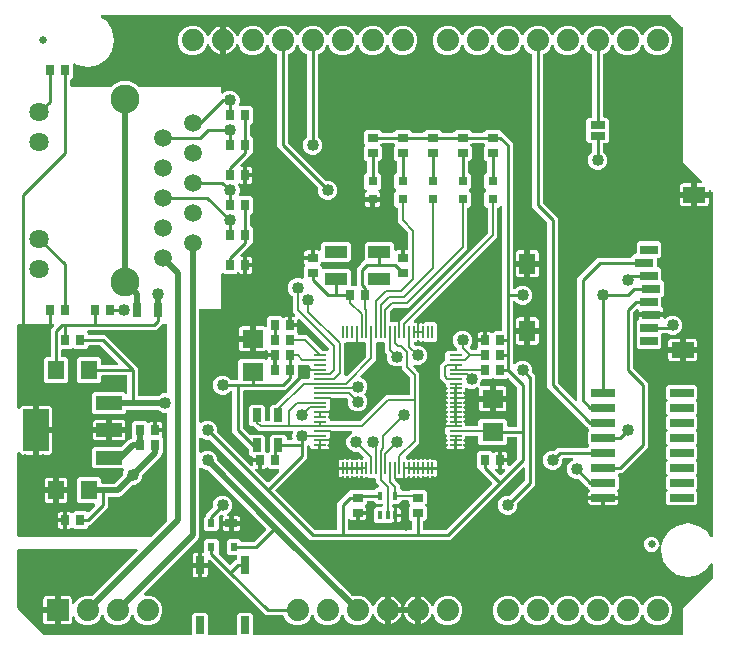
<source format=gbr>
G04 EAGLE Gerber RS-274X export*
G75*
%MOMM*%
%FSLAX34Y34*%
%LPD*%
%INTop Copper*%
%IPPOS*%
%AMOC8*
5,1,8,0,0,1.08239X$1,22.5*%
G01*
%ADD10R,1.400000X1.800000*%
%ADD11R,1.900000X1.400000*%
%ADD12R,1.500000X0.800000*%
%ADD13C,1.879600*%
%ADD14R,0.190000X1.100000*%
%ADD15R,1.100000X0.190000*%
%ADD16R,0.700000X0.900000*%
%ADD17R,1.900000X1.100000*%
%ADD18R,0.900000X0.700000*%
%ADD19R,0.800000X1.200000*%
%ADD20R,0.800000X0.800000*%
%ADD21R,1.270000X0.635000*%
%ADD22R,1.800000X1.600000*%
%ADD23R,0.400000X0.750000*%
%ADD24C,2.445000*%
%ADD25C,1.499600*%
%ADD26C,1.629600*%
%ADD27R,1.000000X0.700000*%
%ADD28R,0.600000X0.700000*%
%ADD29R,0.762000X1.524000*%
%ADD30R,2.235200X1.219200*%
%ADD31R,2.200000X3.600000*%
%ADD32R,1.400000X1.600000*%
%ADD33R,2.032000X0.660400*%
%ADD34R,1.879600X1.879600*%
%ADD35C,0.635000*%
%ADD36C,0.254000*%
%ADD37C,0.508000*%
%ADD38C,0.203200*%
%ADD39C,1.016000*%

G36*
X150740Y4080D02*
X150740Y4080D01*
X150859Y4087D01*
X150897Y4100D01*
X150938Y4105D01*
X151048Y4148D01*
X151161Y4185D01*
X151196Y4207D01*
X151233Y4222D01*
X151329Y4291D01*
X151430Y4355D01*
X151458Y4385D01*
X151491Y4408D01*
X151567Y4500D01*
X151648Y4587D01*
X151668Y4622D01*
X151693Y4653D01*
X151744Y4761D01*
X151802Y4865D01*
X151812Y4905D01*
X151829Y4941D01*
X151851Y5058D01*
X151881Y5173D01*
X151885Y5233D01*
X151889Y5253D01*
X151887Y5274D01*
X151891Y5334D01*
X151891Y21583D01*
X153677Y23369D01*
X163823Y23369D01*
X165609Y21583D01*
X165609Y5334D01*
X165624Y5216D01*
X165631Y5097D01*
X165644Y5059D01*
X165649Y5018D01*
X165692Y4908D01*
X165729Y4795D01*
X165751Y4760D01*
X165766Y4723D01*
X165835Y4627D01*
X165899Y4526D01*
X165929Y4498D01*
X165952Y4465D01*
X166044Y4389D01*
X166131Y4308D01*
X166166Y4288D01*
X166197Y4263D01*
X166305Y4212D01*
X166409Y4154D01*
X166449Y4144D01*
X166485Y4127D01*
X166602Y4105D01*
X166717Y4075D01*
X166777Y4071D01*
X166797Y4067D01*
X166818Y4069D01*
X166878Y4065D01*
X188722Y4065D01*
X188840Y4080D01*
X188959Y4087D01*
X188997Y4100D01*
X189038Y4105D01*
X189148Y4148D01*
X189261Y4185D01*
X189296Y4207D01*
X189333Y4222D01*
X189429Y4291D01*
X189530Y4355D01*
X189558Y4385D01*
X189591Y4408D01*
X189667Y4500D01*
X189748Y4587D01*
X189768Y4622D01*
X189793Y4653D01*
X189844Y4761D01*
X189902Y4865D01*
X189912Y4905D01*
X189929Y4941D01*
X189951Y5058D01*
X189981Y5173D01*
X189985Y5233D01*
X189989Y5253D01*
X189987Y5274D01*
X189991Y5334D01*
X189991Y21583D01*
X191777Y23369D01*
X201923Y23369D01*
X203709Y21583D01*
X203709Y5334D01*
X203724Y5216D01*
X203731Y5097D01*
X203744Y5059D01*
X203749Y5018D01*
X203792Y4908D01*
X203829Y4795D01*
X203851Y4760D01*
X203866Y4723D01*
X203935Y4627D01*
X203999Y4526D01*
X204029Y4498D01*
X204052Y4465D01*
X204144Y4389D01*
X204231Y4308D01*
X204266Y4288D01*
X204297Y4263D01*
X204405Y4212D01*
X204509Y4154D01*
X204549Y4144D01*
X204585Y4127D01*
X204702Y4105D01*
X204817Y4075D01*
X204877Y4071D01*
X204897Y4067D01*
X204918Y4069D01*
X204978Y4065D01*
X566166Y4065D01*
X566284Y4080D01*
X566403Y4087D01*
X566441Y4100D01*
X566482Y4105D01*
X566592Y4148D01*
X566705Y4185D01*
X566740Y4207D01*
X566777Y4222D01*
X566873Y4291D01*
X566974Y4355D01*
X567002Y4385D01*
X567035Y4408D01*
X567111Y4500D01*
X567192Y4587D01*
X567212Y4622D01*
X567237Y4653D01*
X567288Y4761D01*
X567346Y4865D01*
X567356Y4905D01*
X567373Y4941D01*
X567395Y5058D01*
X567425Y5173D01*
X567429Y5233D01*
X567433Y5253D01*
X567431Y5274D01*
X567435Y5334D01*
X567435Y27084D01*
X592464Y52112D01*
X592524Y52190D01*
X592592Y52262D01*
X592621Y52315D01*
X592658Y52363D01*
X592698Y52454D01*
X592746Y52541D01*
X592761Y52599D01*
X592785Y52655D01*
X592800Y52753D01*
X592825Y52849D01*
X592831Y52949D01*
X592835Y52969D01*
X592833Y52981D01*
X592835Y53009D01*
X592835Y63857D01*
X592822Y63960D01*
X592818Y64065D01*
X592802Y64118D01*
X592795Y64172D01*
X592757Y64269D01*
X592727Y64370D01*
X592699Y64417D01*
X592678Y64468D01*
X592617Y64553D01*
X592563Y64642D01*
X592524Y64681D01*
X592492Y64725D01*
X592411Y64792D01*
X592337Y64865D01*
X592289Y64893D01*
X592247Y64928D01*
X592152Y64973D01*
X592062Y65025D01*
X592009Y65040D01*
X591959Y65064D01*
X591856Y65083D01*
X591756Y65112D01*
X591701Y65113D01*
X591647Y65124D01*
X591542Y65117D01*
X591438Y65120D01*
X591384Y65107D01*
X591329Y65104D01*
X591230Y65072D01*
X591128Y65048D01*
X591079Y65023D01*
X591027Y65006D01*
X590938Y64950D01*
X590846Y64902D01*
X590804Y64865D01*
X590758Y64836D01*
X590686Y64760D01*
X590608Y64690D01*
X590555Y64620D01*
X590540Y64604D01*
X590533Y64591D01*
X590511Y64562D01*
X587558Y60142D01*
X580190Y55220D01*
X571500Y53491D01*
X562810Y55220D01*
X555442Y60142D01*
X550520Y67510D01*
X548791Y76200D01*
X549177Y78140D01*
X549179Y78175D01*
X549189Y78208D01*
X549191Y78332D01*
X549199Y78457D01*
X549193Y78491D01*
X549194Y78526D01*
X549165Y78647D01*
X549142Y78770D01*
X549128Y78801D01*
X549120Y78835D01*
X549061Y78946D01*
X549009Y79058D01*
X548987Y79086D01*
X548971Y79117D01*
X548887Y79209D01*
X548809Y79305D01*
X548780Y79326D01*
X548757Y79352D01*
X548653Y79420D01*
X548553Y79494D01*
X548520Y79507D01*
X548491Y79527D01*
X548374Y79567D01*
X548258Y79614D01*
X548223Y79618D01*
X548190Y79630D01*
X548066Y79640D01*
X547943Y79656D01*
X547908Y79652D01*
X547873Y79655D01*
X547750Y79634D01*
X547627Y79619D01*
X547595Y79607D01*
X547560Y79601D01*
X547446Y79549D01*
X547330Y79505D01*
X547302Y79484D01*
X547270Y79470D01*
X547173Y79392D01*
X547072Y79320D01*
X547049Y79293D01*
X547022Y79271D01*
X546947Y79172D01*
X546867Y79077D01*
X546851Y79045D01*
X546830Y79017D01*
X546759Y78873D01*
X546296Y77755D01*
X544545Y76004D01*
X542258Y75056D01*
X539782Y75056D01*
X537495Y76004D01*
X535744Y77755D01*
X534796Y80042D01*
X534796Y82518D01*
X535744Y84805D01*
X537495Y86556D01*
X539782Y87504D01*
X542258Y87504D01*
X544545Y86556D01*
X546296Y84805D01*
X547244Y82518D01*
X547244Y81308D01*
X547248Y81273D01*
X547246Y81238D01*
X547268Y81115D01*
X547284Y80992D01*
X547296Y80959D01*
X547303Y80925D01*
X547355Y80812D01*
X547401Y80696D01*
X547421Y80668D01*
X547436Y80636D01*
X547514Y80540D01*
X547587Y80439D01*
X547614Y80417D01*
X547636Y80389D01*
X547737Y80315D01*
X547832Y80236D01*
X547864Y80221D01*
X547892Y80200D01*
X548008Y80154D01*
X548120Y80101D01*
X548154Y80094D01*
X548187Y80081D01*
X548311Y80064D01*
X548432Y80041D01*
X548467Y80043D01*
X548502Y80038D01*
X548626Y80053D01*
X548750Y80061D01*
X548783Y80071D01*
X548818Y80075D01*
X548934Y80120D01*
X549052Y80159D01*
X549082Y80177D01*
X549115Y80190D01*
X549216Y80262D01*
X549321Y80329D01*
X549345Y80354D01*
X549374Y80375D01*
X549454Y80470D01*
X549539Y80560D01*
X549556Y80591D01*
X549578Y80618D01*
X549633Y80730D01*
X549693Y80839D01*
X549701Y80873D01*
X549716Y80904D01*
X549758Y81060D01*
X550520Y84890D01*
X555442Y92258D01*
X562810Y97180D01*
X571500Y98909D01*
X580190Y97180D01*
X587558Y92258D01*
X590511Y87838D01*
X590579Y87759D01*
X590640Y87675D01*
X590683Y87639D01*
X590719Y87598D01*
X590805Y87538D01*
X590885Y87472D01*
X590935Y87448D01*
X590981Y87417D01*
X591079Y87381D01*
X591173Y87336D01*
X591227Y87326D01*
X591279Y87307D01*
X591383Y87296D01*
X591486Y87276D01*
X591541Y87280D01*
X591595Y87274D01*
X591699Y87290D01*
X591803Y87296D01*
X591855Y87313D01*
X591910Y87321D01*
X592006Y87362D01*
X592105Y87394D01*
X592152Y87424D01*
X592203Y87445D01*
X592286Y87508D01*
X592374Y87564D01*
X592412Y87605D01*
X592456Y87638D01*
X592521Y87720D01*
X592592Y87796D01*
X592619Y87844D01*
X592653Y87888D01*
X592695Y87983D01*
X592746Y88074D01*
X592759Y88128D01*
X592782Y88178D01*
X592799Y88281D01*
X592825Y88382D01*
X592831Y88471D01*
X592834Y88492D01*
X592833Y88507D01*
X592835Y88543D01*
X592835Y378791D01*
X592823Y378889D01*
X592820Y378988D01*
X592803Y379046D01*
X592795Y379106D01*
X592759Y379198D01*
X592731Y379293D01*
X592701Y379346D01*
X592678Y379402D01*
X592620Y379482D01*
X592570Y379567D01*
X592504Y379643D01*
X592492Y379659D01*
X592482Y379667D01*
X592464Y379688D01*
X591507Y380644D01*
X591398Y380729D01*
X591291Y380818D01*
X591272Y380827D01*
X591256Y380839D01*
X591129Y380894D01*
X591003Y380954D01*
X590983Y380957D01*
X590964Y380965D01*
X590826Y380987D01*
X590690Y381013D01*
X590670Y381012D01*
X590650Y381015D01*
X590511Y381002D01*
X590373Y380994D01*
X590354Y380987D01*
X590334Y380985D01*
X590202Y380938D01*
X590071Y380896D01*
X590053Y380885D01*
X590034Y380878D01*
X589919Y380800D01*
X589802Y380725D01*
X589788Y380711D01*
X589771Y380699D01*
X589679Y380595D01*
X589584Y380494D01*
X589574Y380476D01*
X589561Y380461D01*
X589498Y380337D01*
X589430Y380215D01*
X589425Y380196D01*
X589416Y380178D01*
X589386Y380042D01*
X589351Y379907D01*
X589349Y379879D01*
X589346Y379867D01*
X589347Y379847D01*
X589347Y379839D01*
X579839Y379839D01*
X579839Y386841D01*
X582247Y386841D01*
X582384Y386858D01*
X582523Y386871D01*
X582542Y386878D01*
X582562Y386881D01*
X582691Y386932D01*
X582822Y386979D01*
X582839Y386990D01*
X582858Y386998D01*
X582970Y387079D01*
X583085Y387157D01*
X583099Y387173D01*
X583115Y387184D01*
X583204Y387292D01*
X583296Y387396D01*
X583305Y387414D01*
X583318Y387429D01*
X583377Y387555D01*
X583440Y387679D01*
X583445Y387699D01*
X583454Y387717D01*
X583480Y387853D01*
X583510Y387989D01*
X583510Y388010D01*
X583513Y388029D01*
X583505Y388168D01*
X583500Y388307D01*
X583495Y388327D01*
X583494Y388347D01*
X583451Y388479D01*
X583412Y388613D01*
X583402Y388630D01*
X583396Y388649D01*
X583321Y388767D01*
X583251Y388887D01*
X583232Y388908D01*
X583225Y388918D01*
X583210Y388932D01*
X583144Y389007D01*
X567435Y404716D01*
X567435Y518491D01*
X567423Y518589D01*
X567420Y518688D01*
X567403Y518746D01*
X567395Y518806D01*
X567359Y518898D01*
X567331Y518993D01*
X567301Y519045D01*
X567278Y519102D01*
X567220Y519182D01*
X567170Y519267D01*
X567104Y519343D01*
X567092Y519359D01*
X567082Y519367D01*
X567064Y519388D01*
X557488Y528964D01*
X557410Y529024D01*
X557338Y529092D01*
X557285Y529121D01*
X557237Y529158D01*
X557146Y529198D01*
X557059Y529246D01*
X557001Y529261D01*
X556945Y529285D01*
X556847Y529300D01*
X556751Y529325D01*
X556651Y529331D01*
X556631Y529335D01*
X556619Y529333D01*
X556591Y529335D01*
X75843Y529335D01*
X75740Y529322D01*
X75635Y529318D01*
X75582Y529302D01*
X75528Y529295D01*
X75431Y529257D01*
X75330Y529227D01*
X75283Y529199D01*
X75232Y529178D01*
X75147Y529117D01*
X75058Y529063D01*
X75019Y529024D01*
X74975Y528992D01*
X74908Y528911D01*
X74835Y528837D01*
X74807Y528789D01*
X74772Y528747D01*
X74727Y528652D01*
X74675Y528562D01*
X74660Y528509D01*
X74636Y528459D01*
X74617Y528356D01*
X74588Y528256D01*
X74587Y528201D01*
X74576Y528147D01*
X74583Y528042D01*
X74580Y527938D01*
X74593Y527884D01*
X74596Y527829D01*
X74628Y527730D01*
X74652Y527628D01*
X74677Y527579D01*
X74694Y527527D01*
X74750Y527438D01*
X74798Y527346D01*
X74835Y527304D01*
X74864Y527258D01*
X74940Y527186D01*
X75010Y527108D01*
X75080Y527055D01*
X75096Y527040D01*
X75109Y527033D01*
X75138Y527011D01*
X79558Y524058D01*
X84480Y516690D01*
X86209Y508000D01*
X84480Y499310D01*
X79558Y491942D01*
X72190Y487020D01*
X63500Y485291D01*
X54810Y487020D01*
X53123Y488147D01*
X53110Y488153D01*
X53099Y488163D01*
X52968Y488224D01*
X52839Y488289D01*
X52824Y488292D01*
X52811Y488298D01*
X52670Y488325D01*
X52528Y488356D01*
X52513Y488355D01*
X52498Y488358D01*
X52355Y488349D01*
X52210Y488343D01*
X52196Y488339D01*
X52181Y488338D01*
X52044Y488294D01*
X51905Y488252D01*
X51893Y488245D01*
X51879Y488240D01*
X51757Y488163D01*
X51633Y488089D01*
X51622Y488078D01*
X51610Y488070D01*
X51511Y487965D01*
X51410Y487862D01*
X51402Y487849D01*
X51392Y487838D01*
X51322Y487712D01*
X51250Y487587D01*
X51246Y487573D01*
X51238Y487560D01*
X51202Y487420D01*
X51163Y487281D01*
X51163Y487266D01*
X51159Y487252D01*
X51149Y487091D01*
X51149Y476837D01*
X49290Y474979D01*
X49230Y474901D01*
X49162Y474829D01*
X49133Y474776D01*
X49096Y474728D01*
X49056Y474637D01*
X49008Y474550D01*
X48993Y474492D01*
X48969Y474436D01*
X48954Y474338D01*
X48929Y474242D01*
X48923Y474142D01*
X48919Y474122D01*
X48921Y474109D01*
X48919Y474081D01*
X48919Y469900D01*
X48934Y469782D01*
X48941Y469663D01*
X48954Y469625D01*
X48959Y469584D01*
X49002Y469474D01*
X49039Y469361D01*
X49061Y469326D01*
X49076Y469289D01*
X49145Y469193D01*
X49209Y469092D01*
X49239Y469064D01*
X49262Y469031D01*
X49354Y468956D01*
X49441Y468874D01*
X49476Y468854D01*
X49507Y468829D01*
X49615Y468778D01*
X49719Y468720D01*
X49759Y468710D01*
X49795Y468693D01*
X49912Y468671D01*
X50027Y468641D01*
X50087Y468637D01*
X50107Y468633D01*
X50128Y468635D01*
X50188Y468631D01*
X83255Y468631D01*
X83353Y468643D01*
X83452Y468646D01*
X83510Y468663D01*
X83570Y468671D01*
X83662Y468707D01*
X83757Y468735D01*
X83810Y468765D01*
X83866Y468788D01*
X83946Y468846D01*
X84031Y468896D01*
X84107Y468962D01*
X84123Y468974D01*
X84131Y468984D01*
X84152Y469003D01*
X86548Y471398D01*
X92162Y473724D01*
X98238Y473724D01*
X103852Y471398D01*
X106248Y469003D01*
X106326Y468942D01*
X106398Y468874D01*
X106451Y468845D01*
X106499Y468808D01*
X106590Y468768D01*
X106677Y468720D01*
X106735Y468705D01*
X106791Y468681D01*
X106889Y468666D01*
X106985Y468641D01*
X107085Y468635D01*
X107105Y468631D01*
X107117Y468633D01*
X107145Y468631D01*
X176531Y468631D01*
X176531Y464141D01*
X176548Y464003D01*
X176561Y463864D01*
X176568Y463845D01*
X176571Y463825D01*
X176622Y463696D01*
X176669Y463565D01*
X176680Y463548D01*
X176688Y463530D01*
X176769Y463417D01*
X176847Y463302D01*
X176863Y463289D01*
X176874Y463272D01*
X176982Y463183D01*
X177086Y463092D01*
X177104Y463082D01*
X177119Y463069D01*
X177245Y463010D01*
X177369Y462947D01*
X177389Y462942D01*
X177407Y462934D01*
X177544Y462908D01*
X177679Y462877D01*
X177700Y462878D01*
X177720Y462874D01*
X177858Y462883D01*
X177997Y462887D01*
X178017Y462893D01*
X178037Y462894D01*
X178169Y462937D01*
X178303Y462975D01*
X178320Y462986D01*
X178339Y462992D01*
X178457Y463066D01*
X178577Y463137D01*
X178598Y463155D01*
X178608Y463162D01*
X178622Y463177D01*
X178698Y463243D01*
X179395Y463941D01*
X182383Y465179D01*
X185617Y465179D01*
X188605Y463941D01*
X190891Y461655D01*
X192129Y458667D01*
X192129Y455433D01*
X191454Y453804D01*
X191446Y453774D01*
X191445Y453772D01*
X191444Y453769D01*
X191441Y453756D01*
X191420Y453711D01*
X191399Y453603D01*
X191370Y453497D01*
X191369Y453447D01*
X191360Y453398D01*
X191367Y453289D01*
X191365Y453179D01*
X191376Y453131D01*
X191380Y453081D01*
X191413Y452977D01*
X191439Y452870D01*
X191462Y452826D01*
X191478Y452779D01*
X191536Y452686D01*
X191588Y452589D01*
X191621Y452552D01*
X191648Y452510D01*
X191728Y452435D01*
X191802Y452353D01*
X191843Y452326D01*
X191879Y452292D01*
X191975Y452239D01*
X192067Y452179D01*
X192114Y452162D01*
X192158Y452138D01*
X192264Y452111D01*
X192368Y452075D01*
X192418Y452071D01*
X192466Y452059D01*
X192626Y452049D01*
X201763Y452049D01*
X203549Y450263D01*
X203549Y438737D01*
X201690Y436879D01*
X201630Y436801D01*
X201562Y436729D01*
X201533Y436676D01*
X201496Y436628D01*
X201456Y436537D01*
X201408Y436450D01*
X201393Y436391D01*
X201369Y436336D01*
X201354Y436238D01*
X201329Y436142D01*
X201323Y436042D01*
X201319Y436022D01*
X201321Y436009D01*
X201319Y435981D01*
X201319Y427619D01*
X201331Y427520D01*
X201334Y427421D01*
X201351Y427363D01*
X201359Y427303D01*
X201395Y427211D01*
X201423Y427116D01*
X201453Y427064D01*
X201476Y427007D01*
X201534Y426927D01*
X201584Y426842D01*
X201650Y426767D01*
X201662Y426750D01*
X201672Y426742D01*
X201690Y426721D01*
X203549Y424863D01*
X203549Y413337D01*
X201427Y411216D01*
X201416Y411208D01*
X201408Y411198D01*
X201387Y411180D01*
X193115Y402907D01*
X193030Y402798D01*
X192941Y402691D01*
X192933Y402672D01*
X192920Y402656D01*
X192865Y402528D01*
X192806Y402403D01*
X192802Y402383D01*
X192794Y402364D01*
X192772Y402226D01*
X192746Y402090D01*
X192747Y402070D01*
X192744Y402050D01*
X192757Y401911D01*
X192766Y401773D01*
X192772Y401754D01*
X192774Y401734D01*
X192821Y401602D01*
X192864Y401471D01*
X192874Y401453D01*
X192881Y401434D01*
X192959Y401319D01*
X193034Y401202D01*
X193049Y401188D01*
X193060Y401171D01*
X193164Y401079D01*
X193265Y400984D01*
X193283Y400974D01*
X193298Y400961D01*
X193422Y400897D01*
X193544Y400830D01*
X193564Y400825D01*
X193582Y400816D01*
X193717Y400786D01*
X193852Y400751D01*
X193880Y400749D01*
X193892Y400746D01*
X193912Y400747D01*
X194013Y400741D01*
X195251Y400741D01*
X195251Y394180D01*
X195266Y394062D01*
X195273Y393943D01*
X195285Y393905D01*
X195291Y393865D01*
X195334Y393754D01*
X195350Y393706D01*
X195340Y393688D01*
X195330Y393649D01*
X195313Y393613D01*
X195291Y393496D01*
X195261Y393380D01*
X195257Y393320D01*
X195253Y393300D01*
X195255Y393280D01*
X195251Y393220D01*
X195251Y386659D01*
X193166Y386659D01*
X192532Y386829D01*
X192476Y386837D01*
X192422Y386853D01*
X192319Y386858D01*
X192217Y386872D01*
X192161Y386866D01*
X192105Y386868D01*
X192004Y386848D01*
X191901Y386836D01*
X191848Y386816D01*
X191793Y386804D01*
X191700Y386759D01*
X191604Y386722D01*
X191558Y386689D01*
X191507Y386664D01*
X191429Y386598D01*
X191345Y386538D01*
X191308Y386495D01*
X191265Y386458D01*
X191206Y386374D01*
X191139Y386295D01*
X191115Y386244D01*
X191082Y386198D01*
X191046Y386101D01*
X191001Y386009D01*
X190990Y385953D01*
X190970Y385901D01*
X190958Y385798D01*
X190938Y385697D01*
X190941Y385641D01*
X190934Y385585D01*
X190949Y385482D01*
X190954Y385379D01*
X190971Y385326D01*
X190979Y385270D01*
X191031Y385117D01*
X192129Y382467D01*
X192129Y379233D01*
X191454Y377604D01*
X191441Y377556D01*
X191420Y377511D01*
X191399Y377403D01*
X191370Y377297D01*
X191369Y377247D01*
X191360Y377198D01*
X191367Y377089D01*
X191365Y376979D01*
X191376Y376931D01*
X191380Y376881D01*
X191413Y376777D01*
X191439Y376670D01*
X191462Y376626D01*
X191478Y376579D01*
X191536Y376486D01*
X191588Y376389D01*
X191621Y376352D01*
X191648Y376310D01*
X191728Y376235D01*
X191802Y376153D01*
X191843Y376126D01*
X191879Y376092D01*
X191975Y376039D01*
X192067Y375979D01*
X192114Y375962D01*
X192158Y375938D01*
X192264Y375911D01*
X192368Y375875D01*
X192418Y375871D01*
X192466Y375859D01*
X192626Y375849D01*
X201763Y375849D01*
X203549Y374063D01*
X203549Y362537D01*
X201690Y360679D01*
X201630Y360601D01*
X201562Y360529D01*
X201533Y360476D01*
X201496Y360428D01*
X201456Y360337D01*
X201408Y360250D01*
X201393Y360191D01*
X201369Y360136D01*
X201354Y360038D01*
X201329Y359942D01*
X201323Y359842D01*
X201319Y359822D01*
X201321Y359809D01*
X201319Y359781D01*
X201319Y351419D01*
X201331Y351320D01*
X201334Y351221D01*
X201351Y351163D01*
X201359Y351103D01*
X201395Y351011D01*
X201423Y350916D01*
X201453Y350864D01*
X201476Y350807D01*
X201534Y350727D01*
X201584Y350642D01*
X201650Y350567D01*
X201662Y350550D01*
X201672Y350542D01*
X201690Y350521D01*
X203549Y348663D01*
X203549Y337137D01*
X201427Y335016D01*
X201416Y335008D01*
X201409Y334999D01*
X201404Y334995D01*
X201400Y334991D01*
X201387Y334980D01*
X193115Y326707D01*
X193030Y326598D01*
X192941Y326491D01*
X192933Y326472D01*
X192920Y326456D01*
X192865Y326328D01*
X192806Y326203D01*
X192802Y326183D01*
X192794Y326164D01*
X192772Y326026D01*
X192746Y325890D01*
X192747Y325870D01*
X192744Y325850D01*
X192757Y325711D01*
X192766Y325573D01*
X192772Y325554D01*
X192774Y325534D01*
X192821Y325402D01*
X192864Y325271D01*
X192874Y325253D01*
X192881Y325234D01*
X192959Y325119D01*
X193034Y325002D01*
X193049Y324988D01*
X193060Y324971D01*
X193164Y324879D01*
X193265Y324784D01*
X193283Y324774D01*
X193298Y324761D01*
X193422Y324697D01*
X193544Y324630D01*
X193564Y324625D01*
X193582Y324616D01*
X193717Y324586D01*
X193852Y324551D01*
X193880Y324549D01*
X193892Y324546D01*
X193912Y324547D01*
X194013Y324541D01*
X195251Y324541D01*
X195251Y317980D01*
X195266Y317862D01*
X195273Y317743D01*
X195285Y317705D01*
X195291Y317665D01*
X195334Y317554D01*
X195350Y317506D01*
X195340Y317488D01*
X195330Y317449D01*
X195313Y317413D01*
X195291Y317296D01*
X195261Y317180D01*
X195257Y317120D01*
X195253Y317100D01*
X195255Y317080D01*
X195251Y317020D01*
X195251Y310459D01*
X193166Y310459D01*
X192519Y310632D01*
X191940Y310967D01*
X191757Y311150D01*
X191663Y311223D01*
X191573Y311302D01*
X191537Y311320D01*
X191505Y311345D01*
X191396Y311392D01*
X191290Y311447D01*
X191251Y311455D01*
X191214Y311471D01*
X191096Y311490D01*
X190980Y311516D01*
X190939Y311515D01*
X190899Y311521D01*
X190781Y311510D01*
X190662Y311507D01*
X190623Y311495D01*
X190583Y311491D01*
X190471Y311451D01*
X190356Y311418D01*
X190322Y311398D01*
X190284Y311384D01*
X190185Y311317D01*
X190083Y311257D01*
X190037Y311217D01*
X190020Y311205D01*
X190007Y311190D01*
X189962Y311150D01*
X188763Y309951D01*
X179237Y309951D01*
X178698Y310491D01*
X178588Y310576D01*
X178481Y310665D01*
X178462Y310673D01*
X178446Y310686D01*
X178318Y310741D01*
X178193Y310800D01*
X178173Y310804D01*
X178154Y310812D01*
X178016Y310834D01*
X177881Y310860D01*
X177860Y310859D01*
X177840Y310862D01*
X177701Y310849D01*
X177563Y310840D01*
X177544Y310834D01*
X177524Y310832D01*
X177392Y310785D01*
X177261Y310742D01*
X177243Y310732D01*
X177224Y310725D01*
X177109Y310647D01*
X176992Y310572D01*
X176978Y310557D01*
X176961Y310546D01*
X176869Y310442D01*
X176774Y310341D01*
X176764Y310323D01*
X176751Y310308D01*
X176688Y310184D01*
X176620Y310062D01*
X176615Y310042D01*
X176606Y310024D01*
X176576Y309889D01*
X176541Y309754D01*
X176539Y309726D01*
X176537Y309714D01*
X176537Y309694D01*
X176531Y309593D01*
X176531Y280669D01*
X159258Y280669D01*
X159140Y280654D01*
X159021Y280647D01*
X158983Y280634D01*
X158942Y280629D01*
X158832Y280586D01*
X158719Y280549D01*
X158684Y280527D01*
X158647Y280512D01*
X158551Y280443D01*
X158450Y280379D01*
X158422Y280349D01*
X158389Y280326D01*
X158313Y280234D01*
X158232Y280147D01*
X158212Y280112D01*
X158187Y280081D01*
X158136Y279973D01*
X158078Y279869D01*
X158068Y279829D01*
X158051Y279793D01*
X158029Y279676D01*
X157999Y279561D01*
X157995Y279501D01*
X157991Y279481D01*
X157993Y279460D01*
X157989Y279400D01*
X157989Y185249D01*
X158006Y185111D01*
X158019Y184972D01*
X158026Y184953D01*
X158029Y184933D01*
X158080Y184804D01*
X158127Y184673D01*
X158138Y184656D01*
X158146Y184638D01*
X158227Y184525D01*
X158305Y184410D01*
X158321Y184397D01*
X158332Y184380D01*
X158440Y184291D01*
X158544Y184199D01*
X158562Y184190D01*
X158577Y184177D01*
X158703Y184118D01*
X158827Y184055D01*
X158847Y184050D01*
X158865Y184042D01*
X159001Y184016D01*
X159137Y183985D01*
X159158Y183986D01*
X159177Y183982D01*
X159316Y183991D01*
X159455Y183995D01*
X159475Y184001D01*
X159495Y184002D01*
X159627Y184045D01*
X159761Y184083D01*
X159778Y184094D01*
X159797Y184100D01*
X159915Y184174D01*
X160035Y184245D01*
X160056Y184263D01*
X160066Y184270D01*
X160080Y184285D01*
X160156Y184351D01*
X160495Y184691D01*
X163483Y185929D01*
X166717Y185929D01*
X169705Y184691D01*
X171991Y182405D01*
X173229Y179417D01*
X173229Y176305D01*
X173241Y176206D01*
X173244Y176107D01*
X173261Y176049D01*
X173269Y175989D01*
X173305Y175897D01*
X173333Y175802D01*
X173363Y175750D01*
X173386Y175693D01*
X173444Y175613D01*
X173494Y175528D01*
X173560Y175453D01*
X173572Y175436D01*
X173582Y175428D01*
X173600Y175407D01*
X201193Y147815D01*
X201288Y147741D01*
X201296Y147733D01*
X201303Y147730D01*
X201409Y147641D01*
X201428Y147633D01*
X201444Y147620D01*
X201572Y147565D01*
X201697Y147506D01*
X201717Y147502D01*
X201736Y147494D01*
X201874Y147472D01*
X202010Y147446D01*
X202030Y147447D01*
X202050Y147444D01*
X202189Y147457D01*
X202327Y147466D01*
X202346Y147472D01*
X202366Y147474D01*
X202498Y147521D01*
X202629Y147564D01*
X202647Y147574D01*
X202666Y147581D01*
X202781Y147659D01*
X202898Y147734D01*
X202912Y147749D01*
X202929Y147760D01*
X203021Y147864D01*
X203116Y147965D01*
X203126Y147983D01*
X203139Y147998D01*
X203203Y148122D01*
X203270Y148244D01*
X203275Y148264D01*
X203284Y148282D01*
X203314Y148417D01*
X203349Y148552D01*
X203351Y148580D01*
X203354Y148592D01*
X203353Y148612D01*
X203359Y148713D01*
X203359Y150651D01*
X207651Y150651D01*
X207651Y145359D01*
X206713Y145359D01*
X206575Y145342D01*
X206436Y145329D01*
X206417Y145322D01*
X206397Y145319D01*
X206268Y145268D01*
X206137Y145221D01*
X206120Y145210D01*
X206101Y145202D01*
X205989Y145121D01*
X205874Y145043D01*
X205860Y145027D01*
X205844Y145016D01*
X205755Y144908D01*
X205663Y144804D01*
X205654Y144786D01*
X205641Y144771D01*
X205582Y144645D01*
X205519Y144521D01*
X205514Y144501D01*
X205506Y144483D01*
X205480Y144347D01*
X205449Y144211D01*
X205450Y144190D01*
X205446Y144171D01*
X205455Y144032D01*
X205459Y143893D01*
X205464Y143873D01*
X205466Y143853D01*
X205508Y143721D01*
X205547Y143587D01*
X205557Y143570D01*
X205564Y143551D01*
X205638Y143433D01*
X205709Y143313D01*
X205727Y143292D01*
X205734Y143282D01*
X205749Y143268D01*
X205815Y143193D01*
X215002Y134005D01*
X215097Y133932D01*
X215186Y133853D01*
X215222Y133835D01*
X215254Y133810D01*
X215363Y133763D01*
X215469Y133709D01*
X215508Y133700D01*
X215546Y133684D01*
X215663Y133665D01*
X215779Y133639D01*
X215820Y133640D01*
X215860Y133634D01*
X215978Y133645D01*
X216097Y133649D01*
X216136Y133660D01*
X216176Y133664D01*
X216289Y133704D01*
X216403Y133737D01*
X216437Y133758D01*
X216476Y133771D01*
X216574Y133838D01*
X216677Y133899D01*
X216722Y133939D01*
X216739Y133950D01*
X216752Y133965D01*
X216797Y134005D01*
X225477Y142685D01*
X225562Y142794D01*
X225651Y142901D01*
X225659Y142920D01*
X225672Y142936D01*
X225727Y143064D01*
X225786Y143189D01*
X225790Y143209D01*
X225798Y143228D01*
X225820Y143366D01*
X225846Y143502D01*
X225845Y143522D01*
X225848Y143542D01*
X225835Y143681D01*
X225826Y143819D01*
X225820Y143838D01*
X225818Y143858D01*
X225771Y143990D01*
X225728Y144121D01*
X225718Y144139D01*
X225711Y144158D01*
X225633Y144273D01*
X225558Y144390D01*
X225543Y144404D01*
X225532Y144421D01*
X225428Y144513D01*
X225327Y144608D01*
X225309Y144618D01*
X225294Y144631D01*
X225170Y144695D01*
X225048Y144762D01*
X225028Y144767D01*
X225010Y144776D01*
X224875Y144806D01*
X224740Y144841D01*
X224712Y144843D01*
X224700Y144846D01*
X224680Y144845D01*
X224579Y144851D01*
X217637Y144851D01*
X216438Y146050D01*
X216344Y146123D01*
X216255Y146202D01*
X216219Y146220D01*
X216187Y146245D01*
X216078Y146292D01*
X215972Y146347D01*
X215932Y146355D01*
X215895Y146371D01*
X215777Y146390D01*
X215661Y146416D01*
X215621Y146415D01*
X215581Y146421D01*
X215462Y146410D01*
X215344Y146407D01*
X215305Y146395D01*
X215264Y146391D01*
X215152Y146351D01*
X215038Y146318D01*
X215003Y146298D01*
X214965Y146284D01*
X214867Y146217D01*
X214764Y146157D01*
X214719Y146117D01*
X214702Y146105D01*
X214689Y146090D01*
X214643Y146050D01*
X214460Y145867D01*
X213881Y145532D01*
X213234Y145359D01*
X211149Y145359D01*
X211149Y151920D01*
X211134Y152038D01*
X211127Y152157D01*
X211114Y152195D01*
X211109Y152235D01*
X211066Y152346D01*
X211029Y152459D01*
X211007Y152493D01*
X210992Y152531D01*
X210923Y152627D01*
X210859Y152728D01*
X210829Y152756D01*
X210806Y152788D01*
X210714Y152864D01*
X210627Y152946D01*
X210592Y152965D01*
X210561Y152991D01*
X210453Y153042D01*
X210349Y153099D01*
X210309Y153109D01*
X210273Y153127D01*
X210156Y153149D01*
X210154Y153155D01*
X210149Y153196D01*
X210105Y153306D01*
X210069Y153419D01*
X210047Y153454D01*
X210032Y153491D01*
X209962Y153587D01*
X209899Y153688D01*
X209869Y153716D01*
X209845Y153749D01*
X209754Y153825D01*
X209667Y153906D01*
X209632Y153926D01*
X209600Y153951D01*
X209493Y154002D01*
X209388Y154060D01*
X209349Y154070D01*
X209313Y154087D01*
X209196Y154109D01*
X209080Y154139D01*
X209020Y154143D01*
X209000Y154147D01*
X208980Y154145D01*
X208920Y154149D01*
X203359Y154149D01*
X203359Y154782D01*
X203344Y154900D01*
X203337Y155019D01*
X203324Y155057D01*
X203319Y155098D01*
X203276Y155208D01*
X203239Y155321D01*
X203217Y155356D01*
X203202Y155393D01*
X203132Y155490D01*
X203069Y155590D01*
X203039Y155618D01*
X203016Y155651D01*
X202924Y155727D01*
X202837Y155808D01*
X202802Y155828D01*
X202771Y155853D01*
X202663Y155904D01*
X202559Y155962D01*
X202519Y155972D01*
X202483Y155989D01*
X202366Y156011D01*
X202251Y156041D01*
X202191Y156045D01*
X202171Y156049D01*
X202150Y156047D01*
X202090Y156051D01*
X201637Y156051D01*
X199851Y157837D01*
X199851Y161815D01*
X199839Y161914D01*
X199836Y162013D01*
X199819Y162071D01*
X199811Y162131D01*
X199775Y162223D01*
X199747Y162318D01*
X199717Y162370D01*
X199694Y162427D01*
X199636Y162507D01*
X199586Y162592D01*
X199520Y162667D01*
X199508Y162684D01*
X199498Y162692D01*
X199480Y162713D01*
X186181Y176011D01*
X186181Y209721D01*
X186164Y209859D01*
X186161Y209894D01*
X186159Y209920D01*
X186158Y209924D01*
X186151Y209998D01*
X186144Y210017D01*
X186141Y210037D01*
X186090Y210166D01*
X186043Y210297D01*
X186032Y210314D01*
X186024Y210332D01*
X185943Y210445D01*
X185865Y210560D01*
X185849Y210573D01*
X185838Y210590D01*
X185730Y210679D01*
X185626Y210771D01*
X185608Y210780D01*
X185593Y210793D01*
X185467Y210852D01*
X185343Y210915D01*
X185323Y210920D01*
X185305Y210928D01*
X185168Y210954D01*
X185033Y210985D01*
X185012Y210984D01*
X184993Y210988D01*
X184854Y210979D01*
X184715Y210975D01*
X184695Y210969D01*
X184675Y210968D01*
X184543Y210925D01*
X184409Y210887D01*
X184392Y210876D01*
X184373Y210870D01*
X184255Y210796D01*
X184135Y210725D01*
X184114Y210707D01*
X184104Y210700D01*
X184090Y210685D01*
X184015Y210619D01*
X182405Y209009D01*
X179417Y207771D01*
X176183Y207771D01*
X173195Y209009D01*
X170909Y211295D01*
X169671Y214283D01*
X169671Y217517D01*
X170909Y220505D01*
X173195Y222791D01*
X176183Y224029D01*
X179417Y224029D01*
X182405Y222791D01*
X184605Y220590D01*
X184684Y220530D01*
X184756Y220462D01*
X184809Y220433D01*
X184857Y220396D01*
X184948Y220356D01*
X185034Y220308D01*
X185093Y220293D01*
X185148Y220269D01*
X185246Y220254D01*
X185342Y220229D01*
X185442Y220223D01*
X185463Y220219D01*
X185475Y220221D01*
X185503Y220219D01*
X189882Y220219D01*
X190000Y220234D01*
X190119Y220241D01*
X190157Y220254D01*
X190198Y220259D01*
X190308Y220302D01*
X190421Y220339D01*
X190456Y220361D01*
X190493Y220376D01*
X190589Y220445D01*
X190690Y220509D01*
X190718Y220539D01*
X190751Y220562D01*
X190827Y220654D01*
X190908Y220741D01*
X190928Y220776D01*
X190953Y220807D01*
X191004Y220915D01*
X191062Y221019D01*
X191072Y221059D01*
X191089Y221095D01*
X191111Y221212D01*
X191141Y221327D01*
X191145Y221387D01*
X191149Y221407D01*
X191147Y221428D01*
X191151Y221488D01*
X191151Y236563D01*
X192937Y238349D01*
X213463Y238349D01*
X213893Y237919D01*
X214002Y237834D01*
X214109Y237745D01*
X214128Y237737D01*
X214144Y237724D01*
X214272Y237669D01*
X214397Y237610D01*
X214417Y237606D01*
X214436Y237598D01*
X214574Y237576D01*
X214710Y237550D01*
X214730Y237551D01*
X214750Y237548D01*
X214889Y237561D01*
X215027Y237570D01*
X215046Y237576D01*
X215066Y237578D01*
X215197Y237625D01*
X215329Y237668D01*
X215347Y237678D01*
X215366Y237685D01*
X215480Y237763D01*
X215598Y237838D01*
X215612Y237853D01*
X215629Y237864D01*
X215721Y237968D01*
X215816Y238069D01*
X215826Y238087D01*
X215839Y238102D01*
X215902Y238226D01*
X215970Y238348D01*
X215975Y238367D01*
X215984Y238386D01*
X216014Y238521D01*
X216049Y238656D01*
X216051Y238684D01*
X216054Y238696D01*
X216053Y238716D01*
X216059Y238817D01*
X216059Y239551D01*
X220351Y239551D01*
X220351Y229080D01*
X220366Y228962D01*
X220373Y228843D01*
X220385Y228805D01*
X220391Y228765D01*
X220434Y228654D01*
X220471Y228541D01*
X220493Y228507D01*
X220508Y228469D01*
X220577Y228373D01*
X220641Y228272D01*
X220671Y228244D01*
X220694Y228212D01*
X220786Y228136D01*
X220873Y228054D01*
X220908Y228035D01*
X220939Y228009D01*
X221047Y227958D01*
X221151Y227901D01*
X221191Y227891D01*
X221227Y227873D01*
X221344Y227851D01*
X221459Y227821D01*
X221519Y227817D01*
X221539Y227814D01*
X221560Y227815D01*
X221620Y227811D01*
X222580Y227811D01*
X222698Y227826D01*
X222817Y227833D01*
X222855Y227846D01*
X222896Y227851D01*
X223006Y227895D01*
X223119Y227931D01*
X223154Y227953D01*
X223191Y227968D01*
X223287Y228038D01*
X223388Y228101D01*
X223416Y228131D01*
X223449Y228155D01*
X223524Y228246D01*
X223606Y228333D01*
X223626Y228368D01*
X223651Y228400D01*
X223702Y228507D01*
X223760Y228612D01*
X223770Y228651D01*
X223787Y228687D01*
X223809Y228804D01*
X223839Y228920D01*
X223843Y228980D01*
X223847Y229000D01*
X223845Y229020D01*
X223849Y229080D01*
X223849Y240820D01*
X223834Y240938D01*
X223827Y241057D01*
X223814Y241095D01*
X223809Y241135D01*
X223766Y241246D01*
X223729Y241359D01*
X223707Y241393D01*
X223692Y241431D01*
X223623Y241527D01*
X223559Y241628D01*
X223529Y241656D01*
X223506Y241688D01*
X223414Y241764D01*
X223327Y241846D01*
X223292Y241865D01*
X223261Y241891D01*
X223153Y241942D01*
X223049Y241999D01*
X223009Y242009D01*
X222973Y242027D01*
X222856Y242049D01*
X222854Y242055D01*
X222849Y242096D01*
X222805Y242206D01*
X222769Y242319D01*
X222747Y242354D01*
X222732Y242391D01*
X222662Y242487D01*
X222599Y242588D01*
X222569Y242616D01*
X222545Y242649D01*
X222454Y242725D01*
X222367Y242806D01*
X222332Y242826D01*
X222300Y242851D01*
X222193Y242902D01*
X222088Y242960D01*
X222049Y242970D01*
X222013Y242987D01*
X221896Y243009D01*
X221780Y243039D01*
X221720Y243043D01*
X221700Y243047D01*
X221680Y243045D01*
X221620Y243049D01*
X216059Y243049D01*
X216059Y244502D01*
X216042Y244639D01*
X216029Y244778D01*
X216022Y244797D01*
X216019Y244817D01*
X215968Y244946D01*
X215921Y245078D01*
X215910Y245094D01*
X215902Y245113D01*
X215821Y245225D01*
X215743Y245341D01*
X215727Y245354D01*
X215716Y245370D01*
X215608Y245459D01*
X215504Y245551D01*
X215486Y245560D01*
X215471Y245573D01*
X215345Y245633D01*
X215221Y245696D01*
X215201Y245700D01*
X215183Y245709D01*
X215046Y245735D01*
X214911Y245765D01*
X214890Y245765D01*
X214871Y245769D01*
X214732Y245760D01*
X214593Y245756D01*
X214573Y245750D01*
X214553Y245749D01*
X214421Y245706D01*
X214287Y245667D01*
X214270Y245657D01*
X214251Y245651D01*
X214133Y245577D01*
X214013Y245506D01*
X213992Y245487D01*
X213982Y245481D01*
X213968Y245466D01*
X213893Y245399D01*
X213760Y245267D01*
X213181Y244932D01*
X212534Y244759D01*
X205739Y244759D01*
X205739Y254030D01*
X205724Y254148D01*
X205717Y254267D01*
X205704Y254305D01*
X205699Y254345D01*
X205655Y254456D01*
X205619Y254569D01*
X205597Y254604D01*
X205582Y254641D01*
X205512Y254737D01*
X205449Y254838D01*
X205419Y254866D01*
X205395Y254898D01*
X205304Y254974D01*
X205217Y255056D01*
X205182Y255075D01*
X205150Y255101D01*
X205043Y255152D01*
X204939Y255209D01*
X204899Y255220D01*
X204863Y255237D01*
X204746Y255259D01*
X204631Y255289D01*
X204570Y255293D01*
X204550Y255297D01*
X204530Y255295D01*
X204470Y255299D01*
X203199Y255299D01*
X203199Y255301D01*
X204470Y255301D01*
X204588Y255316D01*
X204707Y255323D01*
X204745Y255336D01*
X204785Y255341D01*
X204896Y255385D01*
X205009Y255421D01*
X205044Y255443D01*
X205081Y255458D01*
X205177Y255528D01*
X205278Y255591D01*
X205306Y255621D01*
X205338Y255645D01*
X205414Y255736D01*
X205496Y255823D01*
X205515Y255858D01*
X205541Y255890D01*
X205592Y255997D01*
X205649Y256101D01*
X205660Y256141D01*
X205677Y256177D01*
X205699Y256294D01*
X205729Y256409D01*
X205733Y256470D01*
X205737Y256490D01*
X205735Y256510D01*
X205739Y256570D01*
X205739Y265841D01*
X212534Y265841D01*
X213181Y265668D01*
X213647Y265398D01*
X213770Y265347D01*
X213889Y265290D01*
X213916Y265285D01*
X213941Y265275D01*
X214072Y265255D01*
X214202Y265231D01*
X214228Y265232D01*
X214255Y265228D01*
X214387Y265242D01*
X214519Y265250D01*
X214545Y265259D01*
X214571Y265262D01*
X214696Y265308D01*
X214821Y265348D01*
X214844Y265363D01*
X214870Y265372D01*
X214978Y265448D01*
X215090Y265519D01*
X215109Y265538D01*
X215131Y265554D01*
X215217Y265654D01*
X215308Y265750D01*
X215321Y265774D01*
X215339Y265794D01*
X215398Y265913D01*
X215462Y266029D01*
X215468Y266055D01*
X215480Y266079D01*
X215508Y266209D01*
X215541Y266337D01*
X215543Y266375D01*
X215547Y266390D01*
X215546Y266412D01*
X215551Y266497D01*
X215551Y272463D01*
X217337Y274249D01*
X226863Y274249D01*
X228062Y273050D01*
X228156Y272977D01*
X228245Y272898D01*
X228281Y272880D01*
X228313Y272855D01*
X228422Y272808D01*
X228528Y272753D01*
X228568Y272745D01*
X228605Y272729D01*
X228723Y272710D01*
X228839Y272684D01*
X228879Y272685D01*
X228919Y272679D01*
X229038Y272690D01*
X229157Y272694D01*
X229195Y272705D01*
X229236Y272709D01*
X229348Y272749D01*
X229462Y272782D01*
X229497Y272802D01*
X229535Y272816D01*
X229633Y272883D01*
X229736Y272943D01*
X229781Y272983D01*
X229798Y272995D01*
X229812Y273010D01*
X229857Y273050D01*
X230040Y273233D01*
X230619Y273568D01*
X231266Y273741D01*
X233351Y273741D01*
X233351Y267180D01*
X233366Y267062D01*
X233373Y266943D01*
X233385Y266905D01*
X233391Y266865D01*
X233434Y266754D01*
X233471Y266641D01*
X233493Y266607D01*
X233508Y266569D01*
X233577Y266473D01*
X233641Y266372D01*
X233671Y266344D01*
X233694Y266312D01*
X233786Y266236D01*
X233873Y266154D01*
X233908Y266135D01*
X233939Y266109D01*
X234047Y266058D01*
X234151Y266001D01*
X234191Y265991D01*
X234227Y265973D01*
X234344Y265951D01*
X234346Y265945D01*
X234351Y265904D01*
X234395Y265794D01*
X234431Y265681D01*
X234453Y265646D01*
X234468Y265609D01*
X234538Y265512D01*
X234601Y265412D01*
X234631Y265384D01*
X234655Y265351D01*
X234746Y265275D01*
X234833Y265194D01*
X234868Y265174D01*
X234900Y265149D01*
X235007Y265098D01*
X235112Y265040D01*
X235151Y265030D01*
X235187Y265013D01*
X235304Y264991D01*
X235420Y264961D01*
X235480Y264957D01*
X235500Y264953D01*
X235520Y264955D01*
X235580Y264951D01*
X241141Y264951D01*
X241141Y261866D01*
X240993Y261316D01*
X240979Y261211D01*
X240956Y261108D01*
X240958Y261054D01*
X240950Y261001D01*
X240962Y260896D01*
X240966Y260790D01*
X240981Y260738D01*
X240987Y260685D01*
X241025Y260586D01*
X241054Y260484D01*
X241081Y260438D01*
X241101Y260388D01*
X241162Y260302D01*
X241215Y260211D01*
X241272Y260146D01*
X241285Y260128D01*
X241297Y260118D01*
X241322Y260090D01*
X241649Y259763D01*
X241649Y259334D01*
X241664Y259216D01*
X241671Y259097D01*
X241684Y259059D01*
X241689Y259018D01*
X241732Y258908D01*
X241769Y258795D01*
X241791Y258760D01*
X241806Y258723D01*
X241875Y258627D01*
X241939Y258526D01*
X241969Y258498D01*
X241992Y258465D01*
X242084Y258389D01*
X242171Y258308D01*
X242206Y258288D01*
X242237Y258263D01*
X242345Y258212D01*
X242449Y258154D01*
X242489Y258144D01*
X242525Y258127D01*
X242642Y258105D01*
X242757Y258075D01*
X242817Y258071D01*
X242837Y258067D01*
X242858Y258069D01*
X242918Y258065D01*
X248884Y258065D01*
X261378Y245570D01*
X261456Y245510D01*
X261528Y245442D01*
X261581Y245413D01*
X261629Y245376D01*
X261720Y245336D01*
X261807Y245288D01*
X261865Y245273D01*
X261921Y245249D01*
X262019Y245234D01*
X262115Y245209D01*
X262215Y245203D01*
X262235Y245199D01*
X262247Y245201D01*
X262275Y245199D01*
X266446Y245199D01*
X266564Y245214D01*
X266683Y245221D01*
X266721Y245234D01*
X266762Y245239D01*
X266872Y245282D01*
X266985Y245319D01*
X267020Y245341D01*
X267057Y245356D01*
X267153Y245425D01*
X267254Y245489D01*
X267282Y245519D01*
X267315Y245542D01*
X267391Y245634D01*
X267472Y245721D01*
X267492Y245756D01*
X267517Y245787D01*
X267568Y245895D01*
X267626Y245999D01*
X267636Y246039D01*
X267653Y246075D01*
X267675Y246192D01*
X267705Y246307D01*
X267709Y246367D01*
X267713Y246387D01*
X267712Y246405D01*
X267713Y246411D01*
X267712Y246419D01*
X267715Y246468D01*
X267715Y246711D01*
X267703Y246809D01*
X267700Y246908D01*
X267683Y246966D01*
X267675Y247026D01*
X267639Y247118D01*
X267611Y247213D01*
X267581Y247265D01*
X267558Y247322D01*
X267500Y247402D01*
X267450Y247487D01*
X267384Y247563D01*
X267372Y247579D01*
X267362Y247587D01*
X267344Y247608D01*
X243307Y271644D01*
X243198Y271729D01*
X243091Y271818D01*
X243072Y271827D01*
X243056Y271839D01*
X242928Y271895D01*
X242803Y271954D01*
X242783Y271957D01*
X242764Y271965D01*
X242626Y271987D01*
X242490Y272013D01*
X242470Y272012D01*
X242450Y272015D01*
X242311Y272002D01*
X242173Y271994D01*
X242154Y271987D01*
X242134Y271985D01*
X242002Y271938D01*
X241871Y271896D01*
X241853Y271885D01*
X241834Y271878D01*
X241719Y271800D01*
X241602Y271725D01*
X241588Y271711D01*
X241571Y271699D01*
X241479Y271595D01*
X241384Y271494D01*
X241374Y271476D01*
X241361Y271461D01*
X241297Y271337D01*
X241230Y271215D01*
X241225Y271196D01*
X241216Y271178D01*
X241186Y271042D01*
X241151Y270907D01*
X241149Y270879D01*
X241146Y270867D01*
X241147Y270847D01*
X241141Y270747D01*
X241141Y268449D01*
X236849Y268449D01*
X236849Y273741D01*
X238147Y273741D01*
X238284Y273758D01*
X238423Y273771D01*
X238442Y273778D01*
X238462Y273781D01*
X238591Y273832D01*
X238722Y273879D01*
X238739Y273890D01*
X238758Y273898D01*
X238870Y273979D01*
X238985Y274057D01*
X238999Y274073D01*
X239015Y274084D01*
X239104Y274192D01*
X239196Y274296D01*
X239205Y274314D01*
X239218Y274329D01*
X239277Y274455D01*
X239340Y274579D01*
X239345Y274599D01*
X239354Y274617D01*
X239380Y274753D01*
X239410Y274889D01*
X239410Y274910D01*
X239413Y274929D01*
X239405Y275068D01*
X239400Y275207D01*
X239395Y275227D01*
X239394Y275247D01*
X239351Y275379D01*
X239312Y275513D01*
X239302Y275530D01*
X239296Y275549D01*
X239221Y275667D01*
X239151Y275787D01*
X239132Y275808D01*
X239125Y275818D01*
X239110Y275832D01*
X239044Y275907D01*
X237235Y277716D01*
X237235Y290493D01*
X237223Y290591D01*
X237220Y290690D01*
X237203Y290749D01*
X237195Y290809D01*
X237159Y290901D01*
X237131Y290996D01*
X237101Y291048D01*
X237078Y291104D01*
X237020Y291184D01*
X236970Y291270D01*
X236904Y291345D01*
X236892Y291362D01*
X236882Y291370D01*
X236864Y291391D01*
X234409Y293845D01*
X233171Y296833D01*
X233171Y300067D01*
X234409Y303055D01*
X236695Y305341D01*
X239683Y306579D01*
X242917Y306579D01*
X244696Y305842D01*
X244744Y305829D01*
X244789Y305807D01*
X244897Y305787D01*
X245003Y305758D01*
X245053Y305757D01*
X245102Y305748D01*
X245211Y305754D01*
X245321Y305753D01*
X245369Y305764D01*
X245419Y305767D01*
X245523Y305801D01*
X245630Y305827D01*
X245674Y305850D01*
X245721Y305865D01*
X245814Y305924D01*
X245911Y305976D01*
X245948Y306009D01*
X245990Y306036D01*
X246065Y306116D01*
X246147Y306189D01*
X246174Y306231D01*
X246208Y306267D01*
X246261Y306363D01*
X246321Y306455D01*
X246338Y306502D01*
X246362Y306546D01*
X246389Y306652D01*
X246425Y306756D01*
X246429Y306806D01*
X246441Y306854D01*
X246451Y307014D01*
X246451Y315763D01*
X247650Y316962D01*
X247723Y317056D01*
X247802Y317145D01*
X247820Y317181D01*
X247845Y317213D01*
X247892Y317322D01*
X247947Y317428D01*
X247955Y317468D01*
X247971Y317505D01*
X247990Y317623D01*
X248016Y317739D01*
X248015Y317779D01*
X248021Y317819D01*
X248010Y317938D01*
X248006Y318057D01*
X247995Y318095D01*
X247991Y318136D01*
X247951Y318248D01*
X247918Y318362D01*
X247898Y318397D01*
X247884Y318435D01*
X247817Y318533D01*
X247757Y318636D01*
X247717Y318681D01*
X247705Y318698D01*
X247690Y318712D01*
X247650Y318757D01*
X247467Y318940D01*
X247132Y319519D01*
X246959Y320166D01*
X246959Y322251D01*
X253520Y322251D01*
X253638Y322266D01*
X253757Y322273D01*
X253795Y322285D01*
X253835Y322291D01*
X253946Y322334D01*
X254059Y322371D01*
X254093Y322393D01*
X254131Y322408D01*
X254227Y322477D01*
X254328Y322541D01*
X254356Y322571D01*
X254388Y322594D01*
X254464Y322686D01*
X254546Y322773D01*
X254565Y322808D01*
X254591Y322839D01*
X254642Y322947D01*
X254699Y323051D01*
X254709Y323091D01*
X254727Y323127D01*
X254749Y323244D01*
X254755Y323246D01*
X254796Y323251D01*
X254906Y323295D01*
X255019Y323331D01*
X255054Y323353D01*
X255091Y323368D01*
X255187Y323438D01*
X255288Y323501D01*
X255316Y323531D01*
X255349Y323555D01*
X255425Y323646D01*
X255506Y323733D01*
X255526Y323768D01*
X255551Y323800D01*
X255602Y323907D01*
X255660Y324012D01*
X255670Y324051D01*
X255687Y324087D01*
X255709Y324204D01*
X255739Y324320D01*
X255743Y324380D01*
X255747Y324400D01*
X255745Y324420D01*
X255749Y324480D01*
X255749Y330041D01*
X258834Y330041D01*
X259453Y329875D01*
X259578Y329858D01*
X259702Y329834D01*
X259735Y329836D01*
X259769Y329832D01*
X259894Y329846D01*
X260019Y329854D01*
X260051Y329864D01*
X260084Y329868D01*
X260202Y329913D01*
X260321Y329952D01*
X260350Y329970D01*
X260381Y329982D01*
X260484Y330055D01*
X260590Y330122D01*
X260613Y330147D01*
X260641Y330166D01*
X260722Y330262D01*
X260808Y330354D01*
X260824Y330383D01*
X260846Y330409D01*
X260901Y330522D01*
X260962Y330632D01*
X260970Y330665D01*
X260985Y330695D01*
X261010Y330819D01*
X261041Y330940D01*
X261044Y330989D01*
X261048Y331007D01*
X261047Y331029D01*
X261051Y331101D01*
X261051Y335763D01*
X262837Y337549D01*
X284363Y337549D01*
X286149Y335763D01*
X286149Y322237D01*
X284363Y320451D01*
X262777Y320451D01*
X262663Y320501D01*
X262543Y320558D01*
X262517Y320564D01*
X262492Y320574D01*
X262362Y320595D01*
X262232Y320621D01*
X262205Y320620D01*
X262178Y320624D01*
X262047Y320612D01*
X261914Y320605D01*
X261888Y320597D01*
X261862Y320595D01*
X261737Y320550D01*
X261611Y320510D01*
X261588Y320496D01*
X261562Y320487D01*
X261453Y320413D01*
X261340Y320343D01*
X261321Y320324D01*
X261299Y320308D01*
X261211Y320209D01*
X261120Y320114D01*
X261106Y320090D01*
X261089Y320070D01*
X261028Y319952D01*
X260963Y319837D01*
X260951Y319801D01*
X260944Y319787D01*
X260939Y319766D01*
X260912Y319684D01*
X260868Y319519D01*
X260533Y318940D01*
X260350Y318757D01*
X260277Y318663D01*
X260198Y318573D01*
X260180Y318537D01*
X260155Y318506D01*
X260108Y318396D01*
X260053Y318290D01*
X260045Y318251D01*
X260029Y318214D01*
X260010Y318096D01*
X259984Y317980D01*
X259985Y317939D01*
X259979Y317900D01*
X259990Y317781D01*
X259993Y317662D01*
X260005Y317623D01*
X260009Y317583D01*
X260049Y317471D01*
X260082Y317357D01*
X260102Y317322D01*
X260116Y317284D01*
X260183Y317185D01*
X260243Y317083D01*
X260283Y317037D01*
X260295Y317021D01*
X260310Y317007D01*
X260350Y316962D01*
X261557Y315755D01*
X261564Y315700D01*
X261571Y315581D01*
X261584Y315543D01*
X261589Y315502D01*
X261632Y315392D01*
X261669Y315279D01*
X261691Y315244D01*
X261706Y315207D01*
X261775Y315111D01*
X261839Y315010D01*
X261869Y314982D01*
X261892Y314949D01*
X261984Y314873D01*
X262071Y314792D01*
X262106Y314772D01*
X262137Y314747D01*
X262245Y314696D01*
X262349Y314638D01*
X262389Y314628D01*
X262425Y314611D01*
X262542Y314589D01*
X262657Y314559D01*
X262717Y314555D01*
X262737Y314551D01*
X262758Y314553D01*
X262818Y314549D01*
X284363Y314549D01*
X286149Y312763D01*
X286149Y300918D01*
X286164Y300800D01*
X286171Y300681D01*
X286184Y300643D01*
X286189Y300602D01*
X286232Y300492D01*
X286269Y300379D01*
X286291Y300344D01*
X286306Y300307D01*
X286375Y300211D01*
X286439Y300110D01*
X286469Y300082D01*
X286492Y300049D01*
X286584Y299973D01*
X286671Y299892D01*
X286706Y299872D01*
X286737Y299847D01*
X286845Y299796D01*
X286949Y299738D01*
X286989Y299728D01*
X287025Y299711D01*
X287142Y299689D01*
X287257Y299659D01*
X287317Y299655D01*
X287337Y299651D01*
X287358Y299653D01*
X287418Y299649D01*
X290322Y299649D01*
X290440Y299664D01*
X290559Y299671D01*
X290597Y299684D01*
X290638Y299689D01*
X290748Y299732D01*
X290861Y299769D01*
X290896Y299791D01*
X290933Y299806D01*
X291029Y299875D01*
X291130Y299939D01*
X291158Y299969D01*
X291191Y299992D01*
X291267Y300084D01*
X291348Y300171D01*
X291368Y300206D01*
X291393Y300237D01*
X291444Y300345D01*
X291502Y300449D01*
X291512Y300489D01*
X291529Y300525D01*
X291551Y300642D01*
X291581Y300757D01*
X291585Y300817D01*
X291589Y300837D01*
X291587Y300858D01*
X291591Y300918D01*
X291591Y315479D01*
X295030Y318917D01*
X297680Y321567D01*
X297740Y321645D01*
X297808Y321717D01*
X297837Y321770D01*
X297874Y321818D01*
X297914Y321909D01*
X297962Y321996D01*
X297977Y322055D01*
X298001Y322110D01*
X298016Y322208D01*
X298041Y322304D01*
X298047Y322404D01*
X298051Y322424D01*
X298049Y322437D01*
X298051Y322465D01*
X298051Y335763D01*
X299837Y337549D01*
X321363Y337549D01*
X323149Y335763D01*
X323149Y331101D01*
X323164Y330976D01*
X323174Y330851D01*
X323184Y330819D01*
X323189Y330785D01*
X323235Y330669D01*
X323275Y330549D01*
X323293Y330521D01*
X323306Y330490D01*
X323379Y330388D01*
X323448Y330282D01*
X323473Y330260D01*
X323492Y330232D01*
X323589Y330152D01*
X323682Y330067D01*
X323711Y330051D01*
X323737Y330029D01*
X323851Y329976D01*
X323962Y329916D01*
X323995Y329908D01*
X324025Y329894D01*
X324149Y329870D01*
X324271Y329840D01*
X324304Y329841D01*
X324337Y329834D01*
X324463Y329842D01*
X324589Y329843D01*
X324637Y329853D01*
X324655Y329854D01*
X324675Y329861D01*
X324747Y329875D01*
X325366Y330041D01*
X328451Y330041D01*
X328451Y324480D01*
X328466Y324362D01*
X328473Y324243D01*
X328485Y324205D01*
X328491Y324165D01*
X328534Y324054D01*
X328571Y323941D01*
X328593Y323907D01*
X328608Y323869D01*
X328677Y323773D01*
X328741Y323672D01*
X328771Y323644D01*
X328794Y323612D01*
X328886Y323536D01*
X328973Y323454D01*
X329008Y323435D01*
X329039Y323409D01*
X329147Y323358D01*
X329251Y323301D01*
X329291Y323291D01*
X329327Y323273D01*
X329444Y323251D01*
X329559Y323221D01*
X329619Y323217D01*
X329639Y323214D01*
X329660Y323215D01*
X329720Y323211D01*
X330680Y323211D01*
X330798Y323226D01*
X330917Y323233D01*
X330955Y323246D01*
X330996Y323251D01*
X331106Y323295D01*
X331219Y323331D01*
X331254Y323353D01*
X331291Y323368D01*
X331387Y323438D01*
X331488Y323501D01*
X331516Y323531D01*
X331549Y323555D01*
X331625Y323646D01*
X331706Y323733D01*
X331726Y323768D01*
X331751Y323800D01*
X331802Y323907D01*
X331860Y324012D01*
X331870Y324051D01*
X331887Y324087D01*
X331909Y324204D01*
X331939Y324320D01*
X331943Y324380D01*
X331947Y324400D01*
X331945Y324420D01*
X331949Y324480D01*
X331949Y330041D01*
X333756Y330041D01*
X333874Y330056D01*
X333993Y330063D01*
X334031Y330076D01*
X334072Y330081D01*
X334182Y330124D01*
X334295Y330161D01*
X334330Y330183D01*
X334367Y330198D01*
X334463Y330267D01*
X334564Y330331D01*
X334592Y330361D01*
X334625Y330384D01*
X334701Y330476D01*
X334782Y330563D01*
X334802Y330598D01*
X334827Y330629D01*
X334878Y330737D01*
X334936Y330841D01*
X334946Y330881D01*
X334963Y330917D01*
X334985Y331034D01*
X335015Y331149D01*
X335019Y331209D01*
X335023Y331229D01*
X335021Y331250D01*
X335025Y331310D01*
X335025Y344501D01*
X335013Y344599D01*
X335010Y344698D01*
X334993Y344756D01*
X334985Y344816D01*
X334949Y344908D01*
X334921Y345003D01*
X334891Y345055D01*
X334868Y345112D01*
X334810Y345192D01*
X334760Y345277D01*
X334694Y345353D01*
X334682Y345369D01*
X334672Y345377D01*
X334654Y345398D01*
X326135Y353916D01*
X326135Y365182D01*
X326120Y365300D01*
X326113Y365419D01*
X326101Y365457D01*
X326095Y365498D01*
X326052Y365608D01*
X326015Y365721D01*
X325993Y365756D01*
X325978Y365793D01*
X325909Y365889D01*
X325845Y365990D01*
X325815Y366018D01*
X325792Y366051D01*
X325700Y366127D01*
X325613Y366208D01*
X325578Y366228D01*
X325547Y366253D01*
X325439Y366304D01*
X325335Y366362D01*
X325295Y366372D01*
X325259Y366389D01*
X325142Y366411D01*
X325027Y366441D01*
X324967Y366445D01*
X324947Y366449D01*
X324940Y366448D01*
X323151Y368237D01*
X323151Y378763D01*
X324491Y380102D01*
X324564Y380197D01*
X324643Y380286D01*
X324661Y380322D01*
X324686Y380354D01*
X324733Y380463D01*
X324787Y380569D01*
X324796Y380608D01*
X324812Y380646D01*
X324831Y380763D01*
X324857Y380879D01*
X324856Y380920D01*
X324862Y380960D01*
X324851Y381078D01*
X324847Y381197D01*
X324836Y381236D01*
X324832Y381276D01*
X324792Y381389D01*
X324759Y381503D01*
X324738Y381537D01*
X324725Y381576D01*
X324658Y381674D01*
X324597Y381777D01*
X324557Y381822D01*
X324546Y381839D01*
X324531Y381852D01*
X324491Y381897D01*
X323151Y383237D01*
X323151Y393763D01*
X325009Y395621D01*
X325038Y395632D01*
X325151Y395669D01*
X325186Y395691D01*
X325223Y395706D01*
X325319Y395775D01*
X325420Y395839D01*
X325448Y395869D01*
X325481Y395892D01*
X325557Y395984D01*
X325638Y396071D01*
X325658Y396106D01*
X325683Y396137D01*
X325734Y396245D01*
X325792Y396349D01*
X325802Y396389D01*
X325819Y396425D01*
X325841Y396542D01*
X325871Y396657D01*
X325875Y396717D01*
X325879Y396737D01*
X325877Y396758D01*
X325881Y396818D01*
X325881Y404782D01*
X325866Y404900D01*
X325859Y405019D01*
X325846Y405057D01*
X325841Y405098D01*
X325798Y405208D01*
X325761Y405321D01*
X325739Y405356D01*
X325724Y405393D01*
X325655Y405489D01*
X325591Y405590D01*
X325561Y405618D01*
X325538Y405651D01*
X325446Y405727D01*
X325359Y405808D01*
X325324Y405828D01*
X325293Y405853D01*
X325185Y405904D01*
X325081Y405962D01*
X325041Y405972D01*
X325005Y405989D01*
X324888Y406011D01*
X324773Y406041D01*
X324713Y406045D01*
X324693Y406049D01*
X324672Y406047D01*
X324612Y406051D01*
X324437Y406051D01*
X322651Y407837D01*
X322651Y417363D01*
X323491Y418202D01*
X323564Y418296D01*
X323643Y418386D01*
X323661Y418422D01*
X323686Y418454D01*
X323733Y418563D01*
X323787Y418669D01*
X323796Y418708D01*
X323812Y418746D01*
X323831Y418863D01*
X323857Y418979D01*
X323856Y419020D01*
X323862Y419060D01*
X323851Y419178D01*
X323847Y419297D01*
X323836Y419336D01*
X323832Y419376D01*
X323792Y419489D01*
X323759Y419603D01*
X323738Y419637D01*
X323725Y419676D01*
X323658Y419774D01*
X323597Y419877D01*
X323566Y419912D01*
X323563Y419918D01*
X323556Y419924D01*
X323546Y419939D01*
X323531Y419952D01*
X323491Y419997D01*
X322579Y420910D01*
X322501Y420970D01*
X322429Y421038D01*
X322376Y421067D01*
X322328Y421104D01*
X322237Y421144D01*
X322150Y421192D01*
X322091Y421207D01*
X322036Y421231D01*
X321938Y421246D01*
X321842Y421271D01*
X321742Y421277D01*
X321722Y421281D01*
X321709Y421279D01*
X321681Y421281D01*
X313319Y421281D01*
X313220Y421269D01*
X313121Y421266D01*
X313063Y421249D01*
X313003Y421241D01*
X312911Y421205D01*
X312816Y421177D01*
X312764Y421147D01*
X312707Y421124D01*
X312627Y421066D01*
X312542Y421016D01*
X312467Y420950D01*
X312450Y420938D01*
X312442Y420928D01*
X312421Y420910D01*
X311509Y419997D01*
X311436Y419903D01*
X311357Y419814D01*
X311345Y419791D01*
X311345Y419790D01*
X311341Y419782D01*
X311339Y419778D01*
X311314Y419746D01*
X311267Y419637D01*
X311213Y419531D01*
X311204Y419492D01*
X311188Y419454D01*
X311169Y419337D01*
X311143Y419221D01*
X311144Y419180D01*
X311138Y419140D01*
X311149Y419022D01*
X311153Y418903D01*
X311164Y418864D01*
X311168Y418824D01*
X311208Y418712D01*
X311241Y418597D01*
X311262Y418562D01*
X311275Y418524D01*
X311342Y418426D01*
X311403Y418323D01*
X311442Y418278D01*
X311454Y418261D01*
X311469Y418248D01*
X311509Y418202D01*
X312349Y417363D01*
X312349Y407837D01*
X310563Y406051D01*
X310388Y406051D01*
X310270Y406036D01*
X310151Y406029D01*
X310113Y406016D01*
X310072Y406011D01*
X309962Y405968D01*
X309849Y405931D01*
X309814Y405909D01*
X309777Y405894D01*
X309681Y405825D01*
X309580Y405761D01*
X309552Y405731D01*
X309519Y405708D01*
X309443Y405616D01*
X309362Y405529D01*
X309342Y405494D01*
X309317Y405463D01*
X309266Y405355D01*
X309208Y405251D01*
X309198Y405211D01*
X309181Y405175D01*
X309159Y405058D01*
X309129Y404943D01*
X309125Y404883D01*
X309121Y404863D01*
X309123Y404842D01*
X309119Y404782D01*
X309119Y396818D01*
X309134Y396700D01*
X309141Y396581D01*
X309154Y396543D01*
X309159Y396502D01*
X309202Y396392D01*
X309239Y396279D01*
X309261Y396244D01*
X309276Y396207D01*
X309345Y396111D01*
X309409Y396010D01*
X309439Y395982D01*
X309462Y395949D01*
X309554Y395873D01*
X309641Y395792D01*
X309676Y395772D01*
X309707Y395747D01*
X309815Y395696D01*
X309919Y395638D01*
X309959Y395628D01*
X309995Y395611D01*
X310002Y395610D01*
X311849Y393763D01*
X311849Y383237D01*
X310125Y381514D01*
X310048Y381414D01*
X309966Y381319D01*
X309951Y381289D01*
X309930Y381262D01*
X309880Y381147D01*
X309824Y381034D01*
X309817Y381001D01*
X309804Y380970D01*
X309784Y380846D01*
X309758Y380723D01*
X309759Y380690D01*
X309754Y380656D01*
X309766Y380531D01*
X309771Y380405D01*
X309781Y380373D01*
X309784Y380340D01*
X309826Y380221D01*
X309863Y380101D01*
X309880Y380072D01*
X309891Y380040D01*
X309962Y379936D01*
X310027Y379829D01*
X310051Y379805D01*
X310070Y379777D01*
X310164Y379694D01*
X310254Y379606D01*
X310295Y379579D01*
X310308Y379567D01*
X310328Y379557D01*
X310353Y379540D01*
X310833Y379060D01*
X311168Y378481D01*
X311341Y377834D01*
X311341Y375499D01*
X305530Y375499D01*
X305412Y375484D01*
X305293Y375477D01*
X305255Y375464D01*
X305215Y375459D01*
X305104Y375416D01*
X304991Y375379D01*
X304957Y375357D01*
X304919Y375342D01*
X304823Y375273D01*
X304806Y375262D01*
X304782Y375276D01*
X304750Y375301D01*
X304643Y375352D01*
X304538Y375410D01*
X304499Y375420D01*
X304463Y375437D01*
X304346Y375459D01*
X304230Y375489D01*
X304170Y375493D01*
X304150Y375497D01*
X304130Y375495D01*
X304070Y375499D01*
X298259Y375499D01*
X298259Y377834D01*
X298432Y378481D01*
X298767Y379060D01*
X299261Y379554D01*
X299312Y379593D01*
X299416Y379664D01*
X299438Y379689D01*
X299465Y379709D01*
X299543Y379808D01*
X299627Y379902D01*
X299642Y379932D01*
X299663Y379958D01*
X299714Y380073D01*
X299771Y380185D01*
X299779Y380218D01*
X299792Y380249D01*
X299813Y380373D01*
X299841Y380495D01*
X299840Y380529D01*
X299845Y380562D01*
X299835Y380687D01*
X299831Y380813D01*
X299822Y380846D01*
X299819Y380879D01*
X299778Y380998D01*
X299743Y381119D01*
X299726Y381148D01*
X299715Y381180D01*
X299645Y381284D01*
X299581Y381393D01*
X299549Y381429D01*
X299539Y381445D01*
X299523Y381459D01*
X299475Y381514D01*
X297751Y383237D01*
X297751Y393763D01*
X299609Y395621D01*
X299638Y395632D01*
X299751Y395669D01*
X299786Y395691D01*
X299823Y395706D01*
X299919Y395775D01*
X300020Y395839D01*
X300048Y395869D01*
X300081Y395892D01*
X300157Y395984D01*
X300238Y396071D01*
X300258Y396106D01*
X300283Y396137D01*
X300334Y396245D01*
X300392Y396349D01*
X300402Y396389D01*
X300419Y396425D01*
X300441Y396542D01*
X300471Y396657D01*
X300475Y396717D01*
X300479Y396737D01*
X300477Y396758D01*
X300481Y396818D01*
X300481Y404782D01*
X300466Y404900D01*
X300459Y405019D01*
X300446Y405057D01*
X300441Y405098D01*
X300398Y405208D01*
X300361Y405321D01*
X300339Y405356D01*
X300324Y405393D01*
X300255Y405489D01*
X300191Y405590D01*
X300161Y405618D01*
X300138Y405651D01*
X300046Y405727D01*
X299959Y405808D01*
X299924Y405828D01*
X299893Y405853D01*
X299785Y405904D01*
X299681Y405962D01*
X299641Y405972D01*
X299605Y405989D01*
X299488Y406011D01*
X299373Y406041D01*
X299313Y406045D01*
X299293Y406049D01*
X299272Y406047D01*
X299212Y406051D01*
X299037Y406051D01*
X297251Y407837D01*
X297251Y417363D01*
X298091Y418202D01*
X298164Y418296D01*
X298243Y418386D01*
X298261Y418422D01*
X298286Y418454D01*
X298333Y418563D01*
X298387Y418669D01*
X298396Y418708D01*
X298412Y418746D01*
X298431Y418863D01*
X298457Y418979D01*
X298456Y419020D01*
X298462Y419060D01*
X298451Y419178D01*
X298447Y419297D01*
X298436Y419336D01*
X298432Y419376D01*
X298392Y419489D01*
X298359Y419603D01*
X298338Y419637D01*
X298325Y419676D01*
X298258Y419774D01*
X298197Y419877D01*
X298166Y419912D01*
X298163Y419918D01*
X298156Y419924D01*
X298146Y419939D01*
X298131Y419952D01*
X298091Y419997D01*
X297251Y420837D01*
X297251Y430363D01*
X299037Y432149D01*
X310563Y432149D01*
X312421Y430290D01*
X312499Y430230D01*
X312571Y430162D01*
X312624Y430133D01*
X312672Y430096D01*
X312763Y430056D01*
X312850Y430008D01*
X312909Y429993D01*
X312964Y429969D01*
X313062Y429954D01*
X313158Y429929D01*
X313258Y429923D01*
X313278Y429919D01*
X313291Y429921D01*
X313319Y429919D01*
X321681Y429919D01*
X321780Y429931D01*
X321879Y429934D01*
X321937Y429951D01*
X321997Y429959D01*
X322089Y429995D01*
X322184Y430023D01*
X322236Y430053D01*
X322293Y430076D01*
X322373Y430134D01*
X322458Y430184D01*
X322533Y430250D01*
X322550Y430262D01*
X322558Y430272D01*
X322579Y430290D01*
X324437Y432149D01*
X335963Y432149D01*
X337821Y430290D01*
X337899Y430230D01*
X337971Y430162D01*
X338024Y430133D01*
X338072Y430096D01*
X338163Y430056D01*
X338250Y430008D01*
X338309Y429993D01*
X338364Y429969D01*
X338462Y429954D01*
X338558Y429929D01*
X338658Y429923D01*
X338678Y429919D01*
X338691Y429921D01*
X338719Y429919D01*
X347081Y429919D01*
X347180Y429931D01*
X347279Y429934D01*
X347337Y429951D01*
X347397Y429959D01*
X347489Y429995D01*
X347584Y430023D01*
X347636Y430053D01*
X347693Y430076D01*
X347773Y430134D01*
X347858Y430184D01*
X347933Y430250D01*
X347950Y430262D01*
X347958Y430272D01*
X347979Y430290D01*
X349837Y432149D01*
X361363Y432149D01*
X363221Y430290D01*
X363299Y430230D01*
X363371Y430162D01*
X363424Y430133D01*
X363472Y430096D01*
X363563Y430056D01*
X363650Y430008D01*
X363709Y429993D01*
X363764Y429969D01*
X363862Y429954D01*
X363958Y429929D01*
X364058Y429923D01*
X364078Y429919D01*
X364091Y429921D01*
X364119Y429919D01*
X372481Y429919D01*
X372580Y429931D01*
X372679Y429934D01*
X372737Y429951D01*
X372797Y429959D01*
X372889Y429995D01*
X372984Y430023D01*
X373036Y430053D01*
X373093Y430076D01*
X373173Y430134D01*
X373258Y430184D01*
X373333Y430250D01*
X373350Y430262D01*
X373358Y430272D01*
X373379Y430290D01*
X375237Y432149D01*
X386763Y432149D01*
X388621Y430290D01*
X388699Y430230D01*
X388771Y430162D01*
X388824Y430133D01*
X388872Y430096D01*
X388963Y430056D01*
X389050Y430008D01*
X389109Y429993D01*
X389164Y429969D01*
X389262Y429954D01*
X389358Y429929D01*
X389458Y429923D01*
X389478Y429919D01*
X389491Y429921D01*
X389519Y429919D01*
X397881Y429919D01*
X397980Y429931D01*
X398079Y429934D01*
X398137Y429951D01*
X398197Y429959D01*
X398289Y429995D01*
X398384Y430023D01*
X398436Y430053D01*
X398493Y430076D01*
X398573Y430134D01*
X398658Y430184D01*
X398733Y430250D01*
X398750Y430262D01*
X398758Y430272D01*
X398779Y430290D01*
X400637Y432149D01*
X412163Y432149D01*
X414284Y430027D01*
X414292Y430016D01*
X414302Y430008D01*
X414320Y429987D01*
X420517Y423790D01*
X423419Y420889D01*
X423419Y298279D01*
X423436Y298141D01*
X423449Y298002D01*
X423456Y297983D01*
X423459Y297963D01*
X423510Y297834D01*
X423557Y297703D01*
X423568Y297686D01*
X423576Y297668D01*
X423657Y297555D01*
X423735Y297440D01*
X423751Y297427D01*
X423762Y297410D01*
X423870Y297321D01*
X423974Y297229D01*
X423992Y297220D01*
X424007Y297207D01*
X424133Y297148D01*
X424257Y297085D01*
X424277Y297080D01*
X424295Y297072D01*
X424432Y297046D01*
X424567Y297015D01*
X424588Y297016D01*
X424607Y297012D01*
X424746Y297021D01*
X424885Y297025D01*
X424905Y297031D01*
X424925Y297032D01*
X425057Y297075D01*
X425191Y297113D01*
X425208Y297124D01*
X425227Y297130D01*
X425345Y297204D01*
X425465Y297275D01*
X425486Y297293D01*
X425496Y297300D01*
X425510Y297315D01*
X425585Y297381D01*
X427195Y298991D01*
X430183Y300229D01*
X433417Y300229D01*
X436405Y298991D01*
X438691Y296705D01*
X439929Y293717D01*
X439929Y290483D01*
X438691Y287495D01*
X436405Y285209D01*
X433417Y283971D01*
X430183Y283971D01*
X427195Y285209D01*
X425585Y286819D01*
X425476Y286904D01*
X425369Y286993D01*
X425350Y287001D01*
X425334Y287014D01*
X425206Y287069D01*
X425081Y287128D01*
X425061Y287132D01*
X425042Y287140D01*
X424904Y287162D01*
X424768Y287188D01*
X424748Y287187D01*
X424728Y287190D01*
X424589Y287177D01*
X424451Y287168D01*
X424432Y287162D01*
X424412Y287160D01*
X424280Y287113D01*
X424149Y287070D01*
X424131Y287059D01*
X424112Y287052D01*
X423997Y286974D01*
X423880Y286900D01*
X423866Y286885D01*
X423849Y286874D01*
X423757Y286770D01*
X423662Y286668D01*
X423652Y286651D01*
X423639Y286635D01*
X423575Y286511D01*
X423508Y286390D01*
X423503Y286370D01*
X423494Y286352D01*
X423464Y286216D01*
X423429Y286082D01*
X423427Y286054D01*
X423424Y286042D01*
X423425Y286021D01*
X423419Y285921D01*
X423419Y234779D01*
X423436Y234641D01*
X423449Y234502D01*
X423456Y234483D01*
X423459Y234463D01*
X423510Y234334D01*
X423557Y234203D01*
X423568Y234186D01*
X423576Y234168D01*
X423657Y234055D01*
X423735Y233940D01*
X423751Y233927D01*
X423762Y233910D01*
X423870Y233821D01*
X423974Y233729D01*
X423992Y233720D01*
X424007Y233707D01*
X424133Y233648D01*
X424257Y233585D01*
X424277Y233580D01*
X424295Y233572D01*
X424432Y233546D01*
X424567Y233515D01*
X424588Y233516D01*
X424607Y233512D01*
X424746Y233521D01*
X424885Y233525D01*
X424905Y233531D01*
X424925Y233532D01*
X425057Y233575D01*
X425191Y233613D01*
X425208Y233624D01*
X425227Y233630D01*
X425345Y233704D01*
X425465Y233775D01*
X425486Y233793D01*
X425496Y233800D01*
X425510Y233815D01*
X425585Y233881D01*
X427195Y235491D01*
X430183Y236729D01*
X433417Y236729D01*
X436405Y235491D01*
X438691Y233205D01*
X439929Y230217D01*
X439929Y227105D01*
X439941Y227006D01*
X439944Y226907D01*
X439961Y226849D01*
X439969Y226789D01*
X440005Y226697D01*
X440033Y226602D01*
X440063Y226550D01*
X440086Y226493D01*
X440144Y226413D01*
X440194Y226328D01*
X440260Y226253D01*
X440272Y226236D01*
X440282Y226228D01*
X440300Y226207D01*
X442469Y224039D01*
X442469Y131561D01*
X427600Y116693D01*
X427540Y116615D01*
X427472Y116542D01*
X427443Y116489D01*
X427406Y116442D01*
X427366Y116351D01*
X427318Y116264D01*
X427303Y116205D01*
X427279Y116150D01*
X427264Y116052D01*
X427239Y115956D01*
X427233Y115856D01*
X427229Y115836D01*
X427231Y115823D01*
X427229Y115795D01*
X427229Y112683D01*
X425991Y109695D01*
X423705Y107409D01*
X420717Y106171D01*
X417483Y106171D01*
X414495Y107409D01*
X412209Y109695D01*
X410971Y112683D01*
X410971Y115917D01*
X412209Y118905D01*
X414495Y121191D01*
X417483Y122429D01*
X420595Y122429D01*
X420694Y122441D01*
X420793Y122444D01*
X420851Y122461D01*
X420911Y122469D01*
X421003Y122505D01*
X421098Y122533D01*
X421150Y122563D01*
X421207Y122586D01*
X421287Y122644D01*
X421372Y122694D01*
X421447Y122760D01*
X421464Y122772D01*
X421472Y122782D01*
X421493Y122800D01*
X433460Y134767D01*
X433520Y134845D01*
X433588Y134918D01*
X433617Y134971D01*
X433654Y135018D01*
X433694Y135109D01*
X433742Y135196D01*
X433757Y135255D01*
X433781Y135310D01*
X433796Y135408D01*
X433821Y135504D01*
X433827Y135604D01*
X433831Y135624D01*
X433829Y135637D01*
X433831Y135665D01*
X433831Y145259D01*
X433814Y145397D01*
X433801Y145536D01*
X433794Y145555D01*
X433791Y145575D01*
X433740Y145704D01*
X433693Y145835D01*
X433682Y145852D01*
X433674Y145871D01*
X433593Y145983D01*
X433515Y146098D01*
X433499Y146112D01*
X433488Y146128D01*
X433380Y146217D01*
X433276Y146309D01*
X433258Y146318D01*
X433243Y146331D01*
X433117Y146390D01*
X432993Y146453D01*
X432973Y146458D01*
X432955Y146466D01*
X432819Y146492D01*
X432683Y146523D01*
X432662Y146522D01*
X432643Y146526D01*
X432504Y146517D01*
X432365Y146513D01*
X432345Y146508D01*
X432325Y146506D01*
X432193Y146464D01*
X432059Y146425D01*
X432042Y146415D01*
X432023Y146408D01*
X431905Y146334D01*
X431785Y146263D01*
X431764Y146245D01*
X431754Y146238D01*
X431740Y146223D01*
X431665Y146157D01*
X417440Y131933D01*
X370089Y84581D01*
X252211Y84581D01*
X167493Y169300D01*
X167415Y169360D01*
X167342Y169428D01*
X167289Y169457D01*
X167242Y169494D01*
X167151Y169534D01*
X167064Y169582D01*
X167005Y169597D01*
X166950Y169621D01*
X166852Y169636D01*
X166756Y169661D01*
X166656Y169667D01*
X166636Y169671D01*
X166623Y169669D01*
X166595Y169671D01*
X163483Y169671D01*
X160495Y170909D01*
X160156Y171249D01*
X160072Y171314D01*
X160020Y171363D01*
X159994Y171377D01*
X159939Y171423D01*
X159920Y171431D01*
X159904Y171444D01*
X159776Y171499D01*
X159748Y171512D01*
X159741Y171516D01*
X159739Y171517D01*
X159651Y171558D01*
X159631Y171562D01*
X159612Y171570D01*
X159474Y171592D01*
X159338Y171618D01*
X159318Y171617D01*
X159298Y171620D01*
X159159Y171607D01*
X159021Y171598D01*
X159002Y171592D01*
X158982Y171590D01*
X158851Y171543D01*
X158719Y171500D01*
X158701Y171489D01*
X158682Y171482D01*
X158568Y171405D01*
X158450Y171330D01*
X158436Y171315D01*
X158419Y171304D01*
X158327Y171200D01*
X158232Y171098D01*
X158222Y171081D01*
X158209Y171065D01*
X158146Y170942D01*
X158078Y170820D01*
X158073Y170800D01*
X158064Y170782D01*
X158053Y170734D01*
X158051Y170729D01*
X158044Y170694D01*
X158034Y170646D01*
X157999Y170512D01*
X157997Y170484D01*
X157994Y170472D01*
X157995Y170451D01*
X157994Y170430D01*
X157991Y170417D01*
X157992Y170404D01*
X157989Y170351D01*
X157989Y159849D01*
X158006Y159711D01*
X158019Y159572D01*
X158026Y159553D01*
X158029Y159533D01*
X158080Y159404D01*
X158127Y159273D01*
X158138Y159256D01*
X158146Y159238D01*
X158227Y159125D01*
X158305Y159010D01*
X158321Y158997D01*
X158332Y158980D01*
X158440Y158891D01*
X158544Y158799D01*
X158562Y158790D01*
X158577Y158777D01*
X158703Y158718D01*
X158827Y158655D01*
X158847Y158650D01*
X158865Y158642D01*
X159001Y158616D01*
X159137Y158585D01*
X159158Y158586D01*
X159177Y158582D01*
X159316Y158591D01*
X159455Y158595D01*
X159475Y158601D01*
X159495Y158602D01*
X159627Y158645D01*
X159761Y158683D01*
X159778Y158694D01*
X159797Y158700D01*
X159915Y158774D01*
X160035Y158845D01*
X160056Y158863D01*
X160066Y158870D01*
X160080Y158885D01*
X160156Y158951D01*
X160495Y159291D01*
X163483Y160529D01*
X166717Y160529D01*
X169705Y159291D01*
X171991Y157005D01*
X173229Y154017D01*
X173229Y152701D01*
X173241Y152602D01*
X173244Y152503D01*
X173261Y152445D01*
X173269Y152385D01*
X173305Y152293D01*
X173333Y152198D01*
X173363Y152146D01*
X173386Y152089D01*
X173444Y152009D01*
X173494Y151924D01*
X173560Y151849D01*
X173572Y151832D01*
X173582Y151824D01*
X173600Y151803D01*
X225237Y100166D01*
X287563Y37841D01*
X287586Y37823D01*
X287605Y37800D01*
X287711Y37726D01*
X287814Y37646D01*
X287841Y37634D01*
X287865Y37617D01*
X287986Y37571D01*
X288106Y37520D01*
X288135Y37515D01*
X288163Y37505D01*
X288292Y37490D01*
X288420Y37470D01*
X288449Y37473D01*
X288479Y37469D01*
X288607Y37487D01*
X288737Y37500D01*
X288764Y37510D01*
X288794Y37514D01*
X288946Y37566D01*
X289624Y37847D01*
X294576Y37847D01*
X299150Y35952D01*
X302652Y32450D01*
X303905Y29425D01*
X303920Y29399D01*
X303929Y29370D01*
X303999Y29261D01*
X304063Y29148D01*
X304084Y29127D01*
X304100Y29102D01*
X304194Y29013D01*
X304284Y28920D01*
X304310Y28904D01*
X304331Y28884D01*
X304445Y28821D01*
X304555Y28754D01*
X304584Y28745D01*
X304610Y28731D01*
X304735Y28698D01*
X304859Y28660D01*
X304889Y28659D01*
X304918Y28651D01*
X305048Y28651D01*
X305177Y28645D01*
X305206Y28651D01*
X305236Y28651D01*
X305361Y28683D01*
X305488Y28709D01*
X305515Y28722D01*
X305544Y28730D01*
X305657Y28792D01*
X305774Y28849D01*
X305797Y28868D01*
X305823Y28883D01*
X305917Y28971D01*
X306016Y29055D01*
X306033Y29080D01*
X306055Y29100D01*
X306124Y29209D01*
X306199Y29315D01*
X306210Y29343D01*
X306226Y29369D01*
X306285Y29518D01*
X306436Y29983D01*
X307289Y31657D01*
X308394Y33178D01*
X309722Y34506D01*
X311243Y35611D01*
X312917Y36464D01*
X314704Y37045D01*
X314961Y37085D01*
X314961Y26670D01*
X314976Y26552D01*
X314983Y26433D01*
X314996Y26395D01*
X315001Y26355D01*
X315044Y26244D01*
X315081Y26131D01*
X315103Y26097D01*
X315118Y26059D01*
X315188Y25963D01*
X315251Y25862D01*
X315281Y25834D01*
X315304Y25802D01*
X315396Y25726D01*
X315483Y25644D01*
X315518Y25625D01*
X315549Y25599D01*
X315657Y25548D01*
X315761Y25491D01*
X315801Y25480D01*
X315837Y25463D01*
X315954Y25441D01*
X316069Y25411D01*
X316130Y25407D01*
X316150Y25403D01*
X316170Y25405D01*
X316230Y25401D01*
X317501Y25401D01*
X317501Y25399D01*
X316230Y25399D01*
X316112Y25384D01*
X315993Y25377D01*
X315955Y25364D01*
X315914Y25359D01*
X315804Y25315D01*
X315691Y25279D01*
X315656Y25257D01*
X315619Y25242D01*
X315523Y25172D01*
X315422Y25109D01*
X315394Y25079D01*
X315361Y25055D01*
X315286Y24964D01*
X315204Y24877D01*
X315184Y24842D01*
X315159Y24810D01*
X315108Y24703D01*
X315050Y24598D01*
X315040Y24559D01*
X315023Y24523D01*
X315001Y24406D01*
X314971Y24291D01*
X314967Y24230D01*
X314963Y24210D01*
X314965Y24190D01*
X314961Y24130D01*
X314961Y13715D01*
X314704Y13755D01*
X312917Y14336D01*
X311243Y15189D01*
X309722Y16294D01*
X308394Y17622D01*
X307289Y19143D01*
X306436Y20817D01*
X306285Y21282D01*
X306272Y21309D01*
X306265Y21338D01*
X306205Y21452D01*
X306150Y21570D01*
X306131Y21593D01*
X306117Y21619D01*
X306030Y21715D01*
X305947Y21815D01*
X305923Y21832D01*
X305903Y21854D01*
X305794Y21926D01*
X305690Y22002D01*
X305662Y22013D01*
X305637Y22029D01*
X305514Y22071D01*
X305394Y22119D01*
X305364Y22123D01*
X305336Y22132D01*
X305207Y22143D01*
X305079Y22159D01*
X305049Y22155D01*
X305019Y22158D01*
X304891Y22135D01*
X304763Y22119D01*
X304735Y22108D01*
X304706Y22103D01*
X304588Y22050D01*
X304467Y22002D01*
X304443Y21985D01*
X304416Y21973D01*
X304315Y21892D01*
X304210Y21816D01*
X304191Y21793D01*
X304167Y21774D01*
X304089Y21670D01*
X304007Y21571D01*
X303994Y21544D01*
X303976Y21520D01*
X303905Y21375D01*
X302652Y18350D01*
X299150Y14848D01*
X294576Y12953D01*
X289624Y12953D01*
X285050Y14848D01*
X281548Y18350D01*
X280573Y20705D01*
X280504Y20825D01*
X280439Y20948D01*
X280425Y20963D01*
X280415Y20981D01*
X280318Y21081D01*
X280225Y21184D01*
X280208Y21195D01*
X280194Y21209D01*
X280075Y21282D01*
X279959Y21358D01*
X279940Y21365D01*
X279923Y21376D01*
X279790Y21417D01*
X279658Y21462D01*
X279638Y21463D01*
X279619Y21469D01*
X279480Y21476D01*
X279341Y21487D01*
X279321Y21483D01*
X279301Y21484D01*
X279165Y21456D01*
X279028Y21432D01*
X279009Y21424D01*
X278990Y21420D01*
X278864Y21359D01*
X278738Y21302D01*
X278722Y21289D01*
X278704Y21280D01*
X278598Y21190D01*
X278490Y21103D01*
X278477Y21087D01*
X278462Y21074D01*
X278382Y20960D01*
X278298Y20849D01*
X278286Y20824D01*
X278279Y20814D01*
X278272Y20795D01*
X278227Y20705D01*
X277252Y18349D01*
X273750Y14848D01*
X269176Y12953D01*
X264224Y12953D01*
X259650Y14848D01*
X256148Y18350D01*
X255173Y20705D01*
X255104Y20825D01*
X255039Y20948D01*
X255025Y20963D01*
X255015Y20981D01*
X254918Y21081D01*
X254825Y21184D01*
X254808Y21195D01*
X254794Y21209D01*
X254675Y21282D01*
X254559Y21358D01*
X254540Y21365D01*
X254523Y21376D01*
X254390Y21417D01*
X254258Y21462D01*
X254238Y21463D01*
X254219Y21469D01*
X254080Y21476D01*
X253941Y21487D01*
X253921Y21483D01*
X253901Y21484D01*
X253765Y21456D01*
X253628Y21432D01*
X253609Y21424D01*
X253590Y21420D01*
X253464Y21359D01*
X253338Y21302D01*
X253322Y21289D01*
X253304Y21280D01*
X253198Y21190D01*
X253090Y21103D01*
X253077Y21087D01*
X253062Y21074D01*
X252982Y20960D01*
X252898Y20849D01*
X252886Y20824D01*
X252879Y20814D01*
X252872Y20795D01*
X252827Y20705D01*
X251852Y18349D01*
X248350Y14848D01*
X243776Y12953D01*
X238824Y12953D01*
X234250Y14848D01*
X230748Y18350D01*
X229941Y20298D01*
X229927Y20323D01*
X229917Y20351D01*
X229848Y20461D01*
X229784Y20574D01*
X229763Y20595D01*
X229747Y20620D01*
X229653Y20709D01*
X229562Y20802D01*
X229537Y20818D01*
X229516Y20838D01*
X229402Y20901D01*
X229291Y20969D01*
X229263Y20977D01*
X229237Y20992D01*
X229111Y21024D01*
X228987Y21062D01*
X228958Y21064D01*
X228929Y21071D01*
X228769Y21081D01*
X214111Y21081D01*
X179460Y55733D01*
X167267Y67925D01*
X167158Y68010D01*
X167051Y68099D01*
X167032Y68107D01*
X167016Y68120D01*
X166888Y68175D01*
X166763Y68234D01*
X166743Y68238D01*
X166724Y68246D01*
X166586Y68268D01*
X166450Y68294D01*
X166430Y68293D01*
X166410Y68296D01*
X166271Y68283D01*
X166133Y68274D01*
X166114Y68268D01*
X166094Y68266D01*
X165962Y68219D01*
X165831Y68176D01*
X165813Y68166D01*
X165794Y68159D01*
X165679Y68081D01*
X165562Y68006D01*
X165548Y67991D01*
X165531Y67980D01*
X165439Y67876D01*
X165344Y67775D01*
X165334Y67757D01*
X165321Y67742D01*
X165257Y67618D01*
X165190Y67496D01*
X165185Y67476D01*
X165176Y67458D01*
X165146Y67323D01*
X165111Y67188D01*
X165109Y67160D01*
X165106Y67148D01*
X165107Y67128D01*
X165101Y67027D01*
X165101Y65404D01*
X160654Y65404D01*
X160654Y73661D01*
X160982Y73661D01*
X161100Y73676D01*
X161219Y73683D01*
X161257Y73696D01*
X161298Y73701D01*
X161408Y73744D01*
X161521Y73781D01*
X161556Y73803D01*
X161593Y73818D01*
X161689Y73887D01*
X161790Y73951D01*
X161818Y73981D01*
X161851Y74004D01*
X161927Y74096D01*
X162008Y74183D01*
X162028Y74218D01*
X162053Y74249D01*
X162104Y74357D01*
X162162Y74461D01*
X162172Y74501D01*
X162189Y74537D01*
X162211Y74654D01*
X162241Y74769D01*
X162245Y74829D01*
X162249Y74849D01*
X162247Y74870D01*
X162251Y74930D01*
X162251Y83663D01*
X164037Y85449D01*
X172563Y85449D01*
X174349Y83663D01*
X174349Y73753D01*
X174341Y73719D01*
X174342Y73679D01*
X174336Y73640D01*
X174347Y73521D01*
X174351Y73401D01*
X174362Y73363D01*
X174365Y73323D01*
X174406Y73210D01*
X174439Y73095D01*
X174459Y73061D01*
X174473Y73024D01*
X174540Y72925D01*
X174601Y72821D01*
X174640Y72777D01*
X174651Y72760D01*
X174666Y72747D01*
X174707Y72701D01*
X183252Y64155D01*
X183347Y64082D01*
X183436Y64003D01*
X183472Y63985D01*
X183504Y63960D01*
X183613Y63913D01*
X183719Y63859D01*
X183758Y63850D01*
X183796Y63834D01*
X183913Y63815D01*
X184029Y63789D01*
X184070Y63790D01*
X184110Y63784D01*
X184228Y63795D01*
X184347Y63799D01*
X184386Y63810D01*
X184426Y63814D01*
X184539Y63854D01*
X184653Y63887D01*
X184687Y63908D01*
X184726Y63921D01*
X184824Y63988D01*
X184927Y64049D01*
X184972Y64089D01*
X184989Y64100D01*
X185002Y64115D01*
X185047Y64155D01*
X188711Y67819D01*
X188722Y67819D01*
X188840Y67834D01*
X188959Y67841D01*
X188997Y67854D01*
X189038Y67859D01*
X189148Y67902D01*
X189261Y67939D01*
X189296Y67961D01*
X189333Y67976D01*
X189429Y68045D01*
X189530Y68109D01*
X189558Y68139D01*
X189591Y68162D01*
X189667Y68254D01*
X189748Y68341D01*
X189768Y68376D01*
X189793Y68407D01*
X189844Y68515D01*
X189902Y68619D01*
X189912Y68659D01*
X189929Y68695D01*
X189951Y68812D01*
X189981Y68927D01*
X189985Y68987D01*
X189989Y69007D01*
X189987Y69028D01*
X189991Y69088D01*
X189991Y71082D01*
X189976Y71200D01*
X189969Y71319D01*
X189956Y71357D01*
X189951Y71398D01*
X189908Y71508D01*
X189871Y71621D01*
X189849Y71656D01*
X189834Y71693D01*
X189765Y71789D01*
X189701Y71890D01*
X189671Y71918D01*
X189648Y71951D01*
X189556Y72027D01*
X189469Y72108D01*
X189434Y72128D01*
X189403Y72153D01*
X189295Y72204D01*
X189191Y72262D01*
X189151Y72272D01*
X189115Y72289D01*
X188998Y72311D01*
X188883Y72341D01*
X188823Y72345D01*
X188803Y72349D01*
X188782Y72347D01*
X188722Y72351D01*
X183037Y72351D01*
X181251Y74137D01*
X181251Y83663D01*
X183037Y85449D01*
X191563Y85449D01*
X193421Y83590D01*
X193499Y83530D01*
X193571Y83462D01*
X193624Y83433D01*
X193672Y83396D01*
X193763Y83356D01*
X193850Y83308D01*
X193908Y83293D01*
X193964Y83269D01*
X194062Y83254D01*
X194158Y83229D01*
X194258Y83223D01*
X194278Y83219D01*
X194291Y83221D01*
X194319Y83219D01*
X203585Y83219D01*
X203684Y83231D01*
X203783Y83234D01*
X203841Y83251D01*
X203901Y83259D01*
X203993Y83295D01*
X204088Y83323D01*
X204140Y83353D01*
X204197Y83376D01*
X204277Y83434D01*
X204362Y83484D01*
X204437Y83550D01*
X204454Y83562D01*
X204462Y83572D01*
X204483Y83590D01*
X214347Y93454D01*
X214420Y93549D01*
X214499Y93638D01*
X214517Y93674D01*
X214542Y93706D01*
X214589Y93815D01*
X214643Y93921D01*
X214652Y93960D01*
X214668Y93998D01*
X214687Y94115D01*
X214713Y94231D01*
X214712Y94272D01*
X214718Y94312D01*
X214707Y94430D01*
X214703Y94549D01*
X214692Y94588D01*
X214688Y94628D01*
X214648Y94741D01*
X214615Y94855D01*
X214594Y94889D01*
X214581Y94928D01*
X214514Y95026D01*
X214453Y95129D01*
X214413Y95174D01*
X214402Y95191D01*
X214387Y95204D01*
X214347Y95249D01*
X165697Y143900D01*
X165619Y143960D01*
X165546Y144028D01*
X165493Y144057D01*
X165446Y144094D01*
X165355Y144134D01*
X165268Y144182D01*
X165209Y144197D01*
X165154Y144221D01*
X165056Y144236D01*
X164960Y144261D01*
X164860Y144267D01*
X164840Y144271D01*
X164827Y144269D01*
X164799Y144271D01*
X163483Y144271D01*
X160495Y145509D01*
X160156Y145849D01*
X160046Y145934D01*
X159939Y146023D01*
X159920Y146031D01*
X159904Y146044D01*
X159776Y146099D01*
X159651Y146158D01*
X159631Y146162D01*
X159612Y146170D01*
X159474Y146192D01*
X159338Y146218D01*
X159318Y146217D01*
X159298Y146220D01*
X159159Y146207D01*
X159021Y146198D01*
X159002Y146192D01*
X158982Y146190D01*
X158851Y146143D01*
X158719Y146100D01*
X158701Y146089D01*
X158682Y146082D01*
X158568Y146005D01*
X158450Y145930D01*
X158436Y145915D01*
X158419Y145904D01*
X158327Y145800D01*
X158232Y145698D01*
X158222Y145681D01*
X158209Y145665D01*
X158146Y145542D01*
X158078Y145420D01*
X158073Y145400D01*
X158064Y145382D01*
X158034Y145246D01*
X157999Y145112D01*
X157997Y145084D01*
X157994Y145072D01*
X157995Y145051D01*
X157989Y144951D01*
X157989Y87788D01*
X157138Y85734D01*
X111417Y40013D01*
X111332Y39904D01*
X111243Y39797D01*
X111235Y39778D01*
X111222Y39762D01*
X111167Y39634D01*
X111108Y39509D01*
X111104Y39489D01*
X111096Y39470D01*
X111074Y39332D01*
X111048Y39196D01*
X111049Y39176D01*
X111046Y39156D01*
X111059Y39017D01*
X111068Y38879D01*
X111074Y38860D01*
X111076Y38840D01*
X111123Y38708D01*
X111166Y38577D01*
X111177Y38559D01*
X111183Y38540D01*
X111261Y38425D01*
X111336Y38308D01*
X111351Y38294D01*
X111362Y38277D01*
X111466Y38185D01*
X111567Y38090D01*
X111585Y38080D01*
X111600Y38067D01*
X111724Y38003D01*
X111846Y37936D01*
X111866Y37931D01*
X111884Y37922D01*
X112019Y37892D01*
X112154Y37857D01*
X112182Y37855D01*
X112194Y37852D01*
X112214Y37853D01*
X112315Y37847D01*
X116776Y37847D01*
X121350Y35952D01*
X124852Y32450D01*
X126747Y27876D01*
X126747Y22924D01*
X124852Y18350D01*
X121350Y14848D01*
X116776Y12953D01*
X111824Y12953D01*
X107250Y14848D01*
X103748Y18350D01*
X102773Y20705D01*
X102704Y20825D01*
X102639Y20948D01*
X102625Y20963D01*
X102615Y20981D01*
X102518Y21081D01*
X102425Y21184D01*
X102408Y21195D01*
X102394Y21209D01*
X102275Y21282D01*
X102159Y21358D01*
X102140Y21365D01*
X102123Y21376D01*
X101990Y21416D01*
X101858Y21462D01*
X101838Y21463D01*
X101819Y21469D01*
X101680Y21476D01*
X101541Y21487D01*
X101521Y21483D01*
X101501Y21484D01*
X101365Y21456D01*
X101228Y21432D01*
X101209Y21424D01*
X101190Y21420D01*
X101064Y21359D01*
X100938Y21302D01*
X100922Y21289D01*
X100904Y21280D01*
X100798Y21190D01*
X100690Y21103D01*
X100677Y21087D01*
X100662Y21074D01*
X100582Y20960D01*
X100498Y20849D01*
X100486Y20824D01*
X100479Y20814D01*
X100472Y20795D01*
X100427Y20705D01*
X99452Y18350D01*
X95950Y14848D01*
X91376Y12953D01*
X86424Y12953D01*
X81850Y14848D01*
X78348Y18350D01*
X77373Y20705D01*
X77304Y20825D01*
X77239Y20948D01*
X77225Y20963D01*
X77215Y20981D01*
X77118Y21081D01*
X77025Y21184D01*
X77008Y21195D01*
X76994Y21209D01*
X76875Y21282D01*
X76759Y21358D01*
X76740Y21365D01*
X76723Y21376D01*
X76590Y21416D01*
X76458Y21462D01*
X76438Y21463D01*
X76419Y21469D01*
X76280Y21476D01*
X76141Y21487D01*
X76121Y21483D01*
X76101Y21484D01*
X75965Y21456D01*
X75828Y21432D01*
X75809Y21424D01*
X75790Y21420D01*
X75664Y21359D01*
X75538Y21302D01*
X75522Y21289D01*
X75504Y21280D01*
X75398Y21190D01*
X75290Y21103D01*
X75277Y21087D01*
X75262Y21074D01*
X75182Y20960D01*
X75098Y20849D01*
X75086Y20824D01*
X75079Y20814D01*
X75072Y20795D01*
X75027Y20705D01*
X74052Y18350D01*
X70550Y14848D01*
X65976Y12953D01*
X61024Y12953D01*
X56450Y14848D01*
X52948Y18350D01*
X52481Y19478D01*
X52446Y19539D01*
X52420Y19604D01*
X52368Y19676D01*
X52323Y19755D01*
X52275Y19805D01*
X52234Y19861D01*
X52164Y19918D01*
X52102Y19983D01*
X52042Y20019D01*
X51989Y20064D01*
X51907Y20102D01*
X51831Y20149D01*
X51764Y20170D01*
X51701Y20199D01*
X51613Y20216D01*
X51527Y20243D01*
X51457Y20246D01*
X51388Y20259D01*
X51299Y20254D01*
X51209Y20258D01*
X51141Y20244D01*
X51071Y20239D01*
X50986Y20212D01*
X50898Y20194D01*
X50835Y20163D01*
X50769Y20141D01*
X50693Y20093D01*
X50612Y20054D01*
X50559Y20009D01*
X50500Y19971D01*
X50438Y19906D01*
X50370Y19848D01*
X50330Y19791D01*
X50282Y19740D01*
X50239Y19661D01*
X50187Y19588D01*
X50162Y19522D01*
X50128Y19461D01*
X50106Y19374D01*
X50074Y19290D01*
X50066Y19221D01*
X50049Y19153D01*
X50039Y18993D01*
X50039Y15668D01*
X49866Y15021D01*
X49531Y14442D01*
X49058Y13969D01*
X48479Y13634D01*
X47832Y13461D01*
X40639Y13461D01*
X40639Y24130D01*
X40624Y24248D01*
X40617Y24367D01*
X40604Y24405D01*
X40599Y24445D01*
X40556Y24556D01*
X40519Y24669D01*
X40497Y24703D01*
X40482Y24741D01*
X40412Y24837D01*
X40349Y24938D01*
X40319Y24966D01*
X40295Y24998D01*
X40204Y25074D01*
X40117Y25156D01*
X40082Y25175D01*
X40051Y25201D01*
X39943Y25252D01*
X39839Y25309D01*
X39799Y25320D01*
X39763Y25337D01*
X39646Y25359D01*
X39531Y25389D01*
X39470Y25393D01*
X39450Y25397D01*
X39430Y25395D01*
X39370Y25399D01*
X38099Y25399D01*
X38099Y25401D01*
X39370Y25401D01*
X39488Y25416D01*
X39607Y25423D01*
X39645Y25436D01*
X39685Y25441D01*
X39796Y25485D01*
X39909Y25521D01*
X39944Y25543D01*
X39981Y25558D01*
X40077Y25628D01*
X40178Y25691D01*
X40206Y25721D01*
X40239Y25745D01*
X40314Y25836D01*
X40396Y25923D01*
X40416Y25958D01*
X40441Y25990D01*
X40492Y26097D01*
X40550Y26202D01*
X40560Y26241D01*
X40577Y26277D01*
X40599Y26394D01*
X40629Y26509D01*
X40633Y26570D01*
X40637Y26590D01*
X40635Y26610D01*
X40639Y26670D01*
X40639Y37339D01*
X47832Y37339D01*
X48479Y37166D01*
X49058Y36831D01*
X49531Y36358D01*
X49866Y35779D01*
X50039Y35132D01*
X50039Y31807D01*
X50047Y31738D01*
X50046Y31668D01*
X50067Y31581D01*
X50079Y31492D01*
X50104Y31427D01*
X50121Y31359D01*
X50163Y31280D01*
X50196Y31196D01*
X50237Y31140D01*
X50269Y31078D01*
X50330Y31012D01*
X50382Y30939D01*
X50436Y30894D01*
X50483Y30843D01*
X50558Y30793D01*
X50627Y30736D01*
X50691Y30706D01*
X50749Y30668D01*
X50834Y30639D01*
X50915Y30601D01*
X50984Y30587D01*
X51050Y30565D01*
X51139Y30558D01*
X51227Y30541D01*
X51297Y30545D01*
X51367Y30540D01*
X51455Y30555D01*
X51545Y30561D01*
X51611Y30582D01*
X51680Y30594D01*
X51762Y30631D01*
X51847Y30659D01*
X51906Y30696D01*
X51970Y30725D01*
X52040Y30781D01*
X52116Y30829D01*
X52164Y30880D01*
X52218Y30923D01*
X52273Y30995D01*
X52334Y31060D01*
X52368Y31121D01*
X52410Y31177D01*
X52481Y31322D01*
X52948Y32450D01*
X56450Y35952D01*
X61024Y37847D01*
X65976Y37847D01*
X66654Y37566D01*
X66682Y37558D01*
X66709Y37545D01*
X66836Y37516D01*
X66961Y37482D01*
X66990Y37481D01*
X67019Y37475D01*
X67149Y37479D01*
X67279Y37477D01*
X67308Y37484D01*
X67337Y37485D01*
X67462Y37521D01*
X67588Y37551D01*
X67614Y37565D01*
X67643Y37573D01*
X67754Y37639D01*
X67869Y37700D01*
X67891Y37719D01*
X67916Y37735D01*
X68037Y37841D01*
X105499Y75303D01*
X105584Y75412D01*
X105673Y75519D01*
X105681Y75538D01*
X105694Y75554D01*
X105749Y75682D01*
X105808Y75807D01*
X105812Y75827D01*
X105820Y75846D01*
X105842Y75984D01*
X105868Y76120D01*
X105867Y76140D01*
X105870Y76160D01*
X105857Y76299D01*
X105848Y76437D01*
X105842Y76456D01*
X105840Y76476D01*
X105793Y76608D01*
X105750Y76739D01*
X105739Y76757D01*
X105733Y76776D01*
X105654Y76891D01*
X105580Y77008D01*
X105565Y77022D01*
X105554Y77039D01*
X105450Y77131D01*
X105348Y77226D01*
X105331Y77236D01*
X105316Y77249D01*
X105192Y77312D01*
X105070Y77380D01*
X105050Y77385D01*
X105032Y77394D01*
X104896Y77424D01*
X104762Y77459D01*
X104734Y77461D01*
X104722Y77464D01*
X104702Y77463D01*
X104601Y77469D01*
X5334Y77469D01*
X5216Y77454D01*
X5097Y77447D01*
X5059Y77434D01*
X5018Y77429D01*
X4908Y77386D01*
X4795Y77349D01*
X4760Y77327D01*
X4723Y77312D01*
X4627Y77243D01*
X4526Y77179D01*
X4498Y77149D01*
X4465Y77126D01*
X4389Y77034D01*
X4308Y76947D01*
X4288Y76912D01*
X4263Y76881D01*
X4212Y76773D01*
X4154Y76669D01*
X4144Y76629D01*
X4127Y76593D01*
X4105Y76476D01*
X4075Y76361D01*
X4071Y76301D01*
X4067Y76281D01*
X4069Y76260D01*
X4065Y76200D01*
X4065Y27609D01*
X4077Y27511D01*
X4080Y27412D01*
X4097Y27354D01*
X4105Y27294D01*
X4141Y27202D01*
X4169Y27107D01*
X4199Y27054D01*
X4222Y26998D01*
X4280Y26918D01*
X4330Y26833D01*
X4396Y26757D01*
X4408Y26741D01*
X4418Y26733D01*
X4436Y26712D01*
X26712Y4436D01*
X26790Y4376D01*
X26862Y4308D01*
X26915Y4279D01*
X26963Y4242D01*
X27054Y4202D01*
X27141Y4154D01*
X27199Y4139D01*
X27255Y4115D01*
X27353Y4100D01*
X27449Y4075D01*
X27549Y4069D01*
X27569Y4065D01*
X27581Y4067D01*
X27609Y4065D01*
X150622Y4065D01*
X150740Y4080D01*
G37*
%LPC*%
G36*
X500148Y122260D02*
X500148Y122260D01*
X500032Y122290D01*
X499972Y122294D01*
X499952Y122298D01*
X499932Y122296D01*
X499872Y122300D01*
X487552Y122300D01*
X487552Y124286D01*
X487725Y124933D01*
X488060Y125512D01*
X488291Y125743D01*
X488364Y125837D01*
X488443Y125927D01*
X488461Y125963D01*
X488486Y125995D01*
X488533Y126104D01*
X488588Y126210D01*
X488596Y126249D01*
X488612Y126286D01*
X488631Y126404D01*
X488657Y126520D01*
X488656Y126561D01*
X488662Y126600D01*
X488651Y126719D01*
X488648Y126838D01*
X488636Y126877D01*
X488632Y126917D01*
X488592Y127029D01*
X488559Y127143D01*
X488539Y127178D01*
X488525Y127216D01*
X488458Y127315D01*
X488398Y127417D01*
X488358Y127463D01*
X488346Y127479D01*
X488331Y127493D01*
X488291Y127538D01*
X487029Y128800D01*
X487029Y128820D01*
X487012Y128878D01*
X487004Y128938D01*
X486968Y129030D01*
X486940Y129125D01*
X486910Y129177D01*
X486887Y129234D01*
X486829Y129314D01*
X486779Y129399D01*
X486713Y129474D01*
X486701Y129491D01*
X486691Y129499D01*
X486673Y129520D01*
X479913Y136280D01*
X479835Y136340D01*
X479762Y136408D01*
X479709Y136437D01*
X479662Y136474D01*
X479571Y136514D01*
X479484Y136562D01*
X479425Y136577D01*
X479370Y136601D01*
X479272Y136616D01*
X479176Y136641D01*
X479076Y136647D01*
X479056Y136651D01*
X479043Y136649D01*
X479015Y136651D01*
X475903Y136651D01*
X472915Y137889D01*
X470629Y140175D01*
X469391Y143163D01*
X469391Y146397D01*
X470629Y149385D01*
X472915Y151671D01*
X473684Y151989D01*
X473744Y152024D01*
X473809Y152050D01*
X473882Y152102D01*
X473960Y152147D01*
X474010Y152195D01*
X474066Y152236D01*
X474124Y152306D01*
X474188Y152368D01*
X474225Y152428D01*
X474269Y152481D01*
X474308Y152563D01*
X474355Y152639D01*
X474375Y152706D01*
X474405Y152769D01*
X474422Y152857D01*
X474448Y152943D01*
X474451Y153013D01*
X474465Y153082D01*
X474459Y153171D01*
X474463Y153261D01*
X474449Y153329D01*
X474445Y153399D01*
X474417Y153484D01*
X474399Y153572D01*
X474368Y153635D01*
X474347Y153701D01*
X474299Y153777D01*
X474259Y153858D01*
X474214Y153911D01*
X474177Y153970D01*
X474111Y154032D01*
X474053Y154100D01*
X473996Y154140D01*
X473945Y154188D01*
X473866Y154232D01*
X473793Y154283D01*
X473728Y154308D01*
X473667Y154342D01*
X473579Y154364D01*
X473496Y154396D01*
X473426Y154404D01*
X473359Y154421D01*
X473198Y154431D01*
X466598Y154431D01*
X466480Y154416D01*
X466361Y154409D01*
X466323Y154396D01*
X466282Y154391D01*
X466172Y154348D01*
X466059Y154311D01*
X466024Y154289D01*
X465987Y154274D01*
X465891Y154205D01*
X465790Y154141D01*
X465762Y154111D01*
X465729Y154088D01*
X465653Y153996D01*
X465572Y153909D01*
X465552Y153874D01*
X465527Y153843D01*
X465476Y153735D01*
X465418Y153631D01*
X465408Y153591D01*
X465391Y153555D01*
X465369Y153438D01*
X465339Y153323D01*
X465335Y153263D01*
X465331Y153243D01*
X465333Y153222D01*
X465329Y153162D01*
X465329Y150783D01*
X464091Y147795D01*
X461805Y145509D01*
X458817Y144271D01*
X455583Y144271D01*
X452595Y145509D01*
X450309Y147795D01*
X449071Y150783D01*
X449071Y154017D01*
X450309Y157005D01*
X452595Y159291D01*
X455583Y160529D01*
X458695Y160529D01*
X458794Y160541D01*
X458893Y160544D01*
X458951Y160561D01*
X459011Y160569D01*
X459103Y160605D01*
X459198Y160633D01*
X459250Y160663D01*
X459307Y160686D01*
X459387Y160744D01*
X459472Y160794D01*
X459547Y160860D01*
X459564Y160872D01*
X459572Y160882D01*
X459593Y160900D01*
X461761Y163069D01*
X486272Y163069D01*
X486371Y163081D01*
X486470Y163084D01*
X486528Y163101D01*
X486588Y163109D01*
X486680Y163145D01*
X486775Y163173D01*
X486827Y163203D01*
X486884Y163226D01*
X486964Y163284D01*
X487049Y163334D01*
X487124Y163400D01*
X487141Y163412D01*
X487149Y163422D01*
X487170Y163440D01*
X487932Y164203D01*
X488005Y164297D01*
X488084Y164386D01*
X488102Y164422D01*
X488127Y164454D01*
X488174Y164563D01*
X488228Y164669D01*
X488237Y164708D01*
X488253Y164746D01*
X488272Y164863D01*
X488298Y164979D01*
X488297Y165020D01*
X488303Y165060D01*
X488292Y165178D01*
X488288Y165297D01*
X488277Y165336D01*
X488273Y165376D01*
X488233Y165488D01*
X488200Y165603D01*
X488179Y165638D01*
X488166Y165676D01*
X488099Y165774D01*
X488038Y165877D01*
X487999Y165922D01*
X487987Y165939D01*
X487972Y165952D01*
X487932Y165998D01*
X487044Y166885D01*
X487044Y176015D01*
X487932Y176903D01*
X488005Y176997D01*
X488084Y177086D01*
X488102Y177122D01*
X488127Y177154D01*
X488174Y177263D01*
X488228Y177369D01*
X488237Y177408D01*
X488253Y177446D01*
X488272Y177563D01*
X488298Y177679D01*
X488297Y177720D01*
X488303Y177760D01*
X488292Y177878D01*
X488288Y177997D01*
X488277Y178036D01*
X488273Y178076D01*
X488233Y178188D01*
X488200Y178303D01*
X488179Y178338D01*
X488166Y178376D01*
X488099Y178474D01*
X488038Y178577D01*
X487999Y178622D01*
X487987Y178639D01*
X487972Y178652D01*
X487932Y178698D01*
X487029Y179600D01*
X487029Y179620D01*
X487012Y179678D01*
X487004Y179738D01*
X486968Y179830D01*
X486940Y179925D01*
X486910Y179977D01*
X486887Y180034D01*
X486829Y180114D01*
X486779Y180199D01*
X486713Y180274D01*
X486701Y180291D01*
X486691Y180299D01*
X486673Y180320D01*
X455783Y211210D01*
X452881Y214111D01*
X452881Y353285D01*
X452869Y353384D01*
X452866Y353483D01*
X452849Y353541D01*
X452841Y353601D01*
X452805Y353693D01*
X452777Y353788D01*
X452747Y353840D01*
X452724Y353897D01*
X452666Y353977D01*
X452616Y354062D01*
X452550Y354137D01*
X452538Y354154D01*
X452528Y354162D01*
X452510Y354183D01*
X440181Y366511D01*
X440181Y495469D01*
X440178Y495498D01*
X440180Y495527D01*
X440158Y495655D01*
X440141Y495784D01*
X440131Y495811D01*
X440126Y495841D01*
X440072Y495959D01*
X440024Y496080D01*
X440007Y496104D01*
X439995Y496131D01*
X439914Y496232D01*
X439838Y496337D01*
X439815Y496356D01*
X439796Y496379D01*
X439693Y496457D01*
X439593Y496540D01*
X439566Y496553D01*
X439542Y496570D01*
X439398Y496641D01*
X437450Y497448D01*
X433948Y500950D01*
X432973Y503305D01*
X432904Y503425D01*
X432839Y503548D01*
X432825Y503563D01*
X432815Y503581D01*
X432718Y503681D01*
X432625Y503784D01*
X432608Y503795D01*
X432594Y503809D01*
X432476Y503882D01*
X432359Y503958D01*
X432340Y503965D01*
X432323Y503976D01*
X432190Y504016D01*
X432058Y504062D01*
X432038Y504063D01*
X432019Y504069D01*
X431880Y504076D01*
X431741Y504087D01*
X431721Y504083D01*
X431701Y504084D01*
X431565Y504056D01*
X431428Y504032D01*
X431409Y504024D01*
X431390Y504020D01*
X431265Y503959D01*
X431138Y503902D01*
X431122Y503889D01*
X431104Y503880D01*
X430998Y503790D01*
X430890Y503703D01*
X430877Y503687D01*
X430862Y503674D01*
X430782Y503560D01*
X430698Y503449D01*
X430686Y503424D01*
X430679Y503414D01*
X430672Y503395D01*
X430627Y503305D01*
X429652Y500950D01*
X426150Y497448D01*
X421576Y495553D01*
X416624Y495553D01*
X412050Y497448D01*
X408548Y500950D01*
X407573Y503305D01*
X407504Y503425D01*
X407439Y503548D01*
X407425Y503563D01*
X407415Y503581D01*
X407318Y503681D01*
X407225Y503784D01*
X407208Y503795D01*
X407194Y503809D01*
X407076Y503882D01*
X406959Y503958D01*
X406940Y503965D01*
X406923Y503976D01*
X406790Y504016D01*
X406658Y504062D01*
X406638Y504063D01*
X406619Y504069D01*
X406480Y504076D01*
X406341Y504087D01*
X406321Y504083D01*
X406301Y504084D01*
X406165Y504056D01*
X406028Y504032D01*
X406009Y504024D01*
X405990Y504020D01*
X405865Y503959D01*
X405738Y503902D01*
X405722Y503889D01*
X405704Y503880D01*
X405598Y503790D01*
X405490Y503703D01*
X405477Y503687D01*
X405462Y503674D01*
X405382Y503560D01*
X405298Y503449D01*
X405286Y503424D01*
X405279Y503414D01*
X405272Y503395D01*
X405227Y503305D01*
X404252Y500950D01*
X400750Y497448D01*
X396176Y495553D01*
X391224Y495553D01*
X386650Y497448D01*
X383148Y500950D01*
X382173Y503305D01*
X382104Y503425D01*
X382039Y503548D01*
X382025Y503563D01*
X382015Y503581D01*
X381918Y503681D01*
X381825Y503784D01*
X381808Y503795D01*
X381794Y503809D01*
X381676Y503882D01*
X381559Y503958D01*
X381540Y503965D01*
X381523Y503976D01*
X381390Y504016D01*
X381258Y504062D01*
X381238Y504063D01*
X381219Y504069D01*
X381080Y504076D01*
X380941Y504087D01*
X380921Y504083D01*
X380901Y504084D01*
X380765Y504056D01*
X380628Y504032D01*
X380609Y504024D01*
X380590Y504020D01*
X380465Y503959D01*
X380338Y503902D01*
X380322Y503889D01*
X380304Y503880D01*
X380198Y503790D01*
X380090Y503703D01*
X380077Y503687D01*
X380062Y503674D01*
X379982Y503560D01*
X379898Y503449D01*
X379886Y503424D01*
X379879Y503414D01*
X379872Y503395D01*
X379827Y503305D01*
X378852Y500950D01*
X375350Y497448D01*
X370776Y495553D01*
X365824Y495553D01*
X361250Y497448D01*
X357748Y500950D01*
X355853Y505524D01*
X355853Y510476D01*
X357748Y515050D01*
X361250Y518552D01*
X365824Y520447D01*
X370776Y520447D01*
X375350Y518552D01*
X378852Y515050D01*
X379827Y512695D01*
X379896Y512575D01*
X379961Y512452D01*
X379975Y512437D01*
X379985Y512419D01*
X380082Y512319D01*
X380175Y512216D01*
X380192Y512205D01*
X380206Y512191D01*
X380325Y512118D01*
X380441Y512042D01*
X380460Y512035D01*
X380477Y512024D01*
X380610Y511984D01*
X380742Y511938D01*
X380762Y511937D01*
X380781Y511931D01*
X380920Y511924D01*
X381059Y511913D01*
X381079Y511917D01*
X381099Y511916D01*
X381235Y511944D01*
X381372Y511968D01*
X381391Y511976D01*
X381410Y511980D01*
X381536Y512041D01*
X381662Y512098D01*
X381678Y512111D01*
X381696Y512120D01*
X381802Y512210D01*
X381910Y512297D01*
X381923Y512313D01*
X381938Y512326D01*
X382018Y512440D01*
X382102Y512551D01*
X382114Y512576D01*
X382121Y512586D01*
X382128Y512605D01*
X382173Y512695D01*
X383148Y515050D01*
X386650Y518552D01*
X391224Y520447D01*
X396176Y520447D01*
X400750Y518552D01*
X404252Y515050D01*
X405227Y512695D01*
X405296Y512575D01*
X405361Y512452D01*
X405375Y512437D01*
X405385Y512419D01*
X405482Y512319D01*
X405575Y512216D01*
X405592Y512205D01*
X405606Y512191D01*
X405725Y512118D01*
X405841Y512042D01*
X405860Y512035D01*
X405877Y512024D01*
X406010Y511984D01*
X406142Y511938D01*
X406162Y511937D01*
X406181Y511931D01*
X406320Y511924D01*
X406459Y511913D01*
X406479Y511917D01*
X406499Y511916D01*
X406635Y511944D01*
X406772Y511968D01*
X406791Y511976D01*
X406810Y511980D01*
X406936Y512041D01*
X407062Y512098D01*
X407078Y512111D01*
X407096Y512120D01*
X407202Y512210D01*
X407310Y512297D01*
X407323Y512313D01*
X407338Y512326D01*
X407418Y512440D01*
X407502Y512551D01*
X407514Y512576D01*
X407521Y512586D01*
X407528Y512605D01*
X407573Y512695D01*
X408548Y515050D01*
X412050Y518552D01*
X416624Y520447D01*
X421576Y520447D01*
X426150Y518552D01*
X429652Y515050D01*
X430627Y512695D01*
X430696Y512575D01*
X430761Y512452D01*
X430775Y512437D01*
X430785Y512419D01*
X430882Y512319D01*
X430975Y512216D01*
X430992Y512205D01*
X431006Y512191D01*
X431125Y512118D01*
X431241Y512042D01*
X431260Y512035D01*
X431277Y512024D01*
X431410Y511984D01*
X431542Y511938D01*
X431562Y511937D01*
X431581Y511931D01*
X431720Y511924D01*
X431859Y511913D01*
X431879Y511917D01*
X431899Y511916D01*
X432035Y511944D01*
X432172Y511968D01*
X432191Y511976D01*
X432210Y511980D01*
X432336Y512041D01*
X432462Y512098D01*
X432478Y512111D01*
X432496Y512120D01*
X432602Y512210D01*
X432710Y512297D01*
X432723Y512313D01*
X432738Y512326D01*
X432818Y512440D01*
X432902Y512551D01*
X432914Y512576D01*
X432921Y512586D01*
X432928Y512605D01*
X432973Y512695D01*
X433948Y515050D01*
X437450Y518552D01*
X442024Y520447D01*
X446976Y520447D01*
X451550Y518552D01*
X455052Y515050D01*
X456027Y512695D01*
X456096Y512575D01*
X456161Y512452D01*
X456175Y512437D01*
X456185Y512419D01*
X456282Y512319D01*
X456375Y512216D01*
X456392Y512205D01*
X456406Y512191D01*
X456525Y512118D01*
X456641Y512042D01*
X456660Y512035D01*
X456677Y512024D01*
X456810Y511984D01*
X456942Y511938D01*
X456962Y511937D01*
X456981Y511931D01*
X457120Y511924D01*
X457259Y511913D01*
X457279Y511917D01*
X457299Y511916D01*
X457435Y511944D01*
X457572Y511968D01*
X457591Y511976D01*
X457610Y511980D01*
X457736Y512041D01*
X457862Y512098D01*
X457878Y512111D01*
X457896Y512120D01*
X458002Y512210D01*
X458110Y512297D01*
X458123Y512313D01*
X458138Y512326D01*
X458218Y512440D01*
X458302Y512551D01*
X458314Y512576D01*
X458321Y512586D01*
X458328Y512605D01*
X458373Y512695D01*
X459348Y515050D01*
X462850Y518552D01*
X467424Y520447D01*
X472376Y520447D01*
X476950Y518552D01*
X480452Y515050D01*
X481427Y512695D01*
X481496Y512575D01*
X481561Y512452D01*
X481575Y512437D01*
X481585Y512419D01*
X481682Y512319D01*
X481775Y512216D01*
X481792Y512205D01*
X481806Y512191D01*
X481925Y512118D01*
X482041Y512042D01*
X482060Y512035D01*
X482077Y512024D01*
X482210Y511984D01*
X482342Y511938D01*
X482362Y511937D01*
X482381Y511931D01*
X482520Y511924D01*
X482659Y511913D01*
X482679Y511917D01*
X482699Y511916D01*
X482835Y511944D01*
X482972Y511968D01*
X482991Y511976D01*
X483010Y511980D01*
X483136Y512041D01*
X483262Y512098D01*
X483278Y512111D01*
X483296Y512120D01*
X483402Y512210D01*
X483510Y512297D01*
X483523Y512313D01*
X483538Y512326D01*
X483618Y512440D01*
X483702Y512551D01*
X483714Y512576D01*
X483721Y512586D01*
X483728Y512605D01*
X483773Y512695D01*
X484748Y515050D01*
X488250Y518552D01*
X492824Y520447D01*
X497776Y520447D01*
X502350Y518552D01*
X505852Y515050D01*
X506827Y512695D01*
X506896Y512575D01*
X506961Y512452D01*
X506975Y512437D01*
X506985Y512419D01*
X507082Y512319D01*
X507175Y512216D01*
X507192Y512205D01*
X507206Y512191D01*
X507325Y512118D01*
X507441Y512042D01*
X507460Y512035D01*
X507477Y512024D01*
X507610Y511984D01*
X507742Y511938D01*
X507762Y511937D01*
X507781Y511931D01*
X507920Y511924D01*
X508059Y511913D01*
X508079Y511917D01*
X508099Y511916D01*
X508235Y511944D01*
X508372Y511968D01*
X508391Y511976D01*
X508410Y511980D01*
X508536Y512041D01*
X508662Y512098D01*
X508678Y512111D01*
X508696Y512120D01*
X508802Y512210D01*
X508910Y512297D01*
X508923Y512313D01*
X508938Y512326D01*
X509018Y512440D01*
X509102Y512551D01*
X509114Y512576D01*
X509121Y512586D01*
X509128Y512605D01*
X509173Y512695D01*
X510148Y515050D01*
X513650Y518552D01*
X518224Y520447D01*
X523176Y520447D01*
X527750Y518552D01*
X531252Y515050D01*
X532227Y512695D01*
X532296Y512575D01*
X532361Y512452D01*
X532375Y512437D01*
X532385Y512419D01*
X532482Y512319D01*
X532575Y512216D01*
X532592Y512205D01*
X532606Y512191D01*
X532725Y512118D01*
X532841Y512042D01*
X532860Y512035D01*
X532877Y512024D01*
X533010Y511984D01*
X533142Y511938D01*
X533162Y511937D01*
X533181Y511931D01*
X533320Y511924D01*
X533459Y511913D01*
X533479Y511917D01*
X533499Y511916D01*
X533635Y511944D01*
X533772Y511968D01*
X533791Y511976D01*
X533810Y511980D01*
X533936Y512041D01*
X534062Y512098D01*
X534078Y512111D01*
X534096Y512120D01*
X534202Y512210D01*
X534310Y512297D01*
X534323Y512313D01*
X534338Y512326D01*
X534418Y512440D01*
X534502Y512551D01*
X534514Y512576D01*
X534521Y512586D01*
X534528Y512605D01*
X534573Y512695D01*
X535548Y515050D01*
X539050Y518552D01*
X543624Y520447D01*
X548576Y520447D01*
X553150Y518552D01*
X556652Y515050D01*
X558547Y510476D01*
X558547Y505524D01*
X556652Y500950D01*
X553150Y497448D01*
X548576Y495553D01*
X543624Y495553D01*
X539050Y497448D01*
X535548Y500950D01*
X534573Y503305D01*
X534504Y503425D01*
X534439Y503548D01*
X534425Y503563D01*
X534415Y503581D01*
X534318Y503681D01*
X534225Y503784D01*
X534208Y503795D01*
X534194Y503809D01*
X534076Y503882D01*
X533959Y503958D01*
X533940Y503965D01*
X533923Y503976D01*
X533790Y504016D01*
X533658Y504062D01*
X533638Y504063D01*
X533619Y504069D01*
X533480Y504076D01*
X533341Y504087D01*
X533321Y504083D01*
X533301Y504084D01*
X533165Y504056D01*
X533028Y504032D01*
X533009Y504024D01*
X532990Y504020D01*
X532865Y503959D01*
X532738Y503902D01*
X532722Y503889D01*
X532704Y503880D01*
X532598Y503790D01*
X532490Y503703D01*
X532477Y503687D01*
X532462Y503674D01*
X532382Y503560D01*
X532298Y503449D01*
X532286Y503424D01*
X532279Y503414D01*
X532272Y503395D01*
X532227Y503305D01*
X531252Y500950D01*
X527750Y497448D01*
X523176Y495553D01*
X518224Y495553D01*
X513650Y497448D01*
X510148Y500950D01*
X509173Y503305D01*
X509104Y503425D01*
X509039Y503548D01*
X509025Y503563D01*
X509015Y503581D01*
X508918Y503681D01*
X508825Y503784D01*
X508808Y503795D01*
X508794Y503809D01*
X508676Y503882D01*
X508559Y503958D01*
X508540Y503965D01*
X508523Y503976D01*
X508390Y504016D01*
X508258Y504062D01*
X508238Y504063D01*
X508219Y504069D01*
X508080Y504076D01*
X507941Y504087D01*
X507921Y504083D01*
X507901Y504084D01*
X507765Y504056D01*
X507628Y504032D01*
X507609Y504024D01*
X507590Y504020D01*
X507465Y503959D01*
X507338Y503902D01*
X507322Y503889D01*
X507304Y503880D01*
X507198Y503790D01*
X507090Y503703D01*
X507077Y503687D01*
X507062Y503674D01*
X506982Y503560D01*
X506898Y503449D01*
X506886Y503424D01*
X506879Y503414D01*
X506872Y503395D01*
X506827Y503305D01*
X505852Y500950D01*
X502350Y497448D01*
X500402Y496641D01*
X500377Y496627D01*
X500349Y496617D01*
X500239Y496548D01*
X500126Y496484D01*
X500105Y496463D01*
X500080Y496447D01*
X499991Y496353D01*
X499898Y496262D01*
X499882Y496237D01*
X499862Y496216D01*
X499799Y496102D01*
X499731Y495991D01*
X499723Y495963D01*
X499708Y495937D01*
X499676Y495811D01*
X499638Y495687D01*
X499636Y495658D01*
X499629Y495629D01*
X499619Y495469D01*
X499619Y443793D01*
X499634Y443675D01*
X499641Y443556D01*
X499654Y443518D01*
X499659Y443477D01*
X499702Y443367D01*
X499739Y443254D01*
X499761Y443219D01*
X499776Y443182D01*
X499845Y443086D01*
X499909Y442985D01*
X499939Y442957D01*
X499962Y442924D01*
X500054Y442848D01*
X500141Y442767D01*
X500176Y442747D01*
X500207Y442722D01*
X500315Y442671D01*
X500419Y442613D01*
X500459Y442603D01*
X500495Y442586D01*
X500612Y442564D01*
X500727Y442534D01*
X500787Y442530D01*
X500807Y442526D01*
X500828Y442528D01*
X500888Y442524D01*
X502913Y442524D01*
X504699Y440738D01*
X504699Y422862D01*
X502913Y421076D01*
X500888Y421076D01*
X500770Y421061D01*
X500651Y421054D01*
X500613Y421041D01*
X500572Y421036D01*
X500462Y420993D01*
X500349Y420956D01*
X500314Y420934D01*
X500277Y420919D01*
X500181Y420850D01*
X500080Y420786D01*
X500052Y420756D01*
X500019Y420733D01*
X499943Y420641D01*
X499862Y420554D01*
X499842Y420519D01*
X499817Y420488D01*
X499766Y420380D01*
X499708Y420276D01*
X499698Y420236D01*
X499681Y420200D01*
X499659Y420083D01*
X499629Y419968D01*
X499625Y419908D01*
X499621Y419888D01*
X499623Y419867D01*
X499619Y419807D01*
X499619Y414103D01*
X499631Y414005D01*
X499634Y413906D01*
X499651Y413847D01*
X499659Y413787D01*
X499695Y413695D01*
X499723Y413600D01*
X499753Y413548D01*
X499776Y413492D01*
X499834Y413412D01*
X499884Y413326D01*
X499950Y413251D01*
X499962Y413234D01*
X499972Y413226D01*
X499990Y413205D01*
X502191Y411005D01*
X503429Y408017D01*
X503429Y404783D01*
X502191Y401795D01*
X499905Y399509D01*
X496917Y398271D01*
X493683Y398271D01*
X490695Y399509D01*
X488409Y401795D01*
X487171Y404783D01*
X487171Y408017D01*
X488409Y411005D01*
X490610Y413205D01*
X490670Y413284D01*
X490738Y413356D01*
X490767Y413409D01*
X490804Y413457D01*
X490844Y413548D01*
X490892Y413634D01*
X490907Y413693D01*
X490931Y413748D01*
X490946Y413846D01*
X490971Y413942D01*
X490977Y414042D01*
X490981Y414063D01*
X490979Y414075D01*
X490981Y414103D01*
X490981Y419807D01*
X490966Y419925D01*
X490959Y420044D01*
X490946Y420082D01*
X490941Y420123D01*
X490898Y420233D01*
X490861Y420346D01*
X490839Y420381D01*
X490824Y420418D01*
X490755Y420514D01*
X490691Y420615D01*
X490661Y420643D01*
X490638Y420676D01*
X490546Y420752D01*
X490459Y420833D01*
X490424Y420853D01*
X490393Y420878D01*
X490285Y420929D01*
X490181Y420987D01*
X490141Y420997D01*
X490105Y421014D01*
X489988Y421036D01*
X489873Y421066D01*
X489813Y421070D01*
X489793Y421074D01*
X489772Y421072D01*
X489712Y421076D01*
X487687Y421076D01*
X485901Y422862D01*
X485901Y440738D01*
X487687Y442524D01*
X489712Y442524D01*
X489830Y442539D01*
X489949Y442546D01*
X489987Y442559D01*
X490028Y442564D01*
X490138Y442607D01*
X490251Y442644D01*
X490286Y442666D01*
X490323Y442681D01*
X490419Y442750D01*
X490520Y442814D01*
X490548Y442844D01*
X490581Y442867D01*
X490657Y442959D01*
X490738Y443046D01*
X490758Y443081D01*
X490783Y443112D01*
X490834Y443220D01*
X490892Y443324D01*
X490902Y443364D01*
X490919Y443400D01*
X490941Y443517D01*
X490971Y443632D01*
X490975Y443692D01*
X490979Y443712D01*
X490977Y443733D01*
X490981Y443793D01*
X490981Y495469D01*
X490978Y495498D01*
X490980Y495527D01*
X490958Y495655D01*
X490941Y495784D01*
X490931Y495811D01*
X490926Y495841D01*
X490872Y495959D01*
X490824Y496080D01*
X490807Y496104D01*
X490795Y496131D01*
X490714Y496232D01*
X490638Y496337D01*
X490615Y496356D01*
X490596Y496379D01*
X490493Y496457D01*
X490393Y496540D01*
X490366Y496553D01*
X490342Y496570D01*
X490198Y496641D01*
X488250Y497448D01*
X484748Y500950D01*
X483773Y503305D01*
X483704Y503425D01*
X483639Y503548D01*
X483625Y503563D01*
X483615Y503581D01*
X483518Y503681D01*
X483425Y503784D01*
X483408Y503795D01*
X483394Y503809D01*
X483276Y503882D01*
X483159Y503958D01*
X483140Y503965D01*
X483123Y503976D01*
X482990Y504016D01*
X482858Y504062D01*
X482838Y504063D01*
X482819Y504069D01*
X482680Y504076D01*
X482541Y504087D01*
X482521Y504083D01*
X482501Y504084D01*
X482365Y504056D01*
X482228Y504032D01*
X482209Y504024D01*
X482190Y504020D01*
X482065Y503959D01*
X481938Y503902D01*
X481922Y503889D01*
X481904Y503880D01*
X481798Y503790D01*
X481690Y503703D01*
X481677Y503687D01*
X481662Y503674D01*
X481582Y503560D01*
X481498Y503449D01*
X481486Y503424D01*
X481479Y503414D01*
X481472Y503395D01*
X481427Y503305D01*
X480452Y500950D01*
X476950Y497448D01*
X472376Y495553D01*
X467424Y495553D01*
X462850Y497448D01*
X459348Y500950D01*
X458373Y503305D01*
X458304Y503425D01*
X458239Y503548D01*
X458225Y503563D01*
X458215Y503581D01*
X458118Y503681D01*
X458025Y503784D01*
X458008Y503795D01*
X457994Y503809D01*
X457876Y503882D01*
X457759Y503958D01*
X457740Y503965D01*
X457723Y503976D01*
X457590Y504016D01*
X457458Y504062D01*
X457438Y504063D01*
X457419Y504069D01*
X457280Y504076D01*
X457141Y504087D01*
X457121Y504083D01*
X457101Y504084D01*
X456965Y504056D01*
X456828Y504032D01*
X456809Y504024D01*
X456790Y504020D01*
X456665Y503959D01*
X456538Y503902D01*
X456522Y503889D01*
X456504Y503880D01*
X456398Y503790D01*
X456290Y503703D01*
X456277Y503687D01*
X456262Y503674D01*
X456182Y503560D01*
X456098Y503449D01*
X456086Y503424D01*
X456079Y503414D01*
X456072Y503395D01*
X456027Y503305D01*
X455052Y500950D01*
X451550Y497448D01*
X449602Y496641D01*
X449577Y496627D01*
X449549Y496617D01*
X449439Y496548D01*
X449326Y496484D01*
X449305Y496463D01*
X449280Y496447D01*
X449191Y496353D01*
X449098Y496262D01*
X449082Y496237D01*
X449062Y496216D01*
X448999Y496102D01*
X448931Y495991D01*
X448923Y495963D01*
X448908Y495937D01*
X448876Y495811D01*
X448838Y495687D01*
X448836Y495658D01*
X448829Y495629D01*
X448819Y495469D01*
X448819Y370615D01*
X448831Y370516D01*
X448834Y370417D01*
X448851Y370359D01*
X448859Y370299D01*
X448895Y370207D01*
X448923Y370112D01*
X448953Y370060D01*
X448976Y370003D01*
X449034Y369923D01*
X449084Y369838D01*
X449150Y369763D01*
X449162Y369746D01*
X449172Y369738D01*
X449190Y369717D01*
X461519Y357389D01*
X461519Y218215D01*
X461531Y218116D01*
X461534Y218017D01*
X461551Y217959D01*
X461559Y217899D01*
X461595Y217807D01*
X461623Y217712D01*
X461653Y217660D01*
X461676Y217603D01*
X461734Y217523D01*
X461784Y217438D01*
X461850Y217363D01*
X461862Y217346D01*
X461872Y217338D01*
X461890Y217317D01*
X476115Y203093D01*
X476224Y203008D01*
X476331Y202919D01*
X476350Y202911D01*
X476366Y202898D01*
X476494Y202843D01*
X476619Y202784D01*
X476639Y202780D01*
X476658Y202772D01*
X476796Y202750D01*
X476932Y202724D01*
X476952Y202725D01*
X476972Y202722D01*
X477111Y202735D01*
X477249Y202744D01*
X477268Y202750D01*
X477288Y202752D01*
X477420Y202799D01*
X477551Y202842D01*
X477569Y202852D01*
X477588Y202859D01*
X477703Y202937D01*
X477820Y203012D01*
X477834Y203027D01*
X477851Y203038D01*
X477943Y203142D01*
X478038Y203243D01*
X478048Y203261D01*
X478061Y203276D01*
X478125Y203400D01*
X478192Y203522D01*
X478197Y203542D01*
X478206Y203560D01*
X478236Y203695D01*
X478271Y203830D01*
X478273Y203858D01*
X478276Y203870D01*
X478275Y203890D01*
X478281Y203991D01*
X478281Y306589D01*
X495711Y324019D01*
X522982Y324019D01*
X523100Y324034D01*
X523219Y324041D01*
X523257Y324054D01*
X523298Y324059D01*
X523408Y324102D01*
X523521Y324139D01*
X523556Y324161D01*
X523593Y324176D01*
X523689Y324245D01*
X523790Y324309D01*
X523818Y324339D01*
X523851Y324362D01*
X523927Y324454D01*
X524008Y324541D01*
X524028Y324576D01*
X524053Y324607D01*
X524104Y324715D01*
X524162Y324819D01*
X524172Y324859D01*
X524189Y324895D01*
X524190Y324902D01*
X526037Y326749D01*
X526982Y326749D01*
X527100Y326764D01*
X527219Y326771D01*
X527257Y326784D01*
X527298Y326789D01*
X527408Y326832D01*
X527521Y326869D01*
X527556Y326891D01*
X527593Y326906D01*
X527689Y326975D01*
X527790Y327039D01*
X527818Y327069D01*
X527851Y327092D01*
X527927Y327184D01*
X528008Y327271D01*
X528028Y327306D01*
X528053Y327337D01*
X528104Y327445D01*
X528162Y327549D01*
X528172Y327589D01*
X528189Y327625D01*
X528211Y327742D01*
X528241Y327857D01*
X528245Y327917D01*
X528249Y327937D01*
X528247Y327958D01*
X528251Y328018D01*
X528251Y335963D01*
X530037Y337749D01*
X547563Y337749D01*
X549349Y335963D01*
X549349Y325437D01*
X547563Y323651D01*
X546618Y323651D01*
X546500Y323636D01*
X546381Y323629D01*
X546343Y323616D01*
X546302Y323611D01*
X546192Y323568D01*
X546079Y323531D01*
X546044Y323509D01*
X546007Y323494D01*
X545911Y323425D01*
X545810Y323361D01*
X545782Y323331D01*
X545749Y323308D01*
X545673Y323216D01*
X545592Y323129D01*
X545572Y323094D01*
X545547Y323063D01*
X545496Y322955D01*
X545438Y322851D01*
X545428Y322811D01*
X545411Y322775D01*
X545389Y322658D01*
X545359Y322543D01*
X545355Y322483D01*
X545351Y322463D01*
X545353Y322442D01*
X545349Y322382D01*
X545349Y317018D01*
X545364Y316900D01*
X545371Y316781D01*
X545384Y316743D01*
X545389Y316702D01*
X545432Y316592D01*
X545469Y316479D01*
X545491Y316444D01*
X545506Y316407D01*
X545575Y316311D01*
X545639Y316210D01*
X545669Y316182D01*
X545692Y316149D01*
X545784Y316073D01*
X545871Y315992D01*
X545906Y315972D01*
X545937Y315947D01*
X546045Y315896D01*
X546149Y315838D01*
X546189Y315828D01*
X546225Y315811D01*
X546342Y315789D01*
X546457Y315759D01*
X546517Y315755D01*
X546537Y315751D01*
X546558Y315753D01*
X546618Y315749D01*
X547563Y315749D01*
X549349Y313963D01*
X549349Y305489D01*
X549361Y305390D01*
X549364Y305291D01*
X549381Y305233D01*
X549389Y305173D01*
X549425Y305081D01*
X549453Y304986D01*
X549483Y304934D01*
X549506Y304877D01*
X549564Y304797D01*
X549614Y304712D01*
X549680Y304637D01*
X549692Y304620D01*
X549702Y304612D01*
X549720Y304591D01*
X551349Y302963D01*
X551349Y292437D01*
X549720Y290809D01*
X549660Y290731D01*
X549592Y290659D01*
X549563Y290606D01*
X549526Y290558D01*
X549486Y290467D01*
X549438Y290380D01*
X549423Y290321D01*
X549399Y290266D01*
X549384Y290168D01*
X549359Y290072D01*
X549353Y289972D01*
X549349Y289952D01*
X549351Y289939D01*
X549349Y289911D01*
X549349Y282761D01*
X549362Y282656D01*
X549366Y282550D01*
X549382Y282499D01*
X549389Y282446D01*
X549428Y282347D01*
X549458Y282245D01*
X549486Y282200D01*
X549506Y282150D01*
X549568Y282064D01*
X549623Y281973D01*
X549661Y281936D01*
X549692Y281893D01*
X549741Y281853D01*
X549742Y281851D01*
X550333Y281260D01*
X550668Y280681D01*
X550841Y280034D01*
X550841Y277699D01*
X541530Y277699D01*
X541412Y277684D01*
X541293Y277677D01*
X541255Y277664D01*
X541215Y277659D01*
X541104Y277616D01*
X540991Y277579D01*
X540957Y277557D01*
X540919Y277542D01*
X540823Y277473D01*
X540806Y277462D01*
X540782Y277476D01*
X540750Y277501D01*
X540643Y277552D01*
X540538Y277610D01*
X540499Y277620D01*
X540463Y277637D01*
X540346Y277659D01*
X540230Y277689D01*
X540170Y277693D01*
X540150Y277697D01*
X540130Y277695D01*
X540070Y277699D01*
X530759Y277699D01*
X530759Y278403D01*
X530747Y278502D01*
X530744Y278601D01*
X530727Y278659D01*
X530719Y278719D01*
X530683Y278811D01*
X530655Y278906D01*
X530625Y278958D01*
X530602Y279015D01*
X530544Y279095D01*
X530494Y279180D01*
X530428Y279255D01*
X530416Y279272D01*
X530406Y279280D01*
X530387Y279301D01*
X529445Y280243D01*
X529352Y280316D01*
X529262Y280395D01*
X529226Y280413D01*
X529194Y280438D01*
X529085Y280485D01*
X528979Y280539D01*
X528940Y280548D01*
X528902Y280564D01*
X528785Y280583D01*
X528669Y280609D01*
X528628Y280608D01*
X528588Y280614D01*
X528470Y280603D01*
X528351Y280599D01*
X528312Y280588D01*
X528272Y280584D01*
X528160Y280544D01*
X528045Y280511D01*
X528011Y280490D01*
X527972Y280477D01*
X527874Y280410D01*
X527771Y280349D01*
X527726Y280309D01*
X527709Y280298D01*
X527696Y280283D01*
X527651Y280243D01*
X525390Y277983D01*
X525330Y277905D01*
X525262Y277832D01*
X525233Y277779D01*
X525196Y277732D01*
X525156Y277641D01*
X525108Y277554D01*
X525093Y277495D01*
X525069Y277440D01*
X525054Y277342D01*
X525029Y277246D01*
X525023Y277146D01*
X525019Y277126D01*
X525021Y277113D01*
X525019Y277085D01*
X525019Y230915D01*
X525031Y230816D01*
X525034Y230717D01*
X525051Y230659D01*
X525059Y230599D01*
X525095Y230507D01*
X525123Y230412D01*
X525153Y230360D01*
X525176Y230303D01*
X525234Y230223D01*
X525284Y230138D01*
X525350Y230063D01*
X525362Y230046D01*
X525372Y230038D01*
X525390Y230017D01*
X537719Y217689D01*
X537719Y163311D01*
X534817Y160410D01*
X516139Y141731D01*
X514234Y141731D01*
X514135Y141719D01*
X514036Y141716D01*
X513978Y141699D01*
X513918Y141691D01*
X513826Y141655D01*
X513731Y141627D01*
X513679Y141597D01*
X513622Y141574D01*
X513542Y141516D01*
X513457Y141466D01*
X513382Y141400D01*
X513365Y141388D01*
X513357Y141378D01*
X513336Y141360D01*
X512574Y140598D01*
X512501Y140504D01*
X512422Y140414D01*
X512404Y140378D01*
X512379Y140346D01*
X512332Y140237D01*
X512278Y140131D01*
X512269Y140092D01*
X512253Y140054D01*
X512234Y139937D01*
X512208Y139821D01*
X512209Y139780D01*
X512203Y139740D01*
X512214Y139622D01*
X512218Y139503D01*
X512229Y139464D01*
X512233Y139424D01*
X512273Y139312D01*
X512306Y139197D01*
X512327Y139162D01*
X512340Y139124D01*
X512407Y139026D01*
X512468Y138923D01*
X512508Y138878D01*
X512519Y138861D01*
X512534Y138848D01*
X512574Y138803D01*
X513462Y137915D01*
X513462Y128785D01*
X512215Y127538D01*
X512142Y127444D01*
X512063Y127355D01*
X512045Y127319D01*
X512020Y127287D01*
X511973Y127178D01*
X511918Y127072D01*
X511910Y127032D01*
X511894Y126995D01*
X511875Y126877D01*
X511849Y126761D01*
X511850Y126721D01*
X511844Y126681D01*
X511855Y126562D01*
X511859Y126443D01*
X511870Y126405D01*
X511874Y126364D01*
X511914Y126252D01*
X511947Y126138D01*
X511967Y126103D01*
X511981Y126065D01*
X512048Y125967D01*
X512108Y125864D01*
X512148Y125819D01*
X512160Y125802D01*
X512175Y125788D01*
X512215Y125743D01*
X512446Y125512D01*
X512781Y124933D01*
X512954Y124286D01*
X512954Y122300D01*
X500634Y122300D01*
X500516Y122285D01*
X500397Y122278D01*
X500359Y122265D01*
X500319Y122260D01*
X500263Y122238D01*
X500148Y122260D01*
G37*
%LPD*%
G36*
X117400Y87643D02*
X117400Y87643D01*
X117499Y87646D01*
X117557Y87663D01*
X117617Y87671D01*
X117709Y87707D01*
X117804Y87735D01*
X117856Y87765D01*
X117913Y87788D01*
X117993Y87846D01*
X118078Y87896D01*
X118153Y87962D01*
X118170Y87974D01*
X118178Y87984D01*
X118199Y88003D01*
X130438Y100241D01*
X130498Y100319D01*
X130566Y100392D01*
X130595Y100445D01*
X130632Y100492D01*
X130672Y100583D01*
X130720Y100670D01*
X130735Y100729D01*
X130759Y100784D01*
X130774Y100882D01*
X130799Y100978D01*
X130805Y101078D01*
X130809Y101098D01*
X130807Y101111D01*
X130809Y101139D01*
X130809Y191516D01*
X130794Y191634D01*
X130787Y191753D01*
X130774Y191791D01*
X130769Y191832D01*
X130726Y191942D01*
X130689Y192055D01*
X130667Y192090D01*
X130652Y192127D01*
X130583Y192223D01*
X130519Y192324D01*
X130489Y192352D01*
X130466Y192385D01*
X130374Y192461D01*
X130287Y192542D01*
X130252Y192562D01*
X130221Y192587D01*
X130113Y192638D01*
X130009Y192696D01*
X129969Y192706D01*
X129933Y192723D01*
X129816Y192745D01*
X129701Y192775D01*
X129641Y192779D01*
X129621Y192783D01*
X129600Y192781D01*
X129540Y192785D01*
X127669Y192785D01*
X124681Y194023D01*
X123751Y194954D01*
X123672Y195014D01*
X123600Y195082D01*
X123547Y195111D01*
X123499Y195148D01*
X123408Y195188D01*
X123322Y195236D01*
X123263Y195251D01*
X123208Y195275D01*
X123110Y195290D01*
X123014Y195315D01*
X122914Y195321D01*
X122893Y195325D01*
X122881Y195323D01*
X122853Y195325D01*
X97282Y195325D01*
X97164Y195310D01*
X97045Y195303D01*
X97007Y195290D01*
X96966Y195285D01*
X96856Y195242D01*
X96743Y195205D01*
X96708Y195183D01*
X96671Y195168D01*
X96575Y195099D01*
X96474Y195035D01*
X96446Y195005D01*
X96413Y194982D01*
X96337Y194890D01*
X96256Y194803D01*
X96236Y194768D01*
X96211Y194737D01*
X96160Y194629D01*
X96102Y194525D01*
X96092Y194485D01*
X96075Y194449D01*
X96053Y194332D01*
X96023Y194217D01*
X96019Y194157D01*
X96015Y194137D01*
X96017Y194116D01*
X96013Y194056D01*
X96013Y193555D01*
X94227Y191769D01*
X69349Y191769D01*
X67563Y193555D01*
X67563Y208273D01*
X69349Y210059D01*
X94227Y210059D01*
X95115Y209171D01*
X95224Y209086D01*
X95331Y208997D01*
X95350Y208988D01*
X95366Y208976D01*
X95493Y208921D01*
X95619Y208862D01*
X95639Y208858D01*
X95658Y208850D01*
X95796Y208828D01*
X95932Y208802D01*
X95952Y208803D01*
X95972Y208800D01*
X96111Y208813D01*
X96249Y208822D01*
X96268Y208828D01*
X96288Y208830D01*
X96420Y208877D01*
X96551Y208920D01*
X96569Y208930D01*
X96588Y208937D01*
X96703Y209015D01*
X96820Y209090D01*
X96834Y209105D01*
X96851Y209116D01*
X96943Y209220D01*
X97038Y209321D01*
X97048Y209339D01*
X97061Y209354D01*
X97125Y209478D01*
X97192Y209600D01*
X97197Y209619D01*
X97206Y209638D01*
X97236Y209773D01*
X97271Y209908D01*
X97273Y209936D01*
X97276Y209948D01*
X97275Y209968D01*
X97281Y210069D01*
X97281Y223012D01*
X97266Y223130D01*
X97259Y223249D01*
X97246Y223287D01*
X97241Y223328D01*
X97198Y223438D01*
X97161Y223551D01*
X97139Y223586D01*
X97124Y223623D01*
X97055Y223719D01*
X96991Y223820D01*
X96961Y223848D01*
X96938Y223881D01*
X96846Y223957D01*
X96759Y224038D01*
X96724Y224058D01*
X96693Y224083D01*
X96585Y224134D01*
X96481Y224192D01*
X96441Y224202D01*
X96405Y224219D01*
X96288Y224241D01*
X96173Y224271D01*
X96113Y224275D01*
X96093Y224279D01*
X96072Y224277D01*
X96012Y224281D01*
X76118Y224281D01*
X76000Y224266D01*
X75881Y224259D01*
X75843Y224246D01*
X75802Y224241D01*
X75692Y224198D01*
X75579Y224161D01*
X75544Y224139D01*
X75507Y224124D01*
X75411Y224055D01*
X75310Y223991D01*
X75282Y223961D01*
X75249Y223938D01*
X75173Y223846D01*
X75092Y223759D01*
X75072Y223724D01*
X75047Y223693D01*
X74996Y223585D01*
X74938Y223481D01*
X74928Y223441D01*
X74911Y223405D01*
X74889Y223288D01*
X74859Y223173D01*
X74855Y223113D01*
X74851Y223093D01*
X74853Y223072D01*
X74849Y223012D01*
X74849Y219337D01*
X73063Y217551D01*
X56537Y217551D01*
X54751Y219337D01*
X54751Y237863D01*
X56537Y239649D01*
X73063Y239649D01*
X74849Y237863D01*
X74849Y234188D01*
X74864Y234070D01*
X74871Y233951D01*
X74884Y233913D01*
X74889Y233872D01*
X74932Y233762D01*
X74969Y233649D01*
X74991Y233614D01*
X75006Y233577D01*
X75075Y233481D01*
X75139Y233380D01*
X75169Y233352D01*
X75192Y233319D01*
X75284Y233243D01*
X75371Y233162D01*
X75406Y233142D01*
X75437Y233117D01*
X75545Y233066D01*
X75649Y233008D01*
X75689Y232998D01*
X75725Y232981D01*
X75842Y232959D01*
X75957Y232929D01*
X76017Y232925D01*
X76037Y232921D01*
X76058Y232923D01*
X76118Y232919D01*
X88109Y232919D01*
X88247Y232936D01*
X88386Y232949D01*
X88405Y232956D01*
X88425Y232959D01*
X88554Y233010D01*
X88685Y233057D01*
X88702Y233068D01*
X88721Y233076D01*
X88833Y233157D01*
X88948Y233235D01*
X88962Y233251D01*
X88978Y233262D01*
X89067Y233370D01*
X89159Y233474D01*
X89168Y233492D01*
X89181Y233507D01*
X89240Y233633D01*
X89303Y233757D01*
X89308Y233777D01*
X89316Y233795D01*
X89342Y233931D01*
X89373Y234067D01*
X89372Y234088D01*
X89376Y234107D01*
X89367Y234246D01*
X89363Y234385D01*
X89358Y234405D01*
X89356Y234425D01*
X89314Y234557D01*
X89275Y234691D01*
X89265Y234708D01*
X89258Y234727D01*
X89184Y234845D01*
X89113Y234965D01*
X89095Y234986D01*
X89088Y234996D01*
X89073Y235010D01*
X89007Y235085D01*
X74783Y249310D01*
X74705Y249370D01*
X74632Y249438D01*
X74579Y249467D01*
X74532Y249504D01*
X74441Y249544D01*
X74354Y249592D01*
X74295Y249607D01*
X74240Y249631D01*
X74142Y249646D01*
X74046Y249671D01*
X73946Y249677D01*
X73926Y249681D01*
X73913Y249679D01*
X73885Y249681D01*
X65118Y249681D01*
X65000Y249666D01*
X64881Y249659D01*
X64843Y249646D01*
X64802Y249641D01*
X64692Y249598D01*
X64579Y249561D01*
X64544Y249539D01*
X64507Y249524D01*
X64411Y249455D01*
X64310Y249391D01*
X64282Y249361D01*
X64249Y249338D01*
X64173Y249246D01*
X64092Y249159D01*
X64072Y249124D01*
X64047Y249093D01*
X63996Y248985D01*
X63938Y248881D01*
X63928Y248841D01*
X63911Y248805D01*
X63889Y248688D01*
X63859Y248573D01*
X63855Y248513D01*
X63851Y248493D01*
X63853Y248472D01*
X63849Y248412D01*
X63849Y248237D01*
X62063Y246451D01*
X52537Y246451D01*
X51698Y247291D01*
X51604Y247364D01*
X51514Y247443D01*
X51478Y247461D01*
X51446Y247486D01*
X51337Y247533D01*
X51231Y247587D01*
X51192Y247596D01*
X51154Y247612D01*
X51037Y247631D01*
X50921Y247657D01*
X50880Y247656D01*
X50840Y247662D01*
X50722Y247651D01*
X50603Y247647D01*
X50564Y247636D01*
X50524Y247632D01*
X50411Y247592D01*
X50297Y247559D01*
X50263Y247538D01*
X50224Y247525D01*
X50126Y247458D01*
X50023Y247397D01*
X49978Y247357D01*
X49961Y247346D01*
X49948Y247331D01*
X49903Y247291D01*
X49063Y246451D01*
X42388Y246451D01*
X42270Y246436D01*
X42151Y246429D01*
X42113Y246416D01*
X42072Y246411D01*
X41962Y246368D01*
X41849Y246331D01*
X41814Y246309D01*
X41777Y246294D01*
X41681Y246225D01*
X41580Y246161D01*
X41552Y246131D01*
X41519Y246108D01*
X41443Y246016D01*
X41362Y245929D01*
X41342Y245894D01*
X41317Y245863D01*
X41266Y245755D01*
X41208Y245651D01*
X41198Y245611D01*
X41181Y245575D01*
X41159Y245458D01*
X41129Y245343D01*
X41125Y245283D01*
X41121Y245263D01*
X41123Y245242D01*
X41119Y245182D01*
X41119Y240918D01*
X41134Y240800D01*
X41141Y240681D01*
X41154Y240643D01*
X41159Y240602D01*
X41202Y240492D01*
X41239Y240379D01*
X41261Y240344D01*
X41276Y240307D01*
X41345Y240211D01*
X41409Y240110D01*
X41439Y240082D01*
X41462Y240049D01*
X41554Y239973D01*
X41641Y239892D01*
X41676Y239872D01*
X41707Y239847D01*
X41815Y239796D01*
X41919Y239738D01*
X41959Y239728D01*
X41995Y239711D01*
X42112Y239689D01*
X42227Y239659D01*
X42287Y239655D01*
X42307Y239651D01*
X42328Y239653D01*
X42388Y239649D01*
X45063Y239649D01*
X46849Y237863D01*
X46849Y219337D01*
X45063Y217551D01*
X28537Y217551D01*
X26751Y219337D01*
X26751Y237863D01*
X28537Y239649D01*
X31212Y239649D01*
X31330Y239664D01*
X31449Y239671D01*
X31487Y239684D01*
X31528Y239689D01*
X31638Y239732D01*
X31751Y239769D01*
X31786Y239791D01*
X31823Y239806D01*
X31919Y239875D01*
X32020Y239939D01*
X32048Y239969D01*
X32081Y239992D01*
X32157Y240084D01*
X32238Y240171D01*
X32258Y240206D01*
X32283Y240237D01*
X32334Y240345D01*
X32392Y240449D01*
X32402Y240489D01*
X32419Y240525D01*
X32441Y240642D01*
X32471Y240757D01*
X32475Y240817D01*
X32479Y240837D01*
X32477Y240858D01*
X32481Y240918D01*
X32481Y263379D01*
X34905Y265803D01*
X34990Y265912D01*
X35079Y266019D01*
X35087Y266038D01*
X35100Y266054D01*
X35155Y266182D01*
X35214Y266307D01*
X35218Y266327D01*
X35226Y266346D01*
X35248Y266484D01*
X35274Y266620D01*
X35273Y266640D01*
X35276Y266660D01*
X35263Y266799D01*
X35254Y266937D01*
X35248Y266956D01*
X35246Y266976D01*
X35199Y267108D01*
X35156Y267239D01*
X35145Y267257D01*
X35139Y267276D01*
X35061Y267391D01*
X34986Y267508D01*
X34971Y267522D01*
X34960Y267539D01*
X34856Y267631D01*
X34755Y267726D01*
X34737Y267736D01*
X34722Y267749D01*
X34598Y267812D01*
X34476Y267880D01*
X34456Y267885D01*
X34438Y267894D01*
X34303Y267924D01*
X34168Y267959D01*
X34140Y267961D01*
X34128Y267964D01*
X34108Y267963D01*
X34007Y267969D01*
X5334Y267969D01*
X5216Y267954D01*
X5097Y267947D01*
X5059Y267934D01*
X5018Y267929D01*
X4908Y267886D01*
X4795Y267849D01*
X4760Y267827D01*
X4723Y267812D01*
X4627Y267743D01*
X4526Y267679D01*
X4498Y267649D01*
X4465Y267626D01*
X4389Y267534D01*
X4308Y267447D01*
X4288Y267412D01*
X4263Y267381D01*
X4212Y267273D01*
X4154Y267169D01*
X4144Y267129D01*
X4127Y267093D01*
X4105Y266976D01*
X4075Y266861D01*
X4071Y266801D01*
X4067Y266781D01*
X4069Y266760D01*
X4065Y266700D01*
X4065Y197399D01*
X4083Y197255D01*
X4098Y197110D01*
X4103Y197097D01*
X4105Y197084D01*
X4158Y196948D01*
X4209Y196812D01*
X4217Y196801D01*
X4222Y196788D01*
X4307Y196670D01*
X4390Y196550D01*
X4400Y196542D01*
X4408Y196531D01*
X4521Y196437D01*
X4631Y196343D01*
X4643Y196337D01*
X4653Y196328D01*
X4786Y196266D01*
X4916Y196201D01*
X4929Y196198D01*
X4941Y196192D01*
X5084Y196165D01*
X5227Y196135D01*
X5240Y196135D01*
X5253Y196133D01*
X5399Y196142D01*
X5545Y196148D01*
X5557Y196151D01*
X5571Y196152D01*
X5709Y196197D01*
X5849Y196239D01*
X5861Y196246D01*
X5873Y196250D01*
X5996Y196328D01*
X6121Y196404D01*
X6131Y196413D01*
X6142Y196421D01*
X6243Y196527D01*
X6344Y196631D01*
X6354Y196646D01*
X6360Y196652D01*
X6368Y196667D01*
X6433Y196765D01*
X6777Y197360D01*
X7250Y197833D01*
X7829Y198168D01*
X8476Y198341D01*
X17271Y198341D01*
X17271Y179070D01*
X17286Y178952D01*
X17293Y178833D01*
X17306Y178795D01*
X17311Y178755D01*
X17354Y178644D01*
X17391Y178531D01*
X17413Y178496D01*
X17428Y178459D01*
X17498Y178363D01*
X17561Y178262D01*
X17591Y178234D01*
X17615Y178202D01*
X17706Y178126D01*
X17793Y178044D01*
X17828Y178025D01*
X17859Y177999D01*
X17967Y177948D01*
X18071Y177891D01*
X18111Y177880D01*
X18147Y177863D01*
X18264Y177841D01*
X18379Y177811D01*
X18440Y177807D01*
X18460Y177803D01*
X18480Y177805D01*
X18540Y177801D01*
X19811Y177801D01*
X19811Y177799D01*
X18540Y177799D01*
X18422Y177784D01*
X18303Y177777D01*
X18265Y177764D01*
X18225Y177759D01*
X18114Y177715D01*
X18001Y177679D01*
X17966Y177657D01*
X17929Y177642D01*
X17833Y177572D01*
X17732Y177509D01*
X17704Y177479D01*
X17671Y177455D01*
X17596Y177364D01*
X17514Y177277D01*
X17494Y177242D01*
X17469Y177210D01*
X17418Y177103D01*
X17360Y176999D01*
X17350Y176959D01*
X17333Y176923D01*
X17311Y176806D01*
X17281Y176691D01*
X17277Y176630D01*
X17273Y176610D01*
X17275Y176590D01*
X17271Y176530D01*
X17271Y157259D01*
X8476Y157259D01*
X7829Y157432D01*
X7250Y157767D01*
X6777Y158240D01*
X6433Y158835D01*
X6345Y158952D01*
X6260Y159069D01*
X6249Y159078D01*
X6241Y159089D01*
X6127Y159179D01*
X6015Y159272D01*
X6002Y159278D01*
X5992Y159286D01*
X5859Y159346D01*
X5727Y159408D01*
X5714Y159410D01*
X5701Y159416D01*
X5557Y159440D01*
X5414Y159467D01*
X5401Y159467D01*
X5388Y159469D01*
X5242Y159457D01*
X5097Y159448D01*
X5084Y159444D01*
X5071Y159442D01*
X4933Y159395D01*
X4795Y159350D01*
X4783Y159342D01*
X4770Y159338D01*
X4649Y159257D01*
X4526Y159179D01*
X4517Y159170D01*
X4505Y159162D01*
X4408Y159054D01*
X4308Y158948D01*
X4301Y158936D01*
X4292Y158926D01*
X4225Y158797D01*
X4154Y158669D01*
X4151Y158656D01*
X4145Y158644D01*
X4111Y158502D01*
X4075Y158361D01*
X4074Y158343D01*
X4072Y158335D01*
X4072Y158318D01*
X4065Y158201D01*
X4065Y88900D01*
X4080Y88782D01*
X4087Y88663D01*
X4100Y88625D01*
X4105Y88584D01*
X4148Y88474D01*
X4185Y88361D01*
X4207Y88326D01*
X4222Y88289D01*
X4291Y88193D01*
X4355Y88092D01*
X4385Y88064D01*
X4408Y88031D01*
X4500Y87956D01*
X4587Y87874D01*
X4622Y87854D01*
X4653Y87829D01*
X4761Y87778D01*
X4865Y87720D01*
X4905Y87710D01*
X4941Y87693D01*
X5058Y87671D01*
X5173Y87641D01*
X5233Y87637D01*
X5253Y87633D01*
X5274Y87635D01*
X5334Y87631D01*
X117301Y87631D01*
X117400Y87643D01*
G37*
G36*
X366084Y93231D02*
X366084Y93231D01*
X366183Y93234D01*
X366241Y93251D01*
X366301Y93259D01*
X366393Y93295D01*
X366488Y93323D01*
X366540Y93353D01*
X366597Y93376D01*
X366677Y93434D01*
X366762Y93484D01*
X366837Y93550D01*
X366854Y93562D01*
X366862Y93572D01*
X366883Y93590D01*
X405745Y132453D01*
X405818Y132547D01*
X405897Y132636D01*
X405915Y132672D01*
X405940Y132704D01*
X405987Y132813D01*
X406041Y132919D01*
X406050Y132958D01*
X406066Y132996D01*
X406085Y133113D01*
X406111Y133229D01*
X406110Y133270D01*
X406116Y133310D01*
X406105Y133428D01*
X406101Y133547D01*
X406090Y133586D01*
X406086Y133626D01*
X406046Y133739D01*
X406013Y133853D01*
X405992Y133888D01*
X405979Y133926D01*
X405912Y134024D01*
X405851Y134127D01*
X405811Y134172D01*
X405800Y134189D01*
X405785Y134202D01*
X405745Y134248D01*
X395513Y144480D01*
X395495Y144493D01*
X393351Y146637D01*
X393351Y158163D01*
X395137Y159949D01*
X404663Y159949D01*
X405862Y158750D01*
X405956Y158677D01*
X406045Y158598D01*
X406081Y158580D01*
X406113Y158555D01*
X406222Y158508D01*
X406328Y158453D01*
X406368Y158445D01*
X406405Y158429D01*
X406523Y158410D01*
X406639Y158384D01*
X406679Y158385D01*
X406719Y158379D01*
X406838Y158390D01*
X406956Y158393D01*
X406995Y158405D01*
X407036Y158409D01*
X407148Y158449D01*
X407262Y158482D01*
X407297Y158502D01*
X407335Y158516D01*
X407433Y158583D01*
X407536Y158643D01*
X407581Y158683D01*
X407598Y158695D01*
X407611Y158710D01*
X407657Y158750D01*
X407840Y158933D01*
X408419Y159268D01*
X409066Y159441D01*
X411151Y159441D01*
X411151Y152880D01*
X411166Y152762D01*
X411173Y152643D01*
X411185Y152605D01*
X411191Y152565D01*
X411234Y152454D01*
X411250Y152406D01*
X411240Y152388D01*
X411230Y152349D01*
X411213Y152313D01*
X411191Y152196D01*
X411161Y152080D01*
X411157Y152020D01*
X411153Y152000D01*
X411155Y151980D01*
X411151Y151920D01*
X411151Y145359D01*
X409913Y145359D01*
X409775Y145342D01*
X409636Y145329D01*
X409617Y145322D01*
X409597Y145319D01*
X409468Y145268D01*
X409337Y145221D01*
X409320Y145210D01*
X409301Y145202D01*
X409189Y145121D01*
X409074Y145043D01*
X409060Y145027D01*
X409044Y145016D01*
X408955Y144908D01*
X408863Y144804D01*
X408854Y144786D01*
X408841Y144771D01*
X408782Y144645D01*
X408719Y144521D01*
X408714Y144501D01*
X408706Y144483D01*
X408680Y144347D01*
X408649Y144211D01*
X408650Y144190D01*
X408646Y144171D01*
X408655Y144032D01*
X408659Y143893D01*
X408664Y143873D01*
X408666Y143853D01*
X408708Y143721D01*
X408747Y143587D01*
X408757Y143570D01*
X408764Y143551D01*
X408838Y143433D01*
X408909Y143313D01*
X408927Y143292D01*
X408934Y143282D01*
X408949Y143268D01*
X409015Y143193D01*
X411853Y140355D01*
X411947Y140282D01*
X412036Y140203D01*
X412072Y140185D01*
X412104Y140160D01*
X412213Y140113D01*
X412319Y140059D01*
X412358Y140050D01*
X412396Y140034D01*
X412513Y140015D01*
X412629Y139989D01*
X412670Y139990D01*
X412710Y139984D01*
X412828Y139995D01*
X412947Y139999D01*
X412986Y140010D01*
X413026Y140014D01*
X413139Y140054D01*
X413253Y140087D01*
X413288Y140108D01*
X413326Y140121D01*
X413424Y140188D01*
X413527Y140249D01*
X413572Y140289D01*
X413589Y140300D01*
X413602Y140315D01*
X413648Y140355D01*
X416485Y143193D01*
X416570Y143302D01*
X416659Y143409D01*
X416667Y143428D01*
X416680Y143444D01*
X416735Y143572D01*
X416794Y143697D01*
X416798Y143717D01*
X416806Y143736D01*
X416828Y143874D01*
X416854Y144010D01*
X416853Y144030D01*
X416856Y144050D01*
X416843Y144189D01*
X416834Y144327D01*
X416828Y144346D01*
X416826Y144366D01*
X416779Y144498D01*
X416736Y144629D01*
X416726Y144647D01*
X416719Y144666D01*
X416641Y144781D01*
X416566Y144898D01*
X416551Y144912D01*
X416540Y144929D01*
X416436Y145021D01*
X416335Y145116D01*
X416317Y145126D01*
X416302Y145139D01*
X416178Y145202D01*
X416056Y145270D01*
X416036Y145275D01*
X416018Y145284D01*
X415883Y145314D01*
X415748Y145349D01*
X415720Y145351D01*
X415708Y145354D01*
X415688Y145353D01*
X415587Y145359D01*
X414649Y145359D01*
X414649Y150651D01*
X418941Y150651D01*
X418941Y148713D01*
X418958Y148575D01*
X418963Y148523D01*
X418963Y148522D01*
X418971Y148436D01*
X418978Y148417D01*
X418981Y148397D01*
X419032Y148268D01*
X419079Y148137D01*
X419090Y148120D01*
X419098Y148101D01*
X419179Y147989D01*
X419257Y147874D01*
X419273Y147860D01*
X419284Y147844D01*
X419392Y147755D01*
X419496Y147663D01*
X419514Y147654D01*
X419529Y147641D01*
X419655Y147582D01*
X419779Y147519D01*
X419799Y147514D01*
X419817Y147506D01*
X419953Y147480D01*
X420089Y147449D01*
X420110Y147450D01*
X420129Y147446D01*
X420268Y147455D01*
X420407Y147459D01*
X420427Y147464D01*
X420447Y147466D01*
X420579Y147508D01*
X420713Y147547D01*
X420730Y147557D01*
X420749Y147564D01*
X420867Y147638D01*
X420987Y147709D01*
X421008Y147727D01*
X421018Y147734D01*
X421032Y147749D01*
X421107Y147815D01*
X427110Y153817D01*
X427170Y153895D01*
X427238Y153967D01*
X427267Y154020D01*
X427304Y154068D01*
X427344Y154159D01*
X427392Y154246D01*
X427407Y154305D01*
X427431Y154360D01*
X427446Y154458D01*
X427471Y154554D01*
X427477Y154654D01*
X427481Y154674D01*
X427479Y154687D01*
X427481Y154715D01*
X427481Y170912D01*
X427466Y171030D01*
X427459Y171149D01*
X427446Y171187D01*
X427441Y171228D01*
X427398Y171338D01*
X427361Y171451D01*
X427339Y171486D01*
X427324Y171523D01*
X427255Y171619D01*
X427191Y171720D01*
X427161Y171748D01*
X427138Y171781D01*
X427046Y171857D01*
X426959Y171938D01*
X426924Y171958D01*
X426893Y171983D01*
X426785Y172034D01*
X426681Y172092D01*
X426641Y172102D01*
X426605Y172119D01*
X426488Y172141D01*
X426373Y172171D01*
X426313Y172175D01*
X426293Y172179D01*
X426272Y172177D01*
X426212Y172181D01*
X419718Y172181D01*
X419600Y172166D01*
X419481Y172159D01*
X419443Y172146D01*
X419402Y172141D01*
X419292Y172098D01*
X419179Y172061D01*
X419144Y172039D01*
X419107Y172024D01*
X419011Y171955D01*
X418910Y171891D01*
X418882Y171861D01*
X418849Y171838D01*
X418773Y171746D01*
X418692Y171659D01*
X418672Y171624D01*
X418647Y171593D01*
X418596Y171485D01*
X418538Y171381D01*
X418528Y171341D01*
X418511Y171305D01*
X418489Y171188D01*
X418459Y171073D01*
X418455Y171013D01*
X418451Y170993D01*
X418453Y170972D01*
X418449Y170912D01*
X418449Y167237D01*
X416663Y165451D01*
X396137Y165451D01*
X394351Y167237D01*
X394351Y171866D01*
X394336Y171984D01*
X394329Y172103D01*
X394316Y172141D01*
X394311Y172182D01*
X394268Y172292D01*
X394231Y172405D01*
X394209Y172440D01*
X394194Y172477D01*
X394125Y172573D01*
X394061Y172674D01*
X394031Y172702D01*
X394008Y172735D01*
X393916Y172811D01*
X393829Y172892D01*
X393794Y172912D01*
X393763Y172937D01*
X393655Y172988D01*
X393551Y173046D01*
X393511Y173056D01*
X393475Y173073D01*
X393358Y173095D01*
X393243Y173125D01*
X393183Y173129D01*
X393163Y173133D01*
X393142Y173131D01*
X393082Y173135D01*
X384310Y173135D01*
X384192Y173120D01*
X384073Y173113D01*
X384035Y173100D01*
X383994Y173095D01*
X383884Y173052D01*
X383771Y173015D01*
X383736Y172993D01*
X383699Y172978D01*
X383603Y172909D01*
X383502Y172845D01*
X383474Y172815D01*
X383441Y172792D01*
X383365Y172700D01*
X383284Y172613D01*
X383264Y172578D01*
X383239Y172547D01*
X383188Y172439D01*
X383130Y172335D01*
X383120Y172295D01*
X383103Y172259D01*
X383081Y172142D01*
X383051Y172027D01*
X383047Y171967D01*
X383043Y171947D01*
X383044Y171929D01*
X382937Y171529D01*
X382925Y171437D01*
X382902Y171347D01*
X382903Y171280D01*
X382894Y171214D01*
X382904Y171122D01*
X382905Y171029D01*
X382928Y170914D01*
X382930Y170898D01*
X382933Y170890D01*
X382937Y170871D01*
X383041Y170484D01*
X383041Y170469D01*
X382837Y170469D01*
X382783Y170463D01*
X382729Y170465D01*
X382649Y170448D01*
X382569Y170441D01*
X382546Y170433D01*
X382522Y170430D01*
X382471Y170410D01*
X382418Y170398D01*
X382270Y170335D01*
X382269Y170335D01*
X382249Y170321D01*
X382226Y170313D01*
X382118Y170234D01*
X382114Y170231D01*
X382005Y170159D01*
X382005Y170158D01*
X382004Y170158D01*
X381988Y170140D01*
X381969Y170126D01*
X381885Y170024D01*
X381793Y169922D01*
X381793Y169921D01*
X381792Y169921D01*
X381781Y169899D01*
X381766Y169881D01*
X381711Y169763D01*
X381646Y169639D01*
X381646Y169638D01*
X381640Y169614D01*
X381631Y169593D01*
X381606Y169467D01*
X381575Y169330D01*
X381575Y169329D01*
X381574Y169329D01*
X381575Y169303D01*
X381571Y169281D01*
X381579Y169153D01*
X381582Y169012D01*
X381582Y169011D01*
X381589Y168986D01*
X381590Y168963D01*
X381591Y168963D01*
X381630Y168841D01*
X381668Y168706D01*
X381668Y168705D01*
X381669Y168705D01*
X381681Y168683D01*
X381689Y168660D01*
X381758Y168551D01*
X381828Y168430D01*
X381846Y168412D01*
X381859Y168392D01*
X381955Y168301D01*
X382051Y168204D01*
X382051Y168203D01*
X382052Y168203D01*
X382080Y168183D01*
X382090Y168174D01*
X382109Y168164D01*
X382184Y168112D01*
X382184Y168111D01*
X382256Y168080D01*
X382323Y168040D01*
X382347Y168032D01*
X382369Y168020D01*
X382424Y168006D01*
X382476Y167983D01*
X382554Y167970D01*
X382628Y167948D01*
X382652Y167947D01*
X382677Y167941D01*
X382768Y167935D01*
X382789Y167931D01*
X382804Y167933D01*
X382837Y167931D01*
X383041Y167931D01*
X383041Y167915D01*
X382937Y167529D01*
X382925Y167437D01*
X382902Y167347D01*
X382903Y167280D01*
X382894Y167214D01*
X382904Y167122D01*
X382905Y167029D01*
X382928Y166914D01*
X382930Y166898D01*
X382933Y166890D01*
X382937Y166871D01*
X383041Y166484D01*
X383041Y166469D01*
X382837Y166469D01*
X382756Y166459D01*
X382674Y166459D01*
X382599Y166439D01*
X382522Y166430D01*
X382446Y166399D01*
X382366Y166379D01*
X382231Y166314D01*
X382226Y166313D01*
X382226Y166312D01*
X382224Y166311D01*
X382221Y166310D01*
X382220Y166309D01*
X382093Y166216D01*
X381968Y166125D01*
X381966Y166123D01*
X381964Y166121D01*
X381865Y166001D01*
X381765Y165880D01*
X381764Y165878D01*
X381762Y165875D01*
X381695Y165730D01*
X381630Y165593D01*
X381629Y165590D01*
X381628Y165587D01*
X381599Y165429D01*
X381570Y165280D01*
X381570Y165277D01*
X381570Y165274D01*
X381580Y165118D01*
X381590Y164963D01*
X381591Y164960D01*
X381591Y164957D01*
X381641Y164807D01*
X381688Y164660D01*
X381690Y164658D01*
X381690Y164655D01*
X381775Y164524D01*
X381858Y164392D01*
X381860Y164390D01*
X381862Y164387D01*
X381975Y164282D01*
X382090Y164174D01*
X382092Y164172D01*
X382095Y164170D01*
X382233Y164095D01*
X382368Y164020D01*
X382371Y164020D01*
X382374Y164018D01*
X382528Y163979D01*
X382676Y163941D01*
X382680Y163941D01*
X382682Y163940D01*
X382688Y163940D01*
X382837Y163931D01*
X383041Y163931D01*
X383041Y163916D01*
X382868Y163269D01*
X382533Y162690D01*
X382060Y162217D01*
X381481Y161882D01*
X380834Y161709D01*
X376269Y161709D01*
X376269Y165200D01*
X376269Y169200D01*
X376254Y169318D01*
X376247Y169437D01*
X376235Y169475D01*
X376230Y169515D01*
X376186Y169626D01*
X376149Y169739D01*
X376127Y169773D01*
X376113Y169811D01*
X376043Y169907D01*
X375979Y170008D01*
X375949Y170036D01*
X375926Y170068D01*
X375834Y170144D01*
X375747Y170226D01*
X375712Y170245D01*
X375681Y170271D01*
X375573Y170322D01*
X375469Y170379D01*
X375430Y170389D01*
X375393Y170407D01*
X375276Y170429D01*
X375161Y170459D01*
X375101Y170463D01*
X375081Y170466D01*
X375080Y170466D01*
X375060Y170465D01*
X375000Y170469D01*
X374882Y170454D01*
X374763Y170447D01*
X374724Y170434D01*
X374684Y170429D01*
X374574Y170385D01*
X374460Y170349D01*
X374426Y170327D01*
X374389Y170312D01*
X374292Y170242D01*
X374192Y170178D01*
X374164Y170149D01*
X374131Y170125D01*
X374055Y170033D01*
X373974Y169947D01*
X373954Y169911D01*
X373928Y169880D01*
X373878Y169773D01*
X373820Y169668D01*
X373810Y169629D01*
X373793Y169593D01*
X373771Y169476D01*
X373741Y169360D01*
X373737Y169300D01*
X373733Y169280D01*
X373734Y169260D01*
X373731Y169200D01*
X373731Y165200D01*
X373731Y161709D01*
X369166Y161709D01*
X368519Y161882D01*
X367940Y162217D01*
X367467Y162690D01*
X367132Y163269D01*
X366959Y163916D01*
X366959Y163931D01*
X367163Y163931D01*
X367315Y163950D01*
X367473Y163969D01*
X367476Y163970D01*
X367479Y163970D01*
X367623Y164027D01*
X367769Y164085D01*
X367772Y164086D01*
X367774Y164087D01*
X367898Y164178D01*
X368027Y164270D01*
X368029Y164273D01*
X368032Y164274D01*
X368132Y164395D01*
X368231Y164514D01*
X368233Y164517D01*
X368235Y164519D01*
X368300Y164659D01*
X368368Y164801D01*
X368369Y164804D01*
X368370Y164807D01*
X368398Y164955D01*
X368429Y165113D01*
X368429Y165116D01*
X368430Y165119D01*
X368420Y165273D01*
X368411Y165431D01*
X368410Y165434D01*
X368410Y165437D01*
X368362Y165584D01*
X368315Y165734D01*
X368313Y165736D01*
X368312Y165739D01*
X368229Y165870D01*
X368146Y166003D01*
X368143Y166005D01*
X368142Y166008D01*
X368028Y166115D01*
X367915Y166222D01*
X367912Y166225D01*
X367910Y166226D01*
X367905Y166229D01*
X367780Y166309D01*
X367779Y166310D01*
X367703Y166340D01*
X367631Y166380D01*
X367556Y166399D01*
X367484Y166428D01*
X367402Y166439D01*
X367323Y166459D01*
X367174Y166469D01*
X367168Y166469D01*
X367166Y166469D01*
X367163Y166469D01*
X366959Y166469D01*
X366959Y166484D01*
X367063Y166871D01*
X367076Y166963D01*
X367098Y167053D01*
X367097Y167120D01*
X367106Y167187D01*
X367096Y167278D01*
X367095Y167371D01*
X367072Y167485D01*
X367070Y167502D01*
X367067Y167510D01*
X367063Y167529D01*
X366959Y167915D01*
X366959Y167931D01*
X367163Y167931D01*
X367188Y167934D01*
X367212Y167932D01*
X367288Y167944D01*
X367368Y167947D01*
X367422Y167963D01*
X367478Y167970D01*
X367502Y167980D01*
X367526Y167984D01*
X367597Y168015D01*
X367673Y168038D01*
X367754Y168080D01*
X367774Y168087D01*
X367785Y168096D01*
X367816Y168111D01*
X367816Y168112D01*
X367817Y168112D01*
X367923Y168196D01*
X368031Y168274D01*
X368046Y168293D01*
X368066Y168308D01*
X368066Y168309D01*
X368067Y168309D01*
X368145Y168411D01*
X368150Y168418D01*
X368234Y168519D01*
X368244Y168541D01*
X368259Y168561D01*
X368260Y168562D01*
X368315Y168691D01*
X368369Y168807D01*
X368374Y168830D01*
X368384Y168853D01*
X368384Y168854D01*
X368405Y168995D01*
X368429Y169120D01*
X368428Y169143D01*
X368432Y169168D01*
X368432Y169169D01*
X368417Y169309D01*
X368410Y169437D01*
X368402Y169459D01*
X368400Y169484D01*
X368400Y169485D01*
X368351Y169616D01*
X368311Y169740D01*
X368299Y169759D01*
X368290Y169783D01*
X368290Y169784D01*
X368212Y169897D01*
X368141Y170008D01*
X368124Y170025D01*
X368110Y170045D01*
X368109Y170045D01*
X368007Y170135D01*
X367910Y170226D01*
X367889Y170238D01*
X367870Y170254D01*
X367730Y170335D01*
X367679Y170353D01*
X367631Y170380D01*
X367608Y170386D01*
X367586Y170397D01*
X367507Y170414D01*
X367430Y170441D01*
X367376Y170446D01*
X367323Y170459D01*
X367289Y170461D01*
X367276Y170464D01*
X367255Y170463D01*
X367163Y170469D01*
X366959Y170469D01*
X366959Y170484D01*
X367063Y170871D01*
X367076Y170963D01*
X367098Y171053D01*
X367097Y171120D01*
X367106Y171187D01*
X367096Y171278D01*
X367095Y171371D01*
X367072Y171485D01*
X367070Y171502D01*
X367067Y171510D01*
X367063Y171529D01*
X366959Y171915D01*
X366959Y172050D01*
X367055Y172087D01*
X367063Y172093D01*
X367072Y172097D01*
X367192Y172187D01*
X367312Y172274D01*
X367319Y172282D01*
X367327Y172288D01*
X367420Y172404D01*
X367515Y172519D01*
X367519Y172528D01*
X367526Y172536D01*
X367587Y172673D01*
X367651Y172807D01*
X367652Y172817D01*
X367657Y172826D01*
X367682Y172974D01*
X367710Y173119D01*
X367710Y173129D01*
X367711Y173139D01*
X367700Y173288D01*
X367691Y173437D01*
X367687Y173446D01*
X367687Y173456D01*
X367638Y173598D01*
X367593Y173739D01*
X367587Y173748D01*
X367584Y173757D01*
X367502Y173882D01*
X367422Y174008D01*
X367415Y174015D01*
X367409Y174023D01*
X367297Y174139D01*
X367241Y174179D01*
X367192Y174225D01*
X367190Y174226D01*
X367111Y174270D01*
X367037Y174322D01*
X366972Y174346D01*
X366912Y174380D01*
X366875Y174389D01*
X366855Y174456D01*
X366825Y174508D01*
X366802Y174565D01*
X366744Y174645D01*
X366694Y174730D01*
X366628Y174805D01*
X366616Y174822D01*
X366606Y174830D01*
X366588Y174851D01*
X366451Y174987D01*
X366451Y179413D01*
X366588Y179549D01*
X366648Y179627D01*
X366716Y179699D01*
X366745Y179752D01*
X366782Y179800D01*
X366822Y179891D01*
X366870Y179978D01*
X366878Y180009D01*
X366890Y180012D01*
X366970Y180054D01*
X367054Y180087D01*
X367110Y180128D01*
X367171Y180160D01*
X367297Y180261D01*
X367304Y180268D01*
X367312Y180274D01*
X367312Y180275D01*
X367408Y180390D01*
X367504Y180503D01*
X367509Y180512D01*
X367515Y180520D01*
X367578Y180654D01*
X367644Y180788D01*
X367646Y180798D01*
X367651Y180807D01*
X367679Y180954D01*
X367709Y181100D01*
X367708Y181110D01*
X367710Y181120D01*
X367701Y181269D01*
X367694Y181417D01*
X367691Y181427D01*
X367691Y181437D01*
X367645Y181579D01*
X367601Y181721D01*
X367596Y181730D01*
X367593Y181740D01*
X367513Y181866D01*
X367435Y181993D01*
X367428Y182000D01*
X367422Y182008D01*
X367314Y182110D01*
X367207Y182214D01*
X367198Y182219D01*
X367191Y182226D01*
X367061Y182298D01*
X366959Y182356D01*
X366959Y182484D01*
X367063Y182871D01*
X367076Y182963D01*
X367098Y183053D01*
X367097Y183120D01*
X367106Y183187D01*
X367096Y183278D01*
X367095Y183371D01*
X367072Y183485D01*
X367070Y183502D01*
X367067Y183510D01*
X367063Y183529D01*
X366959Y183915D01*
X366959Y183931D01*
X367163Y183931D01*
X367188Y183934D01*
X367212Y183932D01*
X367288Y183944D01*
X367368Y183947D01*
X367422Y183963D01*
X367478Y183970D01*
X367502Y183980D01*
X367526Y183984D01*
X367597Y184015D01*
X367673Y184038D01*
X367754Y184080D01*
X367774Y184087D01*
X367785Y184096D01*
X367816Y184111D01*
X367816Y184112D01*
X367817Y184112D01*
X367923Y184196D01*
X368031Y184274D01*
X368046Y184293D01*
X368066Y184308D01*
X368066Y184309D01*
X368067Y184309D01*
X368145Y184411D01*
X368150Y184418D01*
X368234Y184519D01*
X368244Y184541D01*
X368259Y184561D01*
X368260Y184562D01*
X368315Y184691D01*
X368369Y184807D01*
X368374Y184830D01*
X368384Y184853D01*
X368384Y184854D01*
X368405Y184995D01*
X368429Y185120D01*
X368428Y185143D01*
X368432Y185168D01*
X368432Y185169D01*
X368418Y185305D01*
X368417Y185309D01*
X368410Y185437D01*
X368402Y185459D01*
X368400Y185484D01*
X368400Y185485D01*
X368351Y185616D01*
X368311Y185740D01*
X368299Y185759D01*
X368290Y185783D01*
X368290Y185784D01*
X368212Y185897D01*
X368141Y186008D01*
X368124Y186025D01*
X368110Y186045D01*
X368109Y186045D01*
X368007Y186135D01*
X367910Y186226D01*
X367889Y186238D01*
X367870Y186254D01*
X367730Y186335D01*
X367679Y186353D01*
X367631Y186380D01*
X367608Y186386D01*
X367586Y186397D01*
X367507Y186414D01*
X367430Y186441D01*
X367376Y186446D01*
X367323Y186459D01*
X367289Y186461D01*
X367276Y186464D01*
X367255Y186463D01*
X367163Y186469D01*
X366959Y186469D01*
X366959Y186484D01*
X367063Y186871D01*
X367076Y186963D01*
X367098Y187053D01*
X367097Y187120D01*
X367106Y187187D01*
X367096Y187278D01*
X367095Y187371D01*
X367072Y187485D01*
X367070Y187502D01*
X367067Y187510D01*
X367063Y187529D01*
X366959Y187915D01*
X366959Y187931D01*
X367163Y187931D01*
X367188Y187934D01*
X367212Y187932D01*
X367288Y187944D01*
X367368Y187947D01*
X367422Y187963D01*
X367478Y187970D01*
X367502Y187980D01*
X367526Y187984D01*
X367597Y188015D01*
X367673Y188038D01*
X367754Y188080D01*
X367774Y188087D01*
X367785Y188096D01*
X367816Y188111D01*
X367816Y188112D01*
X367817Y188112D01*
X367923Y188196D01*
X368031Y188274D01*
X368046Y188293D01*
X368066Y188308D01*
X368066Y188309D01*
X368067Y188309D01*
X368150Y188418D01*
X368234Y188519D01*
X368244Y188541D01*
X368259Y188561D01*
X368260Y188562D01*
X368315Y188691D01*
X368369Y188807D01*
X368374Y188830D01*
X368384Y188853D01*
X368384Y188854D01*
X368405Y188995D01*
X368429Y189120D01*
X368428Y189143D01*
X368432Y189168D01*
X368432Y189169D01*
X368419Y189295D01*
X368417Y189309D01*
X368410Y189437D01*
X368402Y189459D01*
X368400Y189484D01*
X368400Y189485D01*
X368353Y189612D01*
X368351Y189616D01*
X368311Y189740D01*
X368299Y189759D01*
X368290Y189783D01*
X368290Y189784D01*
X368212Y189897D01*
X368141Y190008D01*
X368124Y190025D01*
X368110Y190045D01*
X368109Y190045D01*
X368007Y190135D01*
X367910Y190226D01*
X367889Y190238D01*
X367870Y190254D01*
X367730Y190335D01*
X367679Y190353D01*
X367631Y190380D01*
X367608Y190386D01*
X367586Y190397D01*
X367507Y190414D01*
X367430Y190441D01*
X367376Y190446D01*
X367323Y190459D01*
X367289Y190461D01*
X367276Y190464D01*
X367255Y190463D01*
X367163Y190469D01*
X366959Y190469D01*
X366959Y190484D01*
X367063Y190871D01*
X367076Y190963D01*
X367098Y191053D01*
X367097Y191120D01*
X367106Y191187D01*
X367096Y191278D01*
X367095Y191371D01*
X367072Y191485D01*
X367070Y191502D01*
X367067Y191510D01*
X367063Y191529D01*
X366959Y191915D01*
X366959Y191931D01*
X367163Y191931D01*
X367188Y191934D01*
X367212Y191932D01*
X367288Y191944D01*
X367368Y191947D01*
X367422Y191963D01*
X367478Y191970D01*
X367502Y191980D01*
X367526Y191984D01*
X367597Y192015D01*
X367673Y192038D01*
X367754Y192080D01*
X367774Y192087D01*
X367785Y192096D01*
X367816Y192111D01*
X367816Y192112D01*
X367817Y192112D01*
X367923Y192196D01*
X368031Y192274D01*
X368046Y192293D01*
X368066Y192308D01*
X368066Y192309D01*
X368067Y192309D01*
X368150Y192418D01*
X368234Y192519D01*
X368244Y192541D01*
X368259Y192561D01*
X368260Y192562D01*
X368315Y192691D01*
X368369Y192807D01*
X368374Y192830D01*
X368384Y192853D01*
X368384Y192854D01*
X368405Y192995D01*
X368429Y193120D01*
X368428Y193143D01*
X368432Y193168D01*
X368432Y193169D01*
X368418Y193309D01*
X368410Y193437D01*
X368402Y193459D01*
X368400Y193484D01*
X368400Y193485D01*
X368352Y193616D01*
X368351Y193616D01*
X368311Y193740D01*
X368299Y193759D01*
X368290Y193783D01*
X368290Y193784D01*
X368212Y193897D01*
X368141Y194008D01*
X368124Y194025D01*
X368110Y194045D01*
X368109Y194045D01*
X368007Y194135D01*
X367910Y194226D01*
X367889Y194238D01*
X367870Y194254D01*
X367730Y194335D01*
X367679Y194353D01*
X367631Y194380D01*
X367608Y194386D01*
X367586Y194397D01*
X367507Y194414D01*
X367430Y194441D01*
X367376Y194446D01*
X367323Y194459D01*
X367289Y194461D01*
X367276Y194464D01*
X367255Y194463D01*
X367163Y194469D01*
X366959Y194469D01*
X366959Y194484D01*
X367063Y194871D01*
X367076Y194963D01*
X367098Y195053D01*
X367097Y195120D01*
X367106Y195187D01*
X367096Y195278D01*
X367095Y195371D01*
X367072Y195485D01*
X367070Y195502D01*
X367067Y195510D01*
X367063Y195529D01*
X366959Y195915D01*
X366959Y195931D01*
X367163Y195931D01*
X367216Y195937D01*
X367271Y195935D01*
X367340Y195950D01*
X367409Y195955D01*
X367442Y195966D01*
X367478Y195970D01*
X367529Y195990D01*
X367582Y196002D01*
X367696Y196050D01*
X367711Y196055D01*
X367717Y196059D01*
X367730Y196065D01*
X367751Y196078D01*
X367774Y196087D01*
X367873Y196160D01*
X367978Y196227D01*
X367986Y196235D01*
X367995Y196241D01*
X368012Y196260D01*
X368031Y196274D01*
X368108Y196368D01*
X368194Y196460D01*
X368200Y196470D01*
X368207Y196478D01*
X368219Y196501D01*
X368234Y196519D01*
X368285Y196628D01*
X368346Y196740D01*
X368348Y196751D01*
X368354Y196761D01*
X368359Y196786D01*
X368369Y196807D01*
X368392Y196924D01*
X368423Y197049D01*
X368423Y197060D01*
X368425Y197070D01*
X368425Y197097D01*
X368429Y197120D01*
X368422Y197238D01*
X368421Y197367D01*
X368418Y197377D01*
X368418Y197388D01*
X368411Y197413D01*
X368410Y197437D01*
X368373Y197551D01*
X368340Y197674D01*
X368335Y197684D01*
X368332Y197694D01*
X368319Y197717D01*
X368311Y197740D01*
X368247Y197842D01*
X368185Y197952D01*
X368178Y197960D01*
X368172Y197970D01*
X368154Y197988D01*
X368141Y198008D01*
X368052Y198092D01*
X367966Y198182D01*
X367954Y198191D01*
X367949Y198196D01*
X367936Y198204D01*
X367924Y198213D01*
X367910Y198226D01*
X367891Y198236D01*
X367836Y198276D01*
X367835Y198276D01*
X367754Y198314D01*
X367677Y198360D01*
X367653Y198368D01*
X367631Y198380D01*
X367588Y198391D01*
X367547Y198410D01*
X367457Y198426D01*
X367372Y198452D01*
X367348Y198453D01*
X367323Y198459D01*
X367255Y198464D01*
X367234Y198467D01*
X367215Y198466D01*
X367163Y198469D01*
X366959Y198469D01*
X366959Y198484D01*
X367063Y198871D01*
X367076Y198963D01*
X367098Y199053D01*
X367097Y199120D01*
X367106Y199187D01*
X367096Y199278D01*
X367095Y199371D01*
X367072Y199485D01*
X367070Y199502D01*
X367067Y199510D01*
X367063Y199529D01*
X366959Y199915D01*
X366959Y199931D01*
X367163Y199931D01*
X367188Y199934D01*
X367212Y199932D01*
X367288Y199944D01*
X367368Y199947D01*
X367422Y199963D01*
X367478Y199970D01*
X367502Y199980D01*
X367526Y199984D01*
X367597Y200015D01*
X367673Y200038D01*
X367754Y200080D01*
X367774Y200087D01*
X367785Y200096D01*
X367816Y200111D01*
X367816Y200112D01*
X367817Y200112D01*
X367923Y200196D01*
X368031Y200274D01*
X368046Y200293D01*
X368066Y200308D01*
X368066Y200309D01*
X368067Y200309D01*
X368145Y200411D01*
X368150Y200418D01*
X368234Y200519D01*
X368244Y200541D01*
X368259Y200561D01*
X368260Y200562D01*
X368315Y200691D01*
X368369Y200807D01*
X368374Y200830D01*
X368384Y200853D01*
X368384Y200854D01*
X368405Y200995D01*
X368429Y201120D01*
X368428Y201143D01*
X368432Y201168D01*
X368432Y201169D01*
X368417Y201309D01*
X368410Y201437D01*
X368402Y201459D01*
X368400Y201484D01*
X368400Y201485D01*
X368360Y201593D01*
X368351Y201616D01*
X368311Y201740D01*
X368299Y201759D01*
X368290Y201783D01*
X368290Y201784D01*
X368212Y201897D01*
X368141Y202008D01*
X368124Y202025D01*
X368110Y202045D01*
X368109Y202045D01*
X368007Y202135D01*
X367910Y202226D01*
X367889Y202238D01*
X367870Y202254D01*
X367730Y202335D01*
X367679Y202353D01*
X367631Y202380D01*
X367608Y202386D01*
X367586Y202397D01*
X367507Y202414D01*
X367430Y202441D01*
X367376Y202446D01*
X367323Y202459D01*
X367289Y202461D01*
X367276Y202464D01*
X367255Y202463D01*
X367163Y202469D01*
X366959Y202469D01*
X366959Y202484D01*
X367063Y202871D01*
X367076Y202963D01*
X367098Y203053D01*
X367097Y203120D01*
X367106Y203187D01*
X367096Y203278D01*
X367095Y203371D01*
X367072Y203485D01*
X367070Y203502D01*
X367067Y203510D01*
X367063Y203529D01*
X366959Y203915D01*
X366959Y203931D01*
X367163Y203931D01*
X367188Y203934D01*
X367212Y203932D01*
X367288Y203944D01*
X367368Y203947D01*
X367422Y203963D01*
X367478Y203970D01*
X367502Y203980D01*
X367526Y203984D01*
X367597Y204015D01*
X367673Y204038D01*
X367754Y204080D01*
X367774Y204087D01*
X367785Y204096D01*
X367816Y204111D01*
X367816Y204112D01*
X367817Y204112D01*
X367923Y204196D01*
X368031Y204274D01*
X368046Y204293D01*
X368066Y204308D01*
X368066Y204309D01*
X368067Y204309D01*
X368145Y204411D01*
X368150Y204418D01*
X368234Y204519D01*
X368244Y204541D01*
X368259Y204561D01*
X368260Y204562D01*
X368315Y204691D01*
X368369Y204807D01*
X368374Y204830D01*
X368384Y204853D01*
X368384Y204854D01*
X368405Y204995D01*
X368429Y205120D01*
X368428Y205143D01*
X368432Y205168D01*
X368432Y205169D01*
X368419Y205298D01*
X368417Y205309D01*
X368410Y205437D01*
X368402Y205459D01*
X368400Y205484D01*
X368400Y205485D01*
X368360Y205593D01*
X368351Y205616D01*
X368311Y205740D01*
X368299Y205759D01*
X368290Y205783D01*
X368290Y205784D01*
X368212Y205897D01*
X368141Y206008D01*
X368124Y206025D01*
X368110Y206045D01*
X368109Y206045D01*
X368007Y206135D01*
X367910Y206226D01*
X367889Y206238D01*
X367870Y206254D01*
X367730Y206335D01*
X367679Y206353D01*
X367631Y206380D01*
X367608Y206386D01*
X367586Y206397D01*
X367507Y206414D01*
X367430Y206441D01*
X367376Y206446D01*
X367323Y206459D01*
X367289Y206461D01*
X367276Y206464D01*
X367255Y206463D01*
X367163Y206469D01*
X366959Y206469D01*
X366959Y206485D01*
X367063Y206871D01*
X367075Y206963D01*
X367098Y207053D01*
X367097Y207120D01*
X367106Y207186D01*
X367096Y207278D01*
X367095Y207371D01*
X367072Y207486D01*
X367070Y207502D01*
X367067Y207510D01*
X367063Y207529D01*
X366959Y207916D01*
X366959Y207931D01*
X367163Y207931D01*
X367216Y207937D01*
X367271Y207935D01*
X367340Y207950D01*
X367409Y207955D01*
X367442Y207966D01*
X367478Y207970D01*
X367529Y207990D01*
X367582Y208002D01*
X367696Y208050D01*
X367711Y208055D01*
X367717Y208059D01*
X367730Y208065D01*
X367751Y208078D01*
X367774Y208087D01*
X367873Y208160D01*
X367978Y208227D01*
X367986Y208235D01*
X367995Y208241D01*
X368012Y208260D01*
X368031Y208274D01*
X368108Y208368D01*
X368194Y208460D01*
X368200Y208470D01*
X368207Y208478D01*
X368219Y208501D01*
X368234Y208519D01*
X368285Y208628D01*
X368346Y208740D01*
X368348Y208751D01*
X368354Y208761D01*
X368359Y208786D01*
X368369Y208807D01*
X368392Y208924D01*
X368423Y209049D01*
X368423Y209060D01*
X368425Y209070D01*
X368425Y209097D01*
X368429Y209120D01*
X368422Y209238D01*
X368421Y209367D01*
X368418Y209377D01*
X368418Y209388D01*
X368411Y209413D01*
X368410Y209437D01*
X368373Y209551D01*
X368340Y209674D01*
X368335Y209684D01*
X368332Y209694D01*
X368319Y209717D01*
X368311Y209740D01*
X368247Y209842D01*
X368185Y209952D01*
X368178Y209960D01*
X368172Y209970D01*
X368154Y209988D01*
X368141Y210008D01*
X368052Y210092D01*
X367966Y210182D01*
X367954Y210191D01*
X367949Y210196D01*
X367936Y210204D01*
X367924Y210213D01*
X367910Y210226D01*
X367891Y210236D01*
X367836Y210276D01*
X367835Y210276D01*
X367754Y210314D01*
X367677Y210360D01*
X367653Y210368D01*
X367631Y210380D01*
X367588Y210391D01*
X367547Y210410D01*
X367457Y210426D01*
X367372Y210452D01*
X367348Y210453D01*
X367323Y210459D01*
X367255Y210464D01*
X367234Y210467D01*
X367215Y210466D01*
X367163Y210469D01*
X366959Y210469D01*
X366959Y210485D01*
X367063Y210871D01*
X367075Y210963D01*
X367098Y211053D01*
X367097Y211120D01*
X367106Y211186D01*
X367096Y211278D01*
X367095Y211371D01*
X367072Y211486D01*
X367070Y211502D01*
X367067Y211510D01*
X367063Y211529D01*
X366959Y211916D01*
X366959Y211931D01*
X367163Y211931D01*
X367216Y211937D01*
X367271Y211935D01*
X367340Y211950D01*
X367409Y211955D01*
X367442Y211966D01*
X367478Y211970D01*
X367529Y211990D01*
X367582Y212002D01*
X367696Y212050D01*
X367711Y212055D01*
X367717Y212059D01*
X367730Y212065D01*
X367751Y212078D01*
X367774Y212087D01*
X367873Y212160D01*
X367978Y212227D01*
X367986Y212235D01*
X367995Y212241D01*
X368012Y212260D01*
X368031Y212274D01*
X368108Y212368D01*
X368194Y212460D01*
X368200Y212470D01*
X368207Y212478D01*
X368219Y212501D01*
X368234Y212519D01*
X368285Y212628D01*
X368346Y212740D01*
X368348Y212751D01*
X368354Y212761D01*
X368359Y212786D01*
X368369Y212807D01*
X368392Y212924D01*
X368423Y213049D01*
X368423Y213060D01*
X368425Y213070D01*
X368425Y213097D01*
X368429Y213120D01*
X368422Y213238D01*
X368421Y213367D01*
X368418Y213377D01*
X368418Y213388D01*
X368411Y213413D01*
X368410Y213437D01*
X368373Y213551D01*
X368340Y213674D01*
X368335Y213684D01*
X368332Y213694D01*
X368319Y213717D01*
X368311Y213740D01*
X368247Y213842D01*
X368185Y213952D01*
X368178Y213960D01*
X368172Y213970D01*
X368154Y213988D01*
X368141Y214008D01*
X368052Y214092D01*
X367966Y214182D01*
X367954Y214191D01*
X367949Y214196D01*
X367936Y214204D01*
X367924Y214213D01*
X367910Y214226D01*
X367891Y214236D01*
X367836Y214276D01*
X367835Y214276D01*
X367754Y214314D01*
X367677Y214360D01*
X367653Y214368D01*
X367631Y214380D01*
X367588Y214391D01*
X367547Y214410D01*
X367457Y214426D01*
X367372Y214452D01*
X367348Y214453D01*
X367323Y214459D01*
X367255Y214464D01*
X367234Y214467D01*
X367215Y214466D01*
X367163Y214469D01*
X366959Y214469D01*
X366959Y214485D01*
X367063Y214871D01*
X367075Y214963D01*
X367098Y215053D01*
X367097Y215120D01*
X367106Y215186D01*
X367096Y215278D01*
X367095Y215371D01*
X367072Y215486D01*
X367070Y215502D01*
X367067Y215510D01*
X367063Y215529D01*
X366959Y215916D01*
X366959Y216047D01*
X366947Y216145D01*
X366944Y216244D01*
X366927Y216302D01*
X366919Y216362D01*
X366883Y216454D01*
X366855Y216549D01*
X366825Y216601D01*
X366802Y216658D01*
X366744Y216738D01*
X366694Y216823D01*
X366628Y216899D01*
X366616Y216915D01*
X366606Y216923D01*
X366588Y216944D01*
X361695Y221836D01*
X361695Y232824D01*
X366080Y237208D01*
X366140Y237286D01*
X366208Y237358D01*
X366237Y237411D01*
X366274Y237459D01*
X366314Y237550D01*
X366362Y237637D01*
X366377Y237695D01*
X366401Y237751D01*
X366416Y237849D01*
X366441Y237945D01*
X366447Y238045D01*
X366451Y238065D01*
X366449Y238077D01*
X366451Y238105D01*
X366451Y243413D01*
X368237Y245199D01*
X375241Y245199D01*
X375379Y245216D01*
X375518Y245229D01*
X375537Y245236D01*
X375557Y245239D01*
X375686Y245290D01*
X375817Y245337D01*
X375834Y245348D01*
X375852Y245356D01*
X375965Y245437D01*
X376080Y245515D01*
X376093Y245531D01*
X376110Y245542D01*
X376199Y245650D01*
X376291Y245754D01*
X376300Y245772D01*
X376313Y245787D01*
X376372Y245913D01*
X376435Y246037D01*
X376440Y246057D01*
X376448Y246075D01*
X376474Y246211D01*
X376505Y246347D01*
X376504Y246368D01*
X376508Y246387D01*
X376499Y246526D01*
X376495Y246665D01*
X376489Y246685D01*
X376488Y246705D01*
X376445Y246837D01*
X376407Y246971D01*
X376396Y246988D01*
X376390Y247007D01*
X376316Y247125D01*
X376245Y247245D01*
X376227Y247266D01*
X376220Y247276D01*
X376205Y247290D01*
X376139Y247365D01*
X374109Y249395D01*
X372871Y252383D01*
X372871Y255617D01*
X374109Y258605D01*
X376395Y260891D01*
X379383Y262129D01*
X382617Y262129D01*
X385605Y260891D01*
X387891Y258605D01*
X389129Y255617D01*
X389129Y252383D01*
X387891Y249395D01*
X387345Y248849D01*
X387272Y248755D01*
X387193Y248665D01*
X387174Y248630D01*
X387150Y248598D01*
X387102Y248488D01*
X387048Y248382D01*
X387039Y248343D01*
X387023Y248306D01*
X387005Y248188D01*
X386979Y248072D01*
X386980Y248032D01*
X386973Y247992D01*
X386985Y247873D01*
X386988Y247754D01*
X386999Y247715D01*
X387003Y247675D01*
X387044Y247563D01*
X387077Y247449D01*
X387097Y247414D01*
X387111Y247376D01*
X387178Y247277D01*
X387238Y247175D01*
X387278Y247129D01*
X387289Y247113D01*
X387305Y247099D01*
X387345Y247054D01*
X388662Y245736D01*
X388740Y245676D01*
X388812Y245608D01*
X388865Y245579D01*
X388913Y245542D01*
X389004Y245502D01*
X389091Y245454D01*
X389149Y245439D01*
X389205Y245415D01*
X389303Y245400D01*
X389399Y245375D01*
X389499Y245369D01*
X389519Y245365D01*
X389531Y245367D01*
X389559Y245365D01*
X392082Y245365D01*
X392200Y245380D01*
X392319Y245387D01*
X392357Y245400D01*
X392398Y245405D01*
X392508Y245448D01*
X392621Y245485D01*
X392656Y245507D01*
X392693Y245522D01*
X392789Y245591D01*
X392890Y245655D01*
X392918Y245685D01*
X392951Y245708D01*
X393027Y245800D01*
X393108Y245887D01*
X393128Y245922D01*
X393153Y245953D01*
X393204Y246061D01*
X393262Y246165D01*
X393272Y246205D01*
X393289Y246241D01*
X393311Y246358D01*
X393341Y246473D01*
X393345Y246533D01*
X393349Y246553D01*
X393347Y246574D01*
X393351Y246634D01*
X393351Y247063D01*
X393678Y247390D01*
X393743Y247473D01*
X393815Y247551D01*
X393840Y247598D01*
X393873Y247641D01*
X393915Y247738D01*
X393965Y247831D01*
X393978Y247883D01*
X393999Y247933D01*
X394016Y248037D01*
X394041Y248140D01*
X394041Y248194D01*
X394049Y248247D01*
X394039Y248352D01*
X394038Y248458D01*
X394021Y248542D01*
X394019Y248564D01*
X394014Y248578D01*
X394007Y248616D01*
X393859Y249166D01*
X393859Y252251D01*
X399420Y252251D01*
X399538Y252266D01*
X399657Y252273D01*
X399695Y252285D01*
X399735Y252291D01*
X399846Y252334D01*
X399959Y252371D01*
X399993Y252393D01*
X400031Y252408D01*
X400127Y252477D01*
X400228Y252541D01*
X400256Y252571D01*
X400288Y252594D01*
X400364Y252686D01*
X400446Y252773D01*
X400465Y252808D01*
X400491Y252839D01*
X400542Y252947D01*
X400599Y253051D01*
X400609Y253091D01*
X400627Y253127D01*
X400649Y253244D01*
X400655Y253246D01*
X400696Y253251D01*
X400806Y253295D01*
X400919Y253331D01*
X400954Y253353D01*
X400991Y253368D01*
X401087Y253438D01*
X401188Y253501D01*
X401216Y253531D01*
X401249Y253555D01*
X401325Y253646D01*
X401406Y253733D01*
X401426Y253768D01*
X401451Y253800D01*
X401502Y253907D01*
X401560Y254012D01*
X401570Y254051D01*
X401587Y254087D01*
X401609Y254204D01*
X401639Y254320D01*
X401643Y254380D01*
X401647Y254400D01*
X401645Y254420D01*
X401649Y254480D01*
X401649Y261041D01*
X403734Y261041D01*
X404381Y260868D01*
X404960Y260533D01*
X405143Y260350D01*
X405237Y260277D01*
X405327Y260198D01*
X405363Y260180D01*
X405395Y260155D01*
X405504Y260108D01*
X405610Y260053D01*
X405649Y260045D01*
X405686Y260029D01*
X405804Y260010D01*
X405920Y259984D01*
X405961Y259985D01*
X406001Y259979D01*
X406119Y259990D01*
X406238Y259993D01*
X406277Y260005D01*
X406317Y260009D01*
X406429Y260049D01*
X406544Y260082D01*
X406578Y260102D01*
X406616Y260116D01*
X406715Y260183D01*
X406817Y260243D01*
X406863Y260283D01*
X406880Y260295D01*
X406893Y260310D01*
X406938Y260350D01*
X408137Y261549D01*
X413512Y261549D01*
X413630Y261564D01*
X413749Y261571D01*
X413787Y261584D01*
X413828Y261589D01*
X413938Y261632D01*
X414051Y261669D01*
X414086Y261691D01*
X414123Y261706D01*
X414219Y261775D01*
X414320Y261839D01*
X414348Y261869D01*
X414381Y261892D01*
X414457Y261984D01*
X414538Y262071D01*
X414558Y262106D01*
X414583Y262137D01*
X414634Y262245D01*
X414692Y262349D01*
X414702Y262389D01*
X414719Y262425D01*
X414741Y262542D01*
X414771Y262657D01*
X414775Y262717D01*
X414779Y262737D01*
X414777Y262758D01*
X414781Y262818D01*
X414781Y366505D01*
X414764Y366643D01*
X414751Y366782D01*
X414744Y366801D01*
X414741Y366821D01*
X414690Y366950D01*
X414643Y367081D01*
X414632Y367098D01*
X414624Y367117D01*
X414543Y367229D01*
X414465Y367344D01*
X414449Y367358D01*
X414438Y367374D01*
X414330Y367463D01*
X414226Y367555D01*
X414208Y367564D01*
X414193Y367577D01*
X414067Y367636D01*
X413943Y367699D01*
X413923Y367704D01*
X413905Y367712D01*
X413768Y367738D01*
X413633Y367769D01*
X413612Y367768D01*
X413593Y367772D01*
X413454Y367764D01*
X413315Y367759D01*
X413295Y367754D01*
X413275Y367752D01*
X413143Y367710D01*
X413009Y367671D01*
X412992Y367661D01*
X412973Y367654D01*
X412855Y367580D01*
X412735Y367509D01*
X412714Y367491D01*
X412704Y367484D01*
X412690Y367469D01*
X412615Y367403D01*
X411653Y366441D01*
X411616Y366436D01*
X411497Y366429D01*
X411459Y366416D01*
X411418Y366411D01*
X411308Y366368D01*
X411195Y366331D01*
X411160Y366309D01*
X411123Y366294D01*
X411027Y366225D01*
X410926Y366161D01*
X410898Y366131D01*
X410865Y366108D01*
X410789Y366016D01*
X410708Y365929D01*
X410688Y365894D01*
X410663Y365863D01*
X410612Y365755D01*
X410554Y365651D01*
X410544Y365611D01*
X410527Y365575D01*
X410505Y365458D01*
X410475Y365343D01*
X410471Y365283D01*
X410467Y365263D01*
X410469Y365242D01*
X410465Y365182D01*
X410465Y341216D01*
X340134Y270886D01*
X340053Y270781D01*
X339968Y270680D01*
X339956Y270656D01*
X339939Y270635D01*
X339887Y270513D01*
X339829Y270394D01*
X339824Y270368D01*
X339813Y270343D01*
X339792Y270212D01*
X339766Y270082D01*
X339767Y270055D01*
X339763Y270029D01*
X339776Y269897D01*
X339782Y269765D01*
X339791Y269739D01*
X339793Y269712D01*
X339838Y269587D01*
X339877Y269461D01*
X339892Y269438D01*
X339901Y269413D01*
X339975Y269303D01*
X340045Y269191D01*
X340064Y269172D01*
X340079Y269150D01*
X340178Y269062D01*
X340274Y268970D01*
X340297Y268957D01*
X340318Y268939D01*
X340436Y268879D01*
X340551Y268814D01*
X340587Y268802D01*
X340601Y268795D01*
X340622Y268790D01*
X340703Y268762D01*
X341171Y268637D01*
X341263Y268624D01*
X341353Y268602D01*
X341420Y268603D01*
X341487Y268594D01*
X341578Y268604D01*
X341671Y268605D01*
X341786Y268628D01*
X341802Y268630D01*
X341810Y268633D01*
X341829Y268637D01*
X342216Y268741D01*
X342231Y268741D01*
X342231Y268537D01*
X342237Y268484D01*
X342235Y268429D01*
X342250Y268360D01*
X342255Y268291D01*
X342266Y268258D01*
X342270Y268222D01*
X342290Y268171D01*
X342302Y268118D01*
X342350Y268004D01*
X342355Y267989D01*
X342359Y267983D01*
X342365Y267970D01*
X342378Y267949D01*
X342387Y267926D01*
X342460Y267827D01*
X342527Y267722D01*
X342535Y267714D01*
X342541Y267705D01*
X342560Y267688D01*
X342574Y267669D01*
X342668Y267592D01*
X342760Y267506D01*
X342770Y267500D01*
X342778Y267493D01*
X342801Y267481D01*
X342819Y267466D01*
X342928Y267415D01*
X343040Y267354D01*
X343051Y267352D01*
X343061Y267346D01*
X343086Y267341D01*
X343107Y267331D01*
X343223Y267308D01*
X343349Y267277D01*
X343360Y267277D01*
X343370Y267275D01*
X343397Y267275D01*
X343420Y267271D01*
X343538Y267278D01*
X343667Y267279D01*
X343677Y267282D01*
X343688Y267282D01*
X343713Y267289D01*
X343737Y267290D01*
X343851Y267327D01*
X343974Y267360D01*
X343984Y267365D01*
X343994Y267368D01*
X344017Y267381D01*
X344040Y267389D01*
X344142Y267453D01*
X344252Y267515D01*
X344260Y267522D01*
X344270Y267528D01*
X344288Y267546D01*
X344308Y267559D01*
X344392Y267648D01*
X344482Y267734D01*
X344491Y267746D01*
X344496Y267751D01*
X344504Y267764D01*
X344513Y267776D01*
X344526Y267790D01*
X344536Y267809D01*
X344576Y267864D01*
X344576Y267865D01*
X344614Y267946D01*
X344660Y268023D01*
X344668Y268047D01*
X344680Y268069D01*
X344691Y268112D01*
X344710Y268153D01*
X344726Y268243D01*
X344752Y268328D01*
X344753Y268352D01*
X344759Y268377D01*
X344764Y268445D01*
X344767Y268466D01*
X344766Y268485D01*
X344769Y268537D01*
X344769Y268741D01*
X344785Y268741D01*
X345171Y268637D01*
X345263Y268625D01*
X345353Y268602D01*
X345420Y268603D01*
X345486Y268594D01*
X345578Y268604D01*
X345671Y268605D01*
X345786Y268628D01*
X345802Y268630D01*
X345810Y268633D01*
X345829Y268637D01*
X346216Y268741D01*
X346350Y268741D01*
X346387Y268645D01*
X346393Y268637D01*
X346397Y268628D01*
X346487Y268508D01*
X346574Y268388D01*
X346582Y268381D01*
X346588Y268373D01*
X346704Y268280D01*
X346819Y268185D01*
X346828Y268181D01*
X346836Y268174D01*
X346973Y268112D01*
X347107Y268049D01*
X347117Y268048D01*
X347126Y268043D01*
X347274Y268018D01*
X347419Y267990D01*
X347429Y267990D01*
X347439Y267989D01*
X347588Y268000D01*
X347737Y268009D01*
X347746Y268013D01*
X347756Y268013D01*
X347898Y268062D01*
X348039Y268107D01*
X348048Y268113D01*
X348057Y268116D01*
X348182Y268198D01*
X348308Y268278D01*
X348315Y268285D01*
X348323Y268291D01*
X348439Y268403D01*
X348479Y268459D01*
X348526Y268510D01*
X348570Y268589D01*
X348622Y268663D01*
X348646Y268728D01*
X348680Y268788D01*
X348689Y268825D01*
X348756Y268845D01*
X348808Y268875D01*
X348865Y268898D01*
X348945Y268956D01*
X349030Y269006D01*
X349105Y269072D01*
X349122Y269084D01*
X349130Y269094D01*
X349151Y269112D01*
X349287Y269249D01*
X357713Y269249D01*
X359499Y267463D01*
X359499Y253937D01*
X357713Y252151D01*
X349287Y252151D01*
X349151Y252288D01*
X349073Y252348D01*
X349001Y252416D01*
X348948Y252445D01*
X348900Y252482D01*
X348809Y252522D01*
X348722Y252570D01*
X348691Y252578D01*
X348688Y252590D01*
X348646Y252670D01*
X348613Y252755D01*
X348572Y252810D01*
X348540Y252871D01*
X348439Y252997D01*
X348432Y253004D01*
X348426Y253012D01*
X348425Y253012D01*
X348310Y253108D01*
X348197Y253204D01*
X348188Y253209D01*
X348180Y253215D01*
X348046Y253278D01*
X347912Y253344D01*
X347902Y253346D01*
X347893Y253351D01*
X347746Y253379D01*
X347600Y253409D01*
X347590Y253408D01*
X347580Y253410D01*
X347431Y253401D01*
X347283Y253394D01*
X347273Y253391D01*
X347263Y253391D01*
X347121Y253345D01*
X346979Y253301D01*
X346970Y253296D01*
X346960Y253293D01*
X346834Y253213D01*
X346707Y253135D01*
X346700Y253128D01*
X346692Y253122D01*
X346590Y253014D01*
X346486Y252907D01*
X346481Y252898D01*
X346474Y252891D01*
X346402Y252761D01*
X346344Y252659D01*
X346216Y252659D01*
X345829Y252763D01*
X345737Y252776D01*
X345647Y252798D01*
X345580Y252797D01*
X345513Y252806D01*
X345422Y252796D01*
X345329Y252795D01*
X345215Y252772D01*
X345198Y252770D01*
X345190Y252767D01*
X345171Y252763D01*
X344785Y252659D01*
X344769Y252659D01*
X344769Y252863D01*
X344766Y252888D01*
X344768Y252912D01*
X344754Y252999D01*
X344749Y253090D01*
X344735Y253133D01*
X344730Y253178D01*
X344720Y253202D01*
X344716Y253226D01*
X344680Y253308D01*
X344653Y253394D01*
X344620Y253454D01*
X344613Y253474D01*
X344601Y253489D01*
X344594Y253503D01*
X344588Y253517D01*
X344583Y253522D01*
X344576Y253535D01*
X344576Y253536D01*
X344498Y253632D01*
X344426Y253731D01*
X344407Y253747D01*
X344391Y253767D01*
X344382Y253773D01*
X344375Y253782D01*
X344274Y253856D01*
X344181Y253934D01*
X344159Y253944D01*
X344138Y253960D01*
X344128Y253964D01*
X344119Y253971D01*
X344002Y254018D01*
X343893Y254069D01*
X343870Y254074D01*
X343846Y254084D01*
X343835Y254086D01*
X343824Y254090D01*
X343698Y254107D01*
X343581Y254129D01*
X343557Y254128D01*
X343531Y254132D01*
X343520Y254131D01*
X343509Y254132D01*
X343382Y254117D01*
X343263Y254110D01*
X343263Y254109D01*
X343241Y254102D01*
X343215Y254100D01*
X343205Y254096D01*
X343193Y254095D01*
X343074Y254048D01*
X342960Y254011D01*
X342940Y253999D01*
X342916Y253990D01*
X342907Y253984D01*
X342897Y253980D01*
X342794Y253906D01*
X342692Y253841D01*
X342675Y253824D01*
X342655Y253809D01*
X342647Y253801D01*
X342638Y253795D01*
X342557Y253699D01*
X342474Y253610D01*
X342462Y253588D01*
X342446Y253570D01*
X342438Y253557D01*
X342434Y253551D01*
X342427Y253537D01*
X342365Y253430D01*
X342347Y253379D01*
X342320Y253331D01*
X342311Y253297D01*
X342296Y253264D01*
X342282Y253196D01*
X342259Y253130D01*
X342254Y253076D01*
X342241Y253023D01*
X342237Y252970D01*
X342234Y252953D01*
X342235Y252932D01*
X342235Y252926D01*
X342233Y252918D01*
X342234Y252910D01*
X342231Y252863D01*
X342231Y252659D01*
X342216Y252659D01*
X341829Y252763D01*
X341737Y252776D01*
X341647Y252798D01*
X341580Y252797D01*
X341513Y252806D01*
X341422Y252796D01*
X341329Y252795D01*
X341215Y252772D01*
X341198Y252770D01*
X341190Y252767D01*
X341171Y252763D01*
X340740Y252647D01*
X340716Y252644D01*
X340597Y252637D01*
X340559Y252624D01*
X340518Y252619D01*
X340408Y252576D01*
X340295Y252539D01*
X340260Y252517D01*
X340223Y252502D01*
X340127Y252433D01*
X340026Y252369D01*
X339998Y252339D01*
X339965Y252316D01*
X339889Y252224D01*
X339808Y252137D01*
X339788Y252102D01*
X339763Y252071D01*
X339712Y251963D01*
X339654Y251859D01*
X339644Y251819D01*
X339627Y251783D01*
X339605Y251666D01*
X339575Y251551D01*
X339571Y251491D01*
X339567Y251471D01*
X339569Y251450D01*
X339565Y251390D01*
X339565Y250909D01*
X339577Y250811D01*
X339580Y250712D01*
X339597Y250654D01*
X339605Y250594D01*
X339641Y250502D01*
X339669Y250407D01*
X339699Y250355D01*
X339722Y250298D01*
X339780Y250218D01*
X339830Y250133D01*
X339896Y250057D01*
X339908Y250041D01*
X339918Y250033D01*
X339936Y250012D01*
X340148Y249800D01*
X340226Y249740D01*
X340298Y249672D01*
X340351Y249643D01*
X340399Y249606D01*
X340490Y249566D01*
X340577Y249518D01*
X340635Y249503D01*
X340691Y249479D01*
X340789Y249464D01*
X340885Y249439D01*
X340985Y249433D01*
X341005Y249429D01*
X341017Y249431D01*
X341045Y249429D01*
X344517Y249429D01*
X347505Y248191D01*
X349791Y245905D01*
X351029Y242917D01*
X351029Y239683D01*
X349791Y236695D01*
X347505Y234409D01*
X344517Y233171D01*
X341283Y233171D01*
X341108Y233244D01*
X341041Y233262D01*
X340977Y233290D01*
X340888Y233304D01*
X340801Y233328D01*
X340731Y233329D01*
X340662Y233340D01*
X340573Y233331D01*
X340483Y233333D01*
X340415Y233317D01*
X340346Y233310D01*
X340261Y233280D01*
X340174Y233259D01*
X340112Y233226D01*
X340047Y233202D01*
X339972Y233152D01*
X339893Y233110D01*
X339841Y233063D01*
X339783Y233024D01*
X339724Y232956D01*
X339657Y232896D01*
X339619Y232838D01*
X339573Y232785D01*
X339532Y232705D01*
X339483Y232630D01*
X339460Y232564D01*
X339428Y232502D01*
X339409Y232415D01*
X339379Y232330D01*
X339374Y232260D01*
X339359Y232192D01*
X339361Y232102D01*
X339354Y232013D01*
X339366Y231944D01*
X339368Y231874D01*
X339393Y231788D01*
X339409Y231699D01*
X339437Y231635D01*
X339457Y231568D01*
X339502Y231491D01*
X339539Y231409D01*
X339583Y231355D01*
X339618Y231295D01*
X339725Y231174D01*
X341672Y229226D01*
X344425Y226474D01*
X344425Y167226D01*
X333089Y155891D01*
X333000Y155776D01*
X332908Y155662D01*
X332903Y155650D01*
X332894Y155640D01*
X332837Y155506D01*
X332776Y155373D01*
X332773Y155360D01*
X332768Y155348D01*
X332745Y155204D01*
X332719Y155060D01*
X332720Y155047D01*
X332718Y155034D01*
X332732Y154888D01*
X332743Y154743D01*
X332747Y154731D01*
X332748Y154717D01*
X332798Y154579D01*
X332844Y154442D01*
X332851Y154430D01*
X332856Y154418D01*
X332938Y154297D01*
X333017Y154175D01*
X333027Y154166D01*
X333034Y154155D01*
X333144Y154058D01*
X333251Y153959D01*
X333263Y153953D01*
X333273Y153944D01*
X333403Y153878D01*
X333531Y153809D01*
X333544Y153806D01*
X333556Y153800D01*
X333698Y153768D01*
X333840Y153733D01*
X333853Y153733D01*
X333866Y153730D01*
X334012Y153734D01*
X334158Y153736D01*
X334176Y153739D01*
X334184Y153740D01*
X334188Y153741D01*
X334231Y153741D01*
X334231Y153538D01*
X334234Y153512D01*
X334232Y153488D01*
X334240Y153437D01*
X334240Y153384D01*
X334260Y153304D01*
X334270Y153222D01*
X334280Y153198D01*
X334284Y153174D01*
X334305Y153127D01*
X334318Y153076D01*
X334386Y152930D01*
X334386Y152929D01*
X334387Y152928D01*
X334387Y152926D01*
X334402Y152906D01*
X334412Y152883D01*
X334494Y152779D01*
X334572Y152671D01*
X334573Y152670D01*
X334574Y152669D01*
X334593Y152653D01*
X334609Y152633D01*
X334714Y152553D01*
X334816Y152468D01*
X334818Y152467D01*
X334819Y152466D01*
X334841Y152456D01*
X334862Y152440D01*
X334984Y152388D01*
X335103Y152331D01*
X335106Y152331D01*
X335107Y152331D01*
X335130Y152326D01*
X335154Y152316D01*
X335286Y152296D01*
X335416Y152271D01*
X335419Y152271D01*
X335420Y152271D01*
X335443Y152272D01*
X335469Y152268D01*
X335601Y152282D01*
X335733Y152290D01*
X335736Y152290D01*
X335737Y152290D01*
X335760Y152298D01*
X335785Y152300D01*
X335910Y152346D01*
X336036Y152387D01*
X336038Y152388D01*
X336040Y152389D01*
X336060Y152401D01*
X336084Y152410D01*
X336193Y152485D01*
X336305Y152556D01*
X336307Y152558D01*
X336308Y152559D01*
X336325Y152576D01*
X336345Y152591D01*
X336432Y152690D01*
X336524Y152787D01*
X336525Y152789D01*
X336526Y152790D01*
X336538Y152812D01*
X336554Y152830D01*
X336635Y152970D01*
X336653Y153019D01*
X336678Y153065D01*
X336679Y153067D01*
X336680Y153069D01*
X336706Y153171D01*
X336741Y153270D01*
X336745Y153322D01*
X336759Y153373D01*
X336759Y153374D01*
X336759Y153377D01*
X336769Y153537D01*
X336769Y153741D01*
X336785Y153741D01*
X337171Y153637D01*
X337263Y153625D01*
X337353Y153602D01*
X337420Y153603D01*
X337486Y153594D01*
X337578Y153604D01*
X337671Y153605D01*
X337786Y153628D01*
X337802Y153630D01*
X337810Y153633D01*
X337829Y153637D01*
X338216Y153741D01*
X338231Y153741D01*
X338231Y153537D01*
X338237Y153484D01*
X338235Y153429D01*
X338250Y153360D01*
X338255Y153291D01*
X338266Y153258D01*
X338270Y153222D01*
X338290Y153171D01*
X338302Y153118D01*
X338350Y153004D01*
X338355Y152989D01*
X338359Y152983D01*
X338365Y152970D01*
X338378Y152949D01*
X338387Y152926D01*
X338460Y152827D01*
X338527Y152722D01*
X338535Y152714D01*
X338541Y152705D01*
X338560Y152688D01*
X338574Y152669D01*
X338668Y152592D01*
X338760Y152506D01*
X338770Y152500D01*
X338778Y152493D01*
X338801Y152481D01*
X338819Y152466D01*
X338928Y152415D01*
X339040Y152354D01*
X339051Y152352D01*
X339061Y152346D01*
X339086Y152341D01*
X339107Y152331D01*
X339224Y152308D01*
X339349Y152277D01*
X339360Y152277D01*
X339370Y152275D01*
X339397Y152275D01*
X339420Y152271D01*
X339538Y152278D01*
X339667Y152279D01*
X339677Y152282D01*
X339688Y152282D01*
X339713Y152289D01*
X339737Y152290D01*
X339851Y152327D01*
X339974Y152360D01*
X339984Y152365D01*
X339994Y152368D01*
X340017Y152381D01*
X340040Y152389D01*
X340142Y152453D01*
X340252Y152515D01*
X340260Y152522D01*
X340270Y152528D01*
X340288Y152546D01*
X340308Y152559D01*
X340392Y152648D01*
X340482Y152734D01*
X340491Y152746D01*
X340496Y152751D01*
X340504Y152764D01*
X340513Y152776D01*
X340526Y152790D01*
X340536Y152809D01*
X340576Y152864D01*
X340576Y152865D01*
X340614Y152946D01*
X340660Y153023D01*
X340668Y153047D01*
X340680Y153069D01*
X340691Y153112D01*
X340710Y153153D01*
X340726Y153243D01*
X340752Y153328D01*
X340753Y153352D01*
X340759Y153377D01*
X340764Y153445D01*
X340767Y153466D01*
X340766Y153485D01*
X340769Y153537D01*
X340769Y153741D01*
X340785Y153741D01*
X341171Y153637D01*
X341263Y153625D01*
X341353Y153602D01*
X341420Y153603D01*
X341486Y153594D01*
X341578Y153604D01*
X341671Y153605D01*
X341786Y153628D01*
X341802Y153630D01*
X341810Y153633D01*
X341829Y153637D01*
X342216Y153741D01*
X342231Y153741D01*
X342231Y153537D01*
X342237Y153484D01*
X342235Y153429D01*
X342250Y153360D01*
X342255Y153291D01*
X342266Y153258D01*
X342270Y153222D01*
X342290Y153171D01*
X342302Y153118D01*
X342350Y153004D01*
X342355Y152989D01*
X342359Y152983D01*
X342365Y152970D01*
X342378Y152949D01*
X342387Y152926D01*
X342460Y152827D01*
X342527Y152722D01*
X342535Y152714D01*
X342541Y152705D01*
X342560Y152688D01*
X342574Y152669D01*
X342668Y152592D01*
X342760Y152506D01*
X342770Y152500D01*
X342778Y152493D01*
X342801Y152481D01*
X342819Y152466D01*
X342928Y152415D01*
X343040Y152354D01*
X343051Y152352D01*
X343061Y152346D01*
X343086Y152341D01*
X343107Y152331D01*
X343224Y152308D01*
X343349Y152277D01*
X343360Y152277D01*
X343370Y152275D01*
X343397Y152275D01*
X343420Y152271D01*
X343538Y152278D01*
X343667Y152279D01*
X343677Y152282D01*
X343688Y152282D01*
X343713Y152289D01*
X343737Y152290D01*
X343851Y152327D01*
X343974Y152360D01*
X343984Y152365D01*
X343994Y152368D01*
X344017Y152381D01*
X344040Y152389D01*
X344142Y152453D01*
X344252Y152515D01*
X344260Y152522D01*
X344270Y152528D01*
X344288Y152546D01*
X344308Y152559D01*
X344392Y152648D01*
X344482Y152734D01*
X344491Y152746D01*
X344496Y152751D01*
X344504Y152764D01*
X344513Y152776D01*
X344526Y152790D01*
X344536Y152809D01*
X344576Y152864D01*
X344576Y152865D01*
X344614Y152946D01*
X344660Y153023D01*
X344668Y153047D01*
X344680Y153069D01*
X344691Y153112D01*
X344710Y153153D01*
X344726Y153243D01*
X344752Y153328D01*
X344753Y153352D01*
X344759Y153377D01*
X344764Y153445D01*
X344767Y153466D01*
X344766Y153485D01*
X344769Y153537D01*
X344769Y153741D01*
X344785Y153741D01*
X345171Y153637D01*
X345263Y153625D01*
X345353Y153602D01*
X345420Y153603D01*
X345486Y153594D01*
X345578Y153604D01*
X345671Y153605D01*
X345786Y153628D01*
X345802Y153630D01*
X345810Y153633D01*
X345829Y153637D01*
X346216Y153741D01*
X346231Y153741D01*
X346231Y153537D01*
X346237Y153484D01*
X346235Y153429D01*
X346250Y153360D01*
X346255Y153291D01*
X346266Y153258D01*
X346270Y153222D01*
X346290Y153171D01*
X346302Y153118D01*
X346350Y153004D01*
X346355Y152989D01*
X346359Y152983D01*
X346365Y152970D01*
X346378Y152949D01*
X346387Y152926D01*
X346460Y152827D01*
X346527Y152722D01*
X346535Y152714D01*
X346541Y152705D01*
X346560Y152688D01*
X346574Y152669D01*
X346668Y152592D01*
X346760Y152506D01*
X346770Y152500D01*
X346778Y152493D01*
X346801Y152481D01*
X346819Y152466D01*
X346928Y152415D01*
X347040Y152354D01*
X347051Y152352D01*
X347061Y152346D01*
X347086Y152341D01*
X347107Y152331D01*
X347224Y152308D01*
X347349Y152277D01*
X347360Y152277D01*
X347370Y152275D01*
X347397Y152275D01*
X347420Y152271D01*
X347538Y152278D01*
X347667Y152279D01*
X347677Y152282D01*
X347688Y152282D01*
X347713Y152289D01*
X347737Y152290D01*
X347851Y152327D01*
X347974Y152360D01*
X347984Y152365D01*
X347994Y152368D01*
X348017Y152381D01*
X348040Y152389D01*
X348142Y152453D01*
X348252Y152515D01*
X348260Y152522D01*
X348270Y152528D01*
X348288Y152546D01*
X348308Y152559D01*
X348392Y152648D01*
X348482Y152734D01*
X348491Y152746D01*
X348496Y152751D01*
X348504Y152764D01*
X348513Y152776D01*
X348526Y152790D01*
X348536Y152809D01*
X348576Y152864D01*
X348576Y152865D01*
X348614Y152946D01*
X348660Y153023D01*
X348668Y153047D01*
X348680Y153069D01*
X348691Y153112D01*
X348710Y153153D01*
X348726Y153243D01*
X348752Y153328D01*
X348753Y153352D01*
X348759Y153377D01*
X348764Y153445D01*
X348767Y153466D01*
X348766Y153485D01*
X348769Y153537D01*
X348769Y153741D01*
X348785Y153741D01*
X349171Y153637D01*
X349263Y153625D01*
X349353Y153602D01*
X349420Y153603D01*
X349486Y153594D01*
X349578Y153604D01*
X349671Y153605D01*
X349786Y153628D01*
X349802Y153630D01*
X349810Y153633D01*
X349829Y153637D01*
X350216Y153741D01*
X350231Y153741D01*
X350231Y153537D01*
X350237Y153484D01*
X350235Y153429D01*
X350250Y153360D01*
X350255Y153291D01*
X350266Y153258D01*
X350270Y153222D01*
X350290Y153171D01*
X350302Y153118D01*
X350350Y153004D01*
X350355Y152989D01*
X350359Y152983D01*
X350365Y152970D01*
X350378Y152949D01*
X350387Y152926D01*
X350460Y152827D01*
X350527Y152722D01*
X350535Y152714D01*
X350541Y152705D01*
X350560Y152688D01*
X350574Y152669D01*
X350668Y152592D01*
X350760Y152506D01*
X350770Y152500D01*
X350778Y152493D01*
X350801Y152481D01*
X350819Y152466D01*
X350928Y152415D01*
X351040Y152354D01*
X351051Y152352D01*
X351061Y152346D01*
X351086Y152341D01*
X351107Y152331D01*
X351224Y152308D01*
X351349Y152277D01*
X351360Y152277D01*
X351370Y152275D01*
X351397Y152275D01*
X351420Y152271D01*
X351538Y152278D01*
X351667Y152279D01*
X351677Y152282D01*
X351688Y152282D01*
X351713Y152289D01*
X351737Y152290D01*
X351851Y152327D01*
X351974Y152360D01*
X351984Y152365D01*
X351994Y152368D01*
X352017Y152381D01*
X352040Y152389D01*
X352142Y152453D01*
X352252Y152515D01*
X352260Y152522D01*
X352270Y152528D01*
X352288Y152546D01*
X352308Y152559D01*
X352392Y152648D01*
X352482Y152734D01*
X352491Y152746D01*
X352496Y152751D01*
X352504Y152764D01*
X352513Y152776D01*
X352526Y152790D01*
X352536Y152809D01*
X352576Y152864D01*
X352576Y152865D01*
X352614Y152946D01*
X352660Y153023D01*
X352668Y153047D01*
X352680Y153069D01*
X352691Y153112D01*
X352710Y153153D01*
X352726Y153243D01*
X352752Y153328D01*
X352753Y153352D01*
X352759Y153377D01*
X352764Y153445D01*
X352767Y153466D01*
X352766Y153485D01*
X352769Y153537D01*
X352769Y153741D01*
X352785Y153741D01*
X353171Y153637D01*
X353263Y153625D01*
X353353Y153602D01*
X353420Y153603D01*
X353486Y153594D01*
X353578Y153604D01*
X353671Y153605D01*
X353786Y153628D01*
X353802Y153630D01*
X353810Y153633D01*
X353829Y153637D01*
X354216Y153741D01*
X354231Y153741D01*
X354231Y153537D01*
X354241Y153456D01*
X354241Y153374D01*
X354261Y153299D01*
X354270Y153222D01*
X354301Y153146D01*
X354321Y153066D01*
X354386Y152931D01*
X354387Y152926D01*
X354388Y152926D01*
X354389Y152924D01*
X354390Y152921D01*
X354391Y152921D01*
X354486Y152790D01*
X354575Y152668D01*
X354577Y152666D01*
X354579Y152664D01*
X354700Y152564D01*
X354820Y152466D01*
X354822Y152464D01*
X354825Y152462D01*
X354970Y152395D01*
X355107Y152330D01*
X355110Y152329D01*
X355113Y152328D01*
X355271Y152299D01*
X355420Y152270D01*
X355423Y152270D01*
X355426Y152270D01*
X355582Y152280D01*
X355737Y152290D01*
X355740Y152291D01*
X355743Y152291D01*
X355890Y152340D01*
X356040Y152388D01*
X356042Y152390D01*
X356045Y152391D01*
X356174Y152473D01*
X356308Y152558D01*
X356310Y152560D01*
X356313Y152562D01*
X356416Y152673D01*
X356526Y152790D01*
X356528Y152792D01*
X356530Y152795D01*
X356605Y152933D01*
X356680Y153068D01*
X356680Y153071D01*
X356682Y153074D01*
X356721Y153227D01*
X356759Y153376D01*
X356759Y153380D01*
X356760Y153382D01*
X356760Y153388D01*
X356769Y153537D01*
X356769Y153741D01*
X356784Y153741D01*
X357431Y153568D01*
X358010Y153233D01*
X358483Y152760D01*
X358818Y152181D01*
X358991Y151534D01*
X358991Y146969D01*
X355500Y146969D01*
X351500Y146969D01*
X347500Y146969D01*
X343500Y146969D01*
X339500Y146969D01*
X335500Y146969D01*
X335382Y146954D01*
X335263Y146947D01*
X335225Y146935D01*
X335185Y146930D01*
X335074Y146886D01*
X334961Y146849D01*
X334927Y146827D01*
X334889Y146813D01*
X334793Y146743D01*
X334692Y146679D01*
X334664Y146649D01*
X334632Y146626D01*
X334556Y146534D01*
X334474Y146447D01*
X334455Y146412D01*
X334429Y146381D01*
X334378Y146273D01*
X334321Y146169D01*
X334311Y146130D01*
X334293Y146093D01*
X334271Y145976D01*
X334241Y145861D01*
X334237Y145801D01*
X334234Y145781D01*
X334234Y145780D01*
X334235Y145760D01*
X334231Y145700D01*
X334246Y145582D01*
X334253Y145463D01*
X334266Y145424D01*
X334271Y145384D01*
X334315Y145273D01*
X334351Y145160D01*
X334373Y145126D01*
X334388Y145089D01*
X334458Y144992D01*
X334522Y144892D01*
X334551Y144864D01*
X334575Y144831D01*
X334667Y144755D01*
X334753Y144674D01*
X334789Y144654D01*
X334820Y144628D01*
X334927Y144578D01*
X335032Y144520D01*
X335071Y144510D01*
X335107Y144493D01*
X335224Y144471D01*
X335340Y144441D01*
X335400Y144437D01*
X335420Y144433D01*
X335440Y144434D01*
X335500Y144431D01*
X339500Y144431D01*
X343500Y144431D01*
X347500Y144431D01*
X351500Y144431D01*
X355500Y144431D01*
X358991Y144431D01*
X358991Y139866D01*
X358818Y139219D01*
X358483Y138640D01*
X358010Y138167D01*
X357431Y137832D01*
X356784Y137659D01*
X356769Y137659D01*
X356769Y137863D01*
X356751Y138012D01*
X356731Y138173D01*
X356730Y138176D01*
X356730Y138179D01*
X356673Y138322D01*
X356615Y138469D01*
X356614Y138472D01*
X356613Y138474D01*
X356521Y138600D01*
X356430Y138727D01*
X356427Y138729D01*
X356426Y138732D01*
X356305Y138832D01*
X356186Y138931D01*
X356183Y138933D01*
X356181Y138934D01*
X356041Y139000D01*
X355899Y139068D01*
X355896Y139069D01*
X355893Y139070D01*
X355745Y139098D01*
X355587Y139129D01*
X355584Y139129D01*
X355581Y139130D01*
X355427Y139120D01*
X355269Y139111D01*
X355266Y139110D01*
X355263Y139110D01*
X355115Y139062D01*
X354966Y139014D01*
X354964Y139013D01*
X354961Y139012D01*
X354829Y138929D01*
X354697Y138846D01*
X354695Y138843D01*
X354692Y138842D01*
X354585Y138728D01*
X354478Y138615D01*
X354475Y138612D01*
X354474Y138610D01*
X354471Y138605D01*
X354391Y138479D01*
X354390Y138479D01*
X354360Y138403D01*
X354320Y138331D01*
X354301Y138256D01*
X354272Y138184D01*
X354261Y138102D01*
X354241Y138023D01*
X354231Y137874D01*
X354231Y137868D01*
X354231Y137866D01*
X354231Y137863D01*
X354231Y137659D01*
X354216Y137659D01*
X353829Y137763D01*
X353737Y137776D01*
X353647Y137798D01*
X353580Y137797D01*
X353513Y137806D01*
X353422Y137796D01*
X353329Y137795D01*
X353215Y137772D01*
X353198Y137770D01*
X353190Y137767D01*
X353171Y137763D01*
X352785Y137659D01*
X352769Y137659D01*
X352769Y137863D01*
X352766Y137888D01*
X352768Y137912D01*
X352754Y137999D01*
X352749Y138090D01*
X352735Y138133D01*
X352730Y138178D01*
X352720Y138202D01*
X352716Y138226D01*
X352680Y138308D01*
X352653Y138394D01*
X352620Y138454D01*
X352613Y138474D01*
X352601Y138489D01*
X352594Y138503D01*
X352588Y138517D01*
X352583Y138522D01*
X352576Y138535D01*
X352576Y138536D01*
X352498Y138632D01*
X352426Y138731D01*
X352407Y138747D01*
X352391Y138767D01*
X352382Y138773D01*
X352375Y138782D01*
X352274Y138856D01*
X352181Y138934D01*
X352159Y138944D01*
X352138Y138960D01*
X352128Y138964D01*
X352119Y138971D01*
X352002Y139018D01*
X351893Y139069D01*
X351870Y139074D01*
X351846Y139084D01*
X351835Y139086D01*
X351824Y139090D01*
X351698Y139107D01*
X351581Y139129D01*
X351557Y139128D01*
X351531Y139132D01*
X351520Y139131D01*
X351509Y139132D01*
X351382Y139117D01*
X351263Y139110D01*
X351263Y139109D01*
X351241Y139102D01*
X351215Y139100D01*
X351205Y139096D01*
X351193Y139095D01*
X351074Y139048D01*
X350960Y139011D01*
X350940Y138999D01*
X350916Y138990D01*
X350907Y138984D01*
X350897Y138980D01*
X350794Y138906D01*
X350692Y138841D01*
X350675Y138824D01*
X350655Y138809D01*
X350647Y138801D01*
X350638Y138795D01*
X350557Y138699D01*
X350474Y138610D01*
X350462Y138588D01*
X350446Y138570D01*
X350438Y138557D01*
X350434Y138551D01*
X350427Y138537D01*
X350365Y138430D01*
X350347Y138379D01*
X350320Y138331D01*
X350311Y138297D01*
X350296Y138264D01*
X350282Y138196D01*
X350259Y138130D01*
X350254Y138076D01*
X350241Y138023D01*
X350237Y137970D01*
X350234Y137953D01*
X350235Y137932D01*
X350231Y137863D01*
X350231Y137659D01*
X350216Y137659D01*
X349829Y137763D01*
X349737Y137776D01*
X349647Y137798D01*
X349580Y137797D01*
X349513Y137806D01*
X349422Y137796D01*
X349329Y137795D01*
X349215Y137772D01*
X349198Y137770D01*
X349190Y137767D01*
X349171Y137763D01*
X348785Y137659D01*
X348769Y137659D01*
X348769Y137863D01*
X348766Y137888D01*
X348768Y137912D01*
X348754Y137999D01*
X348749Y138090D01*
X348735Y138133D01*
X348730Y138178D01*
X348720Y138202D01*
X348716Y138226D01*
X348680Y138308D01*
X348653Y138394D01*
X348620Y138454D01*
X348613Y138474D01*
X348601Y138489D01*
X348594Y138503D01*
X348588Y138517D01*
X348583Y138522D01*
X348576Y138535D01*
X348576Y138536D01*
X348498Y138632D01*
X348426Y138731D01*
X348407Y138747D01*
X348391Y138767D01*
X348382Y138773D01*
X348375Y138782D01*
X348274Y138856D01*
X348181Y138934D01*
X348159Y138944D01*
X348138Y138960D01*
X348128Y138964D01*
X348119Y138971D01*
X348002Y139018D01*
X347893Y139069D01*
X347870Y139074D01*
X347846Y139084D01*
X347835Y139086D01*
X347824Y139090D01*
X347698Y139107D01*
X347581Y139129D01*
X347557Y139128D01*
X347531Y139132D01*
X347520Y139131D01*
X347509Y139132D01*
X347382Y139117D01*
X347263Y139110D01*
X347263Y139109D01*
X347241Y139102D01*
X347215Y139100D01*
X347205Y139096D01*
X347193Y139095D01*
X347074Y139048D01*
X346960Y139011D01*
X346940Y138999D01*
X346916Y138990D01*
X346907Y138984D01*
X346897Y138980D01*
X346794Y138906D01*
X346692Y138841D01*
X346675Y138824D01*
X346655Y138809D01*
X346647Y138801D01*
X346638Y138795D01*
X346557Y138699D01*
X346474Y138610D01*
X346462Y138588D01*
X346446Y138570D01*
X346438Y138557D01*
X346434Y138551D01*
X346427Y138537D01*
X346365Y138430D01*
X346347Y138379D01*
X346320Y138331D01*
X346311Y138297D01*
X346296Y138264D01*
X346282Y138196D01*
X346259Y138130D01*
X346254Y138076D01*
X346241Y138023D01*
X346237Y137970D01*
X346234Y137953D01*
X346235Y137932D01*
X346231Y137863D01*
X346231Y137659D01*
X346216Y137659D01*
X345829Y137763D01*
X345737Y137776D01*
X345647Y137798D01*
X345580Y137797D01*
X345513Y137806D01*
X345422Y137796D01*
X345329Y137795D01*
X345215Y137772D01*
X345198Y137770D01*
X345190Y137767D01*
X345171Y137763D01*
X344785Y137659D01*
X344769Y137659D01*
X344769Y137863D01*
X344766Y137888D01*
X344768Y137912D01*
X344754Y137999D01*
X344749Y138090D01*
X344735Y138133D01*
X344730Y138178D01*
X344720Y138202D01*
X344716Y138226D01*
X344680Y138308D01*
X344653Y138394D01*
X344620Y138454D01*
X344613Y138474D01*
X344601Y138489D01*
X344594Y138503D01*
X344588Y138517D01*
X344583Y138522D01*
X344576Y138535D01*
X344576Y138536D01*
X344498Y138632D01*
X344426Y138731D01*
X344407Y138747D01*
X344391Y138767D01*
X344382Y138773D01*
X344375Y138782D01*
X344274Y138856D01*
X344181Y138934D01*
X344159Y138944D01*
X344138Y138960D01*
X344128Y138964D01*
X344119Y138971D01*
X344002Y139018D01*
X343893Y139069D01*
X343870Y139074D01*
X343846Y139084D01*
X343835Y139086D01*
X343824Y139090D01*
X343698Y139107D01*
X343581Y139129D01*
X343557Y139128D01*
X343531Y139132D01*
X343520Y139131D01*
X343509Y139132D01*
X343382Y139117D01*
X343263Y139110D01*
X343263Y139109D01*
X343241Y139102D01*
X343215Y139100D01*
X343205Y139096D01*
X343193Y139095D01*
X343074Y139048D01*
X342960Y139011D01*
X342940Y138999D01*
X342916Y138990D01*
X342907Y138984D01*
X342897Y138980D01*
X342794Y138906D01*
X342692Y138841D01*
X342675Y138824D01*
X342655Y138809D01*
X342647Y138801D01*
X342638Y138795D01*
X342557Y138699D01*
X342474Y138610D01*
X342462Y138588D01*
X342446Y138570D01*
X342438Y138557D01*
X342434Y138551D01*
X342427Y138537D01*
X342365Y138430D01*
X342347Y138379D01*
X342320Y138331D01*
X342311Y138297D01*
X342296Y138264D01*
X342282Y138196D01*
X342259Y138130D01*
X342254Y138076D01*
X342241Y138023D01*
X342237Y137970D01*
X342234Y137953D01*
X342235Y137932D01*
X342231Y137863D01*
X342231Y137659D01*
X342216Y137659D01*
X341829Y137763D01*
X341737Y137776D01*
X341647Y137798D01*
X341580Y137797D01*
X341513Y137806D01*
X341422Y137796D01*
X341329Y137795D01*
X341215Y137772D01*
X341198Y137770D01*
X341190Y137767D01*
X341171Y137763D01*
X340785Y137659D01*
X340769Y137659D01*
X340769Y137863D01*
X340769Y137865D01*
X340769Y137867D01*
X340763Y137918D01*
X340765Y137971D01*
X340743Y138074D01*
X340730Y138178D01*
X340729Y138180D01*
X340728Y138182D01*
X340709Y138231D01*
X340698Y138282D01*
X340635Y138430D01*
X340622Y138451D01*
X340613Y138474D01*
X340611Y138475D01*
X340610Y138478D01*
X340532Y138585D01*
X340459Y138695D01*
X340440Y138712D01*
X340426Y138731D01*
X340424Y138732D01*
X340423Y138734D01*
X340321Y138818D01*
X340222Y138907D01*
X340199Y138919D01*
X340181Y138934D01*
X340179Y138935D01*
X340177Y138936D01*
X340057Y138992D01*
X339939Y139054D01*
X339914Y139059D01*
X339893Y139069D01*
X339892Y139070D01*
X339889Y139071D01*
X339759Y139095D01*
X339630Y139125D01*
X339604Y139125D01*
X339581Y139129D01*
X339580Y139129D01*
X339577Y139130D01*
X339444Y139121D01*
X339312Y139118D01*
X339287Y139111D01*
X339263Y139110D01*
X339263Y139109D01*
X339262Y139109D01*
X339259Y139109D01*
X339133Y139068D01*
X339006Y139032D01*
X338983Y139019D01*
X338960Y139011D01*
X338957Y139010D01*
X338845Y138939D01*
X338730Y138872D01*
X338712Y138854D01*
X338692Y138841D01*
X338691Y138840D01*
X338689Y138839D01*
X338598Y138742D01*
X338504Y138649D01*
X338491Y138628D01*
X338474Y138610D01*
X338473Y138608D01*
X338472Y138607D01*
X338386Y138471D01*
X338386Y138470D01*
X338366Y138421D01*
X338340Y138377D01*
X338332Y138353D01*
X338320Y138331D01*
X338300Y138251D01*
X338269Y138174D01*
X338263Y138122D01*
X338248Y138072D01*
X338247Y138048D01*
X338241Y138023D01*
X338231Y137862D01*
X338231Y137659D01*
X338215Y137659D01*
X337829Y137763D01*
X337737Y137775D01*
X337647Y137798D01*
X337580Y137797D01*
X337514Y137806D01*
X337422Y137796D01*
X337329Y137795D01*
X337214Y137772D01*
X337198Y137770D01*
X337190Y137767D01*
X337171Y137763D01*
X336784Y137659D01*
X336769Y137659D01*
X336769Y137863D01*
X336763Y137917D01*
X336765Y137971D01*
X336748Y138051D01*
X336741Y138131D01*
X336733Y138154D01*
X336730Y138178D01*
X336710Y138229D01*
X336698Y138282D01*
X336635Y138430D01*
X336635Y138431D01*
X336621Y138451D01*
X336613Y138474D01*
X336534Y138582D01*
X336459Y138695D01*
X336458Y138695D01*
X336458Y138696D01*
X336440Y138712D01*
X336426Y138731D01*
X336324Y138815D01*
X336222Y138907D01*
X336221Y138907D01*
X336221Y138908D01*
X336199Y138919D01*
X336181Y138934D01*
X336063Y138989D01*
X335939Y139054D01*
X335938Y139054D01*
X335914Y139060D01*
X335893Y139069D01*
X335767Y139094D01*
X335630Y139125D01*
X335629Y139125D01*
X335629Y139126D01*
X335603Y139125D01*
X335581Y139129D01*
X335453Y139121D01*
X335312Y139118D01*
X335311Y139118D01*
X335286Y139111D01*
X335263Y139110D01*
X335263Y139109D01*
X335141Y139070D01*
X335006Y139032D01*
X335005Y139032D01*
X335005Y139031D01*
X334983Y139019D01*
X334960Y139011D01*
X334851Y138942D01*
X334730Y138872D01*
X334712Y138854D01*
X334692Y138841D01*
X334601Y138745D01*
X334504Y138649D01*
X334503Y138649D01*
X334503Y138648D01*
X334483Y138620D01*
X334474Y138610D01*
X334464Y138591D01*
X334412Y138516D01*
X334411Y138516D01*
X334380Y138444D01*
X334340Y138377D01*
X334332Y138353D01*
X334320Y138331D01*
X334306Y138276D01*
X334283Y138224D01*
X334270Y138146D01*
X334248Y138072D01*
X334247Y138048D01*
X334241Y138023D01*
X334235Y137932D01*
X334231Y137911D01*
X334233Y137896D01*
X334231Y137863D01*
X334231Y137659D01*
X334216Y137659D01*
X333829Y137763D01*
X333737Y137776D01*
X333647Y137798D01*
X333580Y137797D01*
X333513Y137806D01*
X333422Y137796D01*
X333329Y137795D01*
X333215Y137772D01*
X333198Y137770D01*
X333190Y137767D01*
X333171Y137763D01*
X332785Y137659D01*
X332650Y137659D01*
X332613Y137755D01*
X332607Y137763D01*
X332603Y137772D01*
X332514Y137891D01*
X332426Y138012D01*
X332418Y138019D01*
X332412Y138027D01*
X332296Y138120D01*
X332181Y138215D01*
X332172Y138219D01*
X332164Y138226D01*
X332027Y138287D01*
X331893Y138351D01*
X331883Y138352D01*
X331874Y138357D01*
X331726Y138382D01*
X331581Y138410D01*
X331571Y138410D01*
X331561Y138411D01*
X331411Y138400D01*
X331263Y138391D01*
X331254Y138387D01*
X331243Y138387D01*
X331102Y138338D01*
X330961Y138293D01*
X330952Y138287D01*
X330943Y138284D01*
X330818Y138202D01*
X330692Y138122D01*
X330685Y138115D01*
X330677Y138109D01*
X330561Y137997D01*
X330521Y137941D01*
X330474Y137891D01*
X330474Y137890D01*
X330430Y137811D01*
X330378Y137737D01*
X330354Y137672D01*
X330320Y137612D01*
X330311Y137575D01*
X330244Y137555D01*
X330192Y137525D01*
X330135Y137502D01*
X330055Y137444D01*
X329970Y137394D01*
X329895Y137328D01*
X329878Y137316D01*
X329870Y137306D01*
X329849Y137288D01*
X329713Y137151D01*
X325241Y137151D01*
X325104Y137134D01*
X324965Y137121D01*
X324946Y137114D01*
X324926Y137111D01*
X324797Y137060D01*
X324666Y137013D01*
X324649Y137002D01*
X324630Y136994D01*
X324518Y136913D01*
X324403Y136835D01*
X324389Y136819D01*
X324373Y136808D01*
X324284Y136700D01*
X324192Y136596D01*
X324183Y136578D01*
X324170Y136563D01*
X324111Y136437D01*
X324048Y136313D01*
X324043Y136293D01*
X324034Y136275D01*
X324008Y136139D01*
X323978Y136003D01*
X323978Y135982D01*
X323975Y135963D01*
X323983Y135824D01*
X323988Y135685D01*
X323993Y135665D01*
X323994Y135645D01*
X324037Y135513D01*
X324076Y135379D01*
X324086Y135362D01*
X324092Y135343D01*
X324167Y135225D01*
X324237Y135105D01*
X324256Y135084D01*
X324263Y135074D01*
X324278Y135060D01*
X324344Y134985D01*
X328065Y131264D01*
X328065Y129073D01*
X328077Y128974D01*
X328080Y128875D01*
X328097Y128817D01*
X328105Y128757D01*
X328141Y128665D01*
X328169Y128570D01*
X328199Y128518D01*
X328222Y128461D01*
X328280Y128381D01*
X328330Y128296D01*
X328396Y128221D01*
X328408Y128204D01*
X328418Y128196D01*
X328436Y128175D01*
X329118Y127493D01*
X329133Y127457D01*
X329169Y127345D01*
X329191Y127310D01*
X329206Y127273D01*
X329275Y127177D01*
X329339Y127076D01*
X329369Y127048D01*
X329392Y127015D01*
X329484Y126939D01*
X329571Y126858D01*
X329606Y126838D01*
X329637Y126813D01*
X329745Y126762D01*
X329849Y126704D01*
X329889Y126694D01*
X329925Y126677D01*
X330042Y126655D01*
X330157Y126625D01*
X330217Y126621D01*
X330237Y126617D01*
X330258Y126619D01*
X330318Y126615D01*
X335877Y126615D01*
X335976Y126627D01*
X336075Y126630D01*
X336133Y126647D01*
X336193Y126655D01*
X336285Y126691D01*
X336380Y126719D01*
X336432Y126749D01*
X336489Y126772D01*
X336569Y126830D01*
X336654Y126880D01*
X336729Y126946D01*
X336746Y126958D01*
X336754Y126968D01*
X336775Y126986D01*
X337137Y127349D01*
X348663Y127349D01*
X350449Y125563D01*
X350449Y116037D01*
X349609Y115198D01*
X349536Y115104D01*
X349457Y115014D01*
X349439Y114978D01*
X349414Y114946D01*
X349367Y114837D01*
X349313Y114731D01*
X349304Y114692D01*
X349288Y114654D01*
X349269Y114537D01*
X349243Y114421D01*
X349244Y114380D01*
X349238Y114340D01*
X349249Y114222D01*
X349253Y114103D01*
X349264Y114064D01*
X349268Y114024D01*
X349308Y113911D01*
X349341Y113797D01*
X349362Y113763D01*
X349375Y113724D01*
X349442Y113626D01*
X349503Y113523D01*
X349543Y113478D01*
X349554Y113461D01*
X349569Y113448D01*
X349609Y113403D01*
X350449Y112563D01*
X350449Y103037D01*
X348663Y101251D01*
X348488Y101251D01*
X348370Y101236D01*
X348251Y101229D01*
X348213Y101216D01*
X348172Y101211D01*
X348062Y101168D01*
X347949Y101131D01*
X347914Y101109D01*
X347877Y101094D01*
X347781Y101025D01*
X347680Y100961D01*
X347652Y100931D01*
X347619Y100908D01*
X347543Y100816D01*
X347462Y100729D01*
X347442Y100694D01*
X347417Y100663D01*
X347366Y100555D01*
X347308Y100451D01*
X347298Y100411D01*
X347281Y100375D01*
X347259Y100258D01*
X347229Y100143D01*
X347225Y100083D01*
X347221Y100063D01*
X347223Y100042D01*
X347219Y99982D01*
X347219Y94488D01*
X347234Y94370D01*
X347241Y94251D01*
X347254Y94213D01*
X347259Y94172D01*
X347302Y94062D01*
X347339Y93949D01*
X347361Y93914D01*
X347376Y93877D01*
X347445Y93781D01*
X347509Y93680D01*
X347539Y93652D01*
X347562Y93619D01*
X347654Y93543D01*
X347741Y93462D01*
X347776Y93442D01*
X347807Y93417D01*
X347915Y93366D01*
X348019Y93308D01*
X348059Y93298D01*
X348095Y93281D01*
X348212Y93259D01*
X348327Y93229D01*
X348387Y93225D01*
X348407Y93221D01*
X348428Y93223D01*
X348488Y93219D01*
X365985Y93219D01*
X366084Y93231D01*
G37*
%LPC*%
G36*
X265083Y372871D02*
X265083Y372871D01*
X262095Y374109D01*
X259809Y376395D01*
X258571Y379383D01*
X258571Y382495D01*
X258559Y382594D01*
X258556Y382693D01*
X258539Y382751D01*
X258531Y382811D01*
X258495Y382903D01*
X258467Y382998D01*
X258437Y383050D01*
X258414Y383107D01*
X258356Y383187D01*
X258306Y383272D01*
X258240Y383347D01*
X258228Y383364D01*
X258218Y383372D01*
X258200Y383393D01*
X224
... [176710 chars truncated]
</source>
